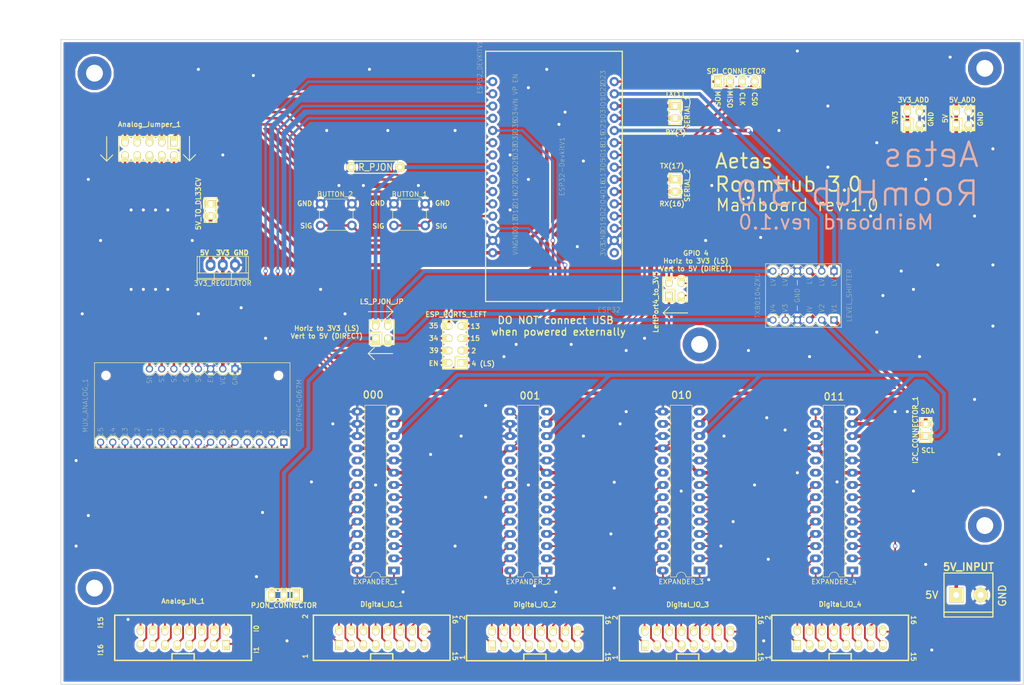
<source format=kicad_pcb>
(kicad_pcb (version 20171130) (host pcbnew 5.0.2-bee76a0~70~ubuntu18.04.1)
  (layers (0 F.Cu signal) (31 B.Cu signal) (34 B.Paste user) (35 F.Paste user) (36 B.SilkS user) (37 F.SilkS user) (38 B.Mask user) (39 F.Mask user) (44 Edge.Cuts user))
  (net 0 "")
  (net 1 /3V3)
  (net 2 GND)
  (net 3 "Net-(3V3_REGULATOR_1-Pad3)")
  (net 4 +5V)
  (net 5 "Net-(Analog_IN_1-Pad16)")
  (net 6 "Net-(Analog_IN_1-Pad15)")
  (net 7 "Net-(Analog_IN_1-Pad13)")
  (net 8 "Net-(Analog_IN_1-Pad14)")
  (net 9 "Net-(Analog_IN_1-Pad12)")
  (net 10 "Net-(Analog_IN_1-Pad11)")
  (net 11 "Net-(Analog_IN_1-Pad9)")
  (net 12 "Net-(Analog_IN_1-Pad10)")
  (net 13 "Net-(Analog_IN_1-Pad8)")
  (net 14 "Net-(Analog_IN_1-Pad7)")
  (net 15 "Net-(Analog_IN_1-Pad1)")
  (net 16 "Net-(Analog_IN_1-Pad2)")
  (net 17 "Net-(Analog_IN_1-Pad3)")
  (net 18 "Net-(Analog_IN_1-Pad4)")
  (net 19 "Net-(Analog_IN_1-Pad5)")
  (net 20 "Net-(Analog_IN_1-Pad6)")
  (net 21 "Net-(Analog_Jumper_1-Pad1)")
  (net 22 "Net-(Analog_Jumper_1-Pad2)")
  (net 23 "Net-(Analog_Jumper_1-Pad3)")
  (net 24 "Net-(Analog_Jumper_1-Pad4)")
  (net 25 "Net-(Analog_Jumper_1-Pad5)")
  (net 26 "Net-(Analog_Jumper_1-Pad6)")
  (net 27 "Net-(Analog_Jumper_1-Pad7)")
  (net 28 "Net-(Analog_Jumper_1-Pad8)")
  (net 29 "Net-(Analog_Jumper_1-Pad9)")
  (net 30 "Net-(Analog_Jumper_1-Pad10)")
  (net 31 "Net-(Digital_IO_1-Pad6)")
  (net 32 "Net-(Digital_IO_1-Pad5)")
  (net 33 "Net-(Digital_IO_1-Pad4)")
  (net 34 "Net-(Digital_IO_1-Pad3)")
  (net 35 "Net-(Digital_IO_1-Pad2)")
  (net 36 "Net-(Digital_IO_1-Pad1)")
  (net 37 "Net-(Digital_IO_1-Pad7)")
  (net 38 "Net-(Digital_IO_1-Pad8)")
  (net 39 "Net-(Digital_IO_1-Pad10)")
  (net 40 "Net-(Digital_IO_1-Pad9)")
  (net 41 "Net-(Digital_IO_1-Pad11)")
  (net 42 "Net-(Digital_IO_1-Pad12)")
  (net 43 "Net-(Digital_IO_1-Pad14)")
  (net 44 "Net-(Digital_IO_1-Pad13)")
  (net 45 "Net-(Digital_IO_1-Pad15)")
  (net 46 "Net-(Digital_IO_1-Pad16)")
  (net 47 "Net-(Digital_IO_2-Pad16)")
  (net 48 "Net-(Digital_IO_2-Pad15)")
  (net 49 "Net-(Digital_IO_2-Pad13)")
  (net 50 "Net-(Digital_IO_2-Pad14)")
  (net 51 "Net-(Digital_IO_2-Pad12)")
  (net 52 "Net-(Digital_IO_2-Pad11)")
  (net 53 "Net-(Digital_IO_2-Pad9)")
  (net 54 "Net-(Digital_IO_2-Pad10)")
  (net 55 "Net-(Digital_IO_2-Pad8)")
  (net 56 "Net-(Digital_IO_2-Pad7)")
  (net 57 "Net-(Digital_IO_2-Pad1)")
  (net 58 "Net-(Digital_IO_2-Pad2)")
  (net 59 "Net-(Digital_IO_2-Pad3)")
  (net 60 "Net-(Digital_IO_2-Pad4)")
  (net 61 "Net-(Digital_IO_2-Pad5)")
  (net 62 "Net-(Digital_IO_2-Pad6)")
  (net 63 "Net-(Digital_IO_3-Pad6)")
  (net 64 "Net-(Digital_IO_3-Pad5)")
  (net 65 "Net-(Digital_IO_3-Pad4)")
  (net 66 "Net-(Digital_IO_3-Pad3)")
  (net 67 "Net-(Digital_IO_3-Pad2)")
  (net 68 "Net-(Digital_IO_3-Pad1)")
  (net 69 "Net-(Digital_IO_3-Pad7)")
  (net 70 "Net-(Digital_IO_3-Pad8)")
  (net 71 "Net-(Digital_IO_3-Pad10)")
  (net 72 "Net-(Digital_IO_3-Pad9)")
  (net 73 "Net-(Digital_IO_3-Pad11)")
  (net 74 "Net-(Digital_IO_3-Pad12)")
  (net 75 "Net-(Digital_IO_3-Pad14)")
  (net 76 "Net-(Digital_IO_3-Pad13)")
  (net 77 "Net-(Digital_IO_3-Pad15)")
  (net 78 "Net-(Digital_IO_3-Pad16)")
  (net 79 "Net-(Digital_IO_4-Pad16)")
  (net 80 "Net-(Digital_IO_4-Pad15)")
  (net 81 "Net-(Digital_IO_4-Pad13)")
  (net 82 "Net-(Digital_IO_4-Pad14)")
  (net 83 "Net-(Digital_IO_4-Pad12)")
  (net 84 "Net-(Digital_IO_4-Pad11)")
  (net 85 "Net-(Digital_IO_4-Pad9)")
  (net 86 "Net-(Digital_IO_4-Pad10)")
  (net 87 "Net-(Digital_IO_4-Pad8)")
  (net 88 "Net-(Digital_IO_4-Pad7)")
  (net 89 "Net-(Digital_IO_4-Pad1)")
  (net 90 "Net-(Digital_IO_4-Pad2)")
  (net 91 "Net-(Digital_IO_4-Pad3)")
  (net 92 "Net-(Digital_IO_4-Pad4)")
  (net 93 "Net-(Digital_IO_4-Pad5)")
  (net 94 "Net-(Digital_IO_4-Pad6)")
  (net 95 "Net-(ESP32-Pad1)")
  (net 96 "Net-(ESP32-Pad3)")
  (net 97 "Net-(ESP32-Pad4)")
  (net 98 "Net-(ESP32-Pad5)")
  (net 99 "Net-(ESP32-Pad6)")
  (net 100 "Net-(ESP32-Pad7)")
  (net 101 "Net-(ESP32-Pad8)")
  (net 102 "Net-(ESP32-Pad9)")
  (net 103 "Net-(ESP32-Pad10)")
  (net 104 /SDA1)
  (net 105 "Net-(ESP32-Pad12)")
  (net 106 "Net-(ESP32-Pad13)")
  (net 107 /SCL1)
  (net 108 "Net-(ESP32-Pad15)")
  (net 109 "Net-(ESP32-Pad28)")
  (net 110 "Net-(ESP32-Pad27)")
  (net 111 "Net-(ESP32-Pad26)")
  (net 112 "Net-(ESP32-Pad23)")
  (net 113 "Net-(ESP32-Pad20)")
  (net 114 "Net-(ESP32-Pad19)")
  (net 115 "Net-(ESP32-Pad18)")
  (net 116 "Net-(ESP32-Pad16)")
  (net 117 "Net-(ESP_PORTS_LEFT_1-Pad1)")
  (net 118 "Net-(EXPANDER_1-Pad14)")
  (net 119 "Net-(EXPANDER_1-Pad13)")
  (net 120 "Net-(EXPANDER_1-Pad12)")
  (net 121 "Net-(EXPANDER_1-Pad11)")
  (net 122 "Net-(EXPANDER_1-Pad20)")
  (net 123 "Net-(EXPANDER_1-Pad19)")
  (net 124 "Net-(EXPANDER_2-Pad19)")
  (net 125 "Net-(EXPANDER_2-Pad20)")
  (net 126 "Net-(EXPANDER_2-Pad11)")
  (net 127 "Net-(EXPANDER_2-Pad14)")
  (net 128 "Net-(EXPANDER_3-Pad14)")
  (net 129 "Net-(EXPANDER_3-Pad11)")
  (net 130 "Net-(EXPANDER_3-Pad20)")
  (net 131 "Net-(EXPANDER_3-Pad19)")
  (net 132 "Net-(EXPANDER_4-Pad19)")
  (net 133 "Net-(EXPANDER_4-Pad20)")
  (net 134 "Net-(EXPANDER_4-Pad11)")
  (net 135 "Net-(EXPANDER_4-Pad14)")
  (net 136 "Net-(LEVEL_SHIFTER_1-PadC3)")
  (net 137 "Net-(LEVEL_SHIFTER_1-PadC4)")
  (net 138 "Net-(LEVEL_SHIFTER_1-PadA3)")
  (net 139 "Net-(LEVEL_SHIFTER_1-PadA4)")
  (net 140 "Net-(LS_PJON_JP_1-Pad1)")
  (module aetas_kicad:analog_conn_02x08 (layer F.Cu) (at 65.405 147.32)
    (fp_text reference Analog_IN_1 (at 0 -7.62) (layer F.SilkS) (effects (font (thickness 0.2032))))
    (fp_text value Conn_02x08_Counter_Clockwise hide)
    (pad 6 thru_hole oval (at 3.85 -1.27) (size 1.5 2) (drill 1 (offset 0 -0.25)) (layers *.Cu *.Mask F.SilkS) (net 20 "Net-(Analog_IN_1-Pad6)"))
    (pad 5 thru_hole oval (at 3.85 1.27) (size 1.5 2) (drill 1 (offset 0 0.25)) (layers *.Cu *.Mask F.SilkS) (net 19 "Net-(Analog_IN_1-Pad5)"))
    (pad 4 thru_hole oval (at 6.39 -1.27) (size 1.5 2) (drill 1 (offset 0 -0.25)) (layers *.Cu *.Mask F.SilkS) (net 18 "Net-(Analog_IN_1-Pad4)"))
    (pad 3 thru_hole oval (at 6.39 1.27) (size 1.5 2) (drill 1 (offset 0 0.25)) (layers *.Cu *.Mask F.SilkS) (net 17 "Net-(Analog_IN_1-Pad3)"))
    (pad 2 thru_hole oval (at 8.93 -1.27) (size 1.5 2) (drill 1 (offset 0 -0.25)) (layers *.Cu *.Mask F.SilkS) (net 16 "Net-(Analog_IN_1-Pad2)"))
    (pad 1 thru_hole rect (at 8.93 1.27) (size 1.5 2) (drill 1 (offset 0 0.25)) (layers *.Cu *.Mask F.SilkS) (net 15 "Net-(Analog_IN_1-Pad1)"))
    (pad 7 thru_hole oval (at 1.31 1.27) (size 1.5 2) (drill 1 (offset 0 0.25)) (layers *.Cu *.Mask F.SilkS) (net 14 "Net-(Analog_IN_1-Pad7)"))
    (pad 8 thru_hole oval (at 1.31 -1.27) (size 1.5 2) (drill 1 (offset 0 -0.25)) (layers *.Cu *.Mask F.SilkS) (net 13 "Net-(Analog_IN_1-Pad8)"))
    (pad 10 thru_hole oval (at -1.23 -1.27) (size 1.5 2) (drill 1 (offset 0 -0.25)) (layers *.Cu *.Mask F.SilkS) (net 12 "Net-(Analog_IN_1-Pad10)"))
    (pad 9 thru_hole oval (at -1.23 1.27) (size 1.5 2) (drill 1 (offset 0 0.25)) (layers *.Cu *.Mask F.SilkS) (net 11 "Net-(Analog_IN_1-Pad9)"))
    (pad 11 thru_hole oval (at -3.77 1.27) (size 1.5 2) (drill 1 (offset 0 0.25)) (layers *.Cu *.Mask F.SilkS) (net 10 "Net-(Analog_IN_1-Pad11)"))
    (pad 12 thru_hole oval (at -3.77 -1.27) (size 1.5 2) (drill 1 (offset 0 -0.25)) (layers *.Cu *.Mask F.SilkS) (net 9 "Net-(Analog_IN_1-Pad12)"))
    (pad 14 thru_hole oval (at -6.31 -1.27) (size 1.5 2) (drill 1 (offset 0 -0.25)) (layers *.Cu *.Mask F.SilkS) (net 8 "Net-(Analog_IN_1-Pad14)"))
    (pad 13 thru_hole oval (at -6.31 1.27) (size 1.5 2) (drill 1 (offset 0 0.25)) (layers *.Cu *.Mask F.SilkS) (net 7 "Net-(Analog_IN_1-Pad13)"))
    (pad 15 thru_hole oval (at -8.85 1.27) (size 1.5 2) (drill 1 (offset 0 0.25)) (layers *.Cu *.Mask F.SilkS) (net 6 "Net-(Analog_IN_1-Pad15)"))
    (pad 16 thru_hole oval (at -8.85 -1.27) (size 1.5 2) (drill 1 (offset 0 -0.25)) (layers *.Cu *.Mask F.SilkS) (net 5 "Net-(Analog_IN_1-Pad16)"))
  )
  (module Mounting_Holes:MountingHole_3.5mm_Pad (layer F.Cu) (at 172.72 86.36)
    (fp_text reference "" (at 0 -4.5) (layer F.SilkS))
    (fp_text value MountingHole_3.5mm_Pad)
    (pad 1 thru_hole circle (at 0 0) (size 7 7) (drill 3.5) (layers *.Cu *.Mask))
  )
  (module Mounting_Holes:MountingHole_3.5mm_Pad (layer F.Cu) (at 47 137)
    (fp_text reference "" (at 0 -4.5) (layer F.SilkS))
    (fp_text value MountingHole_3.5mm_Pad)
    (pad 1 thru_hole circle (at 0 0) (size 7 7) (drill 3.5) (layers *.Cu *.Mask))
  )
  (module Mounting_Holes:MountingHole_3.5mm_Pad (layer F.Cu) (at 232 124)
    (fp_text reference "" (at 0 -4.5) (layer F.SilkS))
    (fp_text value MountingHole_3.5mm_Pad)
    (pad 1 thru_hole circle (at 0 0) (size 7 7) (drill 3.5) (layers *.Cu *.Mask))
  )
  (module Mounting_Holes:MountingHole_3.5mm_Pad (layer F.Cu) (at 232 29)
    (fp_text reference "" (at 0 -4.5) (layer F.SilkS))
    (fp_text value MountingHole_3.5mm_Pad)
    (pad 1 thru_hole circle (at 0 0) (size 7 7) (drill 3.5) (layers *.Cu *.Mask))
  )
  (module aetas_kicad:SPARKFUN-AD-MUX-16X1-aetas (layer F.Cu) (at 67.31 99.06 90)
    (fp_text reference MUX_ANALOG_1 (at 0 -22.225 90) (layer F.SilkS) (effects (font (thickness 0.05))))
    (fp_text value CD74HC4067M (at 0 22.225 90) (layer F.SilkS) (effects (font (thickness 0.05))))
    (fp_text user I0 (at -5.715 19.05 90) (layer F.SilkS) (effects (font (thickness 0.05))))
    (fp_text user I1 (at -5.715 16.51 90) (layer F.SilkS) (effects (font (thickness 0.05))))
    (fp_text user I2 (at -5.715 13.97 90) (layer F.SilkS) (effects (font (thickness 0.05))))
    (fp_text user I3 (at -5.715 11.43 90) (layer F.SilkS) (effects (font (thickness 0.05))))
    (fp_text user I4 (at -5.715 8.89 90) (layer F.SilkS) (effects (font (thickness 0.05))))
    (fp_text user I5 (at -5.715 6.35 90) (layer F.SilkS) (effects (font (thickness 0.05))))
    (fp_text user I6 (at -5.715 3.81 90) (layer F.SilkS) (effects (font (thickness 0.05))))
    (fp_text user I7 (at -5.715 1.27 90) (layer F.SilkS) (effects (font (thickness 0.05))))
    (fp_text user I8 (at -5.715 -1.27 90) (layer F.SilkS) (effects (font (thickness 0.05))))
    (fp_text user I9 (at -5.715 -3.81 90) (layer F.SilkS) (effects (font (thickness 0.05))))
    (fp_text user I10 (at -5.715 -6.35 90) (layer F.SilkS) (effects (font (thickness 0.05))))
    (fp_text user I11 (at -5.715 -8.89 90) (layer F.SilkS) (effects (font (thickness 0.05))))
    (fp_text user I12 (at -5.715 -11.43 90) (layer F.SilkS) (effects (font (thickness 0.05))))
    (fp_text user I13 (at -5.715 -13.97 90) (layer F.SilkS) (effects (font (thickness 0.05))))
    (fp_text user I14 (at -5.715 -16.51 90) (layer F.SilkS) (effects (font (thickness 0.05))))
    (fp_text user I15 (at -5.715 -19.05 90) (layer F.SilkS) (effects (font (thickness 0.05))))
    (fp_text user GND (at 5.715 8.89 90) (layer F.SilkS) (effects (font (thickness 0.05))))
    (fp_text user VCC (at 5.715 6.35 90) (layer F.SilkS) (effects (font (thickness 0.05))))
    (fp_text user EN (at 5.715 3.81 90) (layer F.SilkS) (effects (font (thickness 0.05))))
    (fp_text user S0 (at 5.715 1.27 90) (layer F.SilkS) (effects (font (thickness 0.05))))
    (fp_text user S1 (at 5.715 -1.27 90) (layer F.SilkS) (effects (font (thickness 0.05))))
    (fp_text user S2 (at 5.715 -3.81 90) (layer F.SilkS) (effects (font (thickness 0.05))))
    (fp_text user S3 (at 5.715 -6.35 90) (layer F.SilkS) (effects (font (thickness 0.05))))
    (fp_text user SIG (at 5.715 -8.89 90) (layer F.SilkS) (effects (font (thickness 0.05))))
    (pad Hole np_thru_hole circle (at 6.245 17.93 90) (size 1 1) (drill 1) (layers *.Cu *.Mask F.SilkS))
    (pad Hole np_thru_hole circle (at 6.245 -17.93 90) (size 1 1) (drill 1) (layers *.Cu *.Mask F.SilkS))
    (pad 9 thru_hole rect (at -7.62 19.05 90) (size 1.508 1.508) (drill 1) (layers *.Cu *.Mask) (net 15 "Net-(Analog_IN_1-Pad1)"))
    (pad 8 thru_hole circle (at -7.62 16.51 90) (size 1.508 1.508) (drill 1) (layers *.Cu *.Mask) (net 16 "Net-(Analog_IN_1-Pad2)"))
    (pad 7 thru_hole circle (at -7.62 13.97 90) (size 1.508 1.508) (drill 1) (layers *.Cu *.Mask) (net 17 "Net-(Analog_IN_1-Pad3)"))
    (pad 6 thru_hole circle (at -7.62 11.43 90) (size 1.508 1.508) (drill 1) (layers *.Cu *.Mask) (net 18 "Net-(Analog_IN_1-Pad4)"))
    (pad 5 thru_hole circle (at -7.62 8.89 90) (size 1.508 1.508) (drill 1) (layers *.Cu *.Mask) (net 19 "Net-(Analog_IN_1-Pad5)"))
    (pad 4 thru_hole circle (at -7.62 6.35 90) (size 1.508 1.508) (drill 1) (layers *.Cu *.Mask) (net 20 "Net-(Analog_IN_1-Pad6)"))
    (pad 3 thru_hole circle (at -7.62 3.81 90) (size 1.508 1.508) (drill 1) (layers *.Cu *.Mask) (net 14 "Net-(Analog_IN_1-Pad7)"))
    (pad 2 thru_hole circle (at -7.62 1.27 90) (size 1.508 1.508) (drill 1) (layers *.Cu *.Mask) (net 13 "Net-(Analog_IN_1-Pad8)"))
    (pad 23 thru_hole circle (at -7.62 -1.27 90) (size 1.508 1.508) (drill 1) (layers *.Cu *.Mask) (net 11 "Net-(Analog_IN_1-Pad9)"))
    (pad 22 thru_hole circle (at -7.62 -3.81 90) (size 1.508 1.508) (drill 1) (layers *.Cu *.Mask) (net 12 "Net-(Analog_IN_1-Pad10)"))
    (pad 21 thru_hole circle (at -7.62 -6.35 90) (size 1.508 1.508) (drill 1) (layers *.Cu *.Mask) (net 10 "Net-(Analog_IN_1-Pad11)"))
    (pad 20 thru_hole circle (at -7.62 -8.89 90) (size 1.508 1.508) (drill 1) (layers *.Cu *.Mask) (net 9 "Net-(Analog_IN_1-Pad12)"))
    (pad 19 thru_hole circle (at -7.62 -11.43 90) (size 1.508 1.508) (drill 1) (layers *.Cu *.Mask) (net 7 "Net-(Analog_IN_1-Pad13)"))
    (pad 18 thru_hole circle (at -7.62 -13.97 90) (size 1.508 1.508) (drill 1) (layers *.Cu *.Mask) (net 8 "Net-(Analog_IN_1-Pad14)"))
    (pad 17 thru_hole circle (at -7.62 -16.51 90) (size 1.508 1.508) (drill 1) (layers *.Cu *.Mask) (net 6 "Net-(Analog_IN_1-Pad15)"))
    (pad 16 thru_hole circle (at -7.62 -19.05 90) (size 1.508 1.508) (drill 1) (layers *.Cu *.Mask) (net 5 "Net-(Analog_IN_1-Pad16)"))
    (pad 12 thru_hole rect (at 7.62 8.89 90) (size 1.508 1.508) (drill 1) (layers *.Cu *.Mask) (net 2 GND))
    (pad 24 thru_hole circle (at 7.62 6.35 90) (size 1.508 1.508) (drill 1) (layers *.Cu *.Mask) (net 1 /3V3))
    (pad 15 thru_hole circle (at 7.62 3.81 90) (size 1.508 1.508) (drill 1) (layers *.Cu *.Mask) (net 2 GND))
    (pad 10 thru_hole circle (at 7.62 1.27 90) (size 1.508 1.508) (drill 1) (layers *.Cu *.Mask) (net 22 "Net-(Analog_Jumper_1-Pad2)"))
    (pad 11 thru_hole circle (at 7.62 -1.27 90) (size 1.508 1.508) (drill 1) (layers *.Cu *.Mask) (net 24 "Net-(Analog_Jumper_1-Pad4)"))
    (pad 14 thru_hole circle (at 7.62 -3.81 90) (size 1.508 1.508) (drill 1) (layers *.Cu *.Mask) (net 26 "Net-(Analog_Jumper_1-Pad6)"))
    (pad 13 thru_hole circle (at 7.62 -6.35 90) (size 1.508 1.508) (drill 1) (layers *.Cu *.Mask) (net 28 "Net-(Analog_Jumper_1-Pad8)"))
    (pad 1 thru_hole circle (at 7.62 -8.89 90) (size 1.508 1.508) (drill 1) (layers *.Cu *.Mask) (net 30 "Net-(Analog_Jumper_1-Pad10)"))
  )
  (module ESP32-DEVKITV1_1:ESP32-DEVKITV1 (layer F.Cu) (at 140.97 44.45 90)
    (fp_text reference ESP32 (at -34.7345 12.954 180) (layer F.SilkS) (effects (font (thickness 0.05))))
    (fp_text value ESP32_DEVKITV1 (at 15.6845 -13.9065 90) (layer F.SilkS) (effects (font (size 1 0.9) (thickness 0.05))))
    (fp_text user ESP32-DevkitV1 (at -4.93 3.18 90) (layer F.SilkS) (effects (font (thickness 0.05))))
    (fp_text user EN (at 13.37 -6.52 90) (layer F.SilkS) (effects (font (thickness 0.05))))
    (fp_text user VP (at 10.83 -6.52 90) (layer F.SilkS) (effects (font (thickness 0.05))))
    (fp_text user VN (at 8.29 -6.52 90) (layer F.SilkS) (effects (font (thickness 0.05))))
    (fp_text user IO34 (at 5.75 -6.52 90) (layer F.SilkS) (effects (font (thickness 0.05))))
    (fp_text user IO35 (at 3.21 -6.52 90) (layer F.SilkS) (effects (font (thickness 0.05))))
    (fp_text user IO32 (at 0.67 -6.52 90) (layer F.SilkS) (effects (font (thickness 0.05))))
    (fp_text user IO33 (at -1.87 -6.52 90) (layer F.SilkS) (effects (font (thickness 0.05))))
    (fp_text user IO25 (at -4.41 -6.52 90) (layer F.SilkS) (effects (font (thickness 0.05))))
    (fp_text user IO26 (at -6.95 -6.52 90) (layer F.SilkS) (effects (font (thickness 0.05))))
    (fp_text user IO27 (at -9.49 -6.52 90) (layer F.SilkS) (effects (font (thickness 0.05))))
    (fp_text user IO14 (at -12.03 -6.52 90) (layer F.SilkS) (effects (font (thickness 0.05))))
    (fp_text user IO12 (at -14.57 -6.52 90) (layer F.SilkS) (effects (font (thickness 0.05))))
    (fp_text user IO13 (at -17.11 -6.52 90) (layer F.SilkS) (effects (font (thickness 0.05))))
    (fp_text user GND (at -19.65 -6.52 90) (layer F.SilkS) (effects (font (thickness 0.05))))
    (fp_text user VIN (at -22.19 -6.52 90) (layer F.SilkS) (effects (font (thickness 0.05))))
    (fp_text user IO23 (at 13.35 11.7 90) (layer F.SilkS) (effects (font (thickness 0.05))))
    (fp_text user IO22 (at 10.81 11.7 90) (layer F.SilkS) (effects (font (thickness 0.05))))
    (fp_text user IO1 (at 8.27 11.7 90) (layer F.SilkS) (effects (font (thickness 0.05))))
    (fp_text user IO3 (at 5.73 11.7 90) (layer F.SilkS) (effects (font (thickness 0.05))))
    (fp_text user IO21 (at 3.19 11.7 90) (layer F.SilkS) (effects (font (thickness 0.05))))
    (fp_text user IO19 (at 0.65 11.7 90) (layer F.SilkS) (effects (font (thickness 0.05))))
    (fp_text user IO18 (at -1.89 11.7 90) (layer F.SilkS) (effects (font (thickness 0.05))))
    (fp_text user IO5 (at -4.43 11.7 90) (layer F.SilkS) (effects (font (thickness 0.05))))
    (fp_text user IO17 (at -6.97 11.7 90) (layer F.SilkS) (effects (font (thickness 0.05))))
    (fp_text user IO16 (at -9.51 11.7 90) (layer F.SilkS) (effects (font (thickness 0.05))))
    (fp_text user IO4 (at -12.05 11.7 90) (layer F.SilkS) (effects (font (thickness 0.05))))
    (fp_text user IO2 (at -14.59 11.7 90) (layer F.SilkS) (effects (font (thickness 0.05))))
    (fp_text user IO15 (at -17.13 11.7 90) (layer F.SilkS) (effects (font (thickness 0.05))))
    (fp_text user GND (at -19.67 11.7 90) (layer F.SilkS) (effects (font (thickness 0.05))))
    (fp_text user 3V3 (at -22.21 11.7 90) (layer F.SilkS) (effects (font (thickness 0.05))))
    (pad 16 thru_hole circle (at 12.69 -11.23 90) (size 1.9304 1.9304) (drill 1) (layers *.Cu *.Mask) (net 116 "Net-(ESP32-Pad16)"))
    (pad 17 thru_hole circle (at 10.15 -11.23 90) (size 1.9304 1.9304) (drill 1) (layers *.Cu *.Mask) (net 29 "Net-(Analog_Jumper_1-Pad9)"))
    (pad 18 thru_hole circle (at 7.61 -11.23 90) (size 1.9304 1.9304) (drill 1) (layers *.Cu *.Mask) (net 115 "Net-(ESP32-Pad18)"))
    (pad 19 thru_hole circle (at 5.07 -11.23 90) (size 1.9304 1.9304) (drill 1) (layers *.Cu *.Mask) (net 114 "Net-(ESP32-Pad19)"))
    (pad 20 thru_hole circle (at 2.53 -11.23 90) (size 1.9304 1.9304) (drill 1) (layers *.Cu *.Mask) (net 113 "Net-(ESP32-Pad20)"))
    (pad 21 thru_hole circle (at -0.01 -11.23 90) (size 1.9304 1.9304) (drill 1) (layers *.Cu *.Mask) (net 27 "Net-(Analog_Jumper_1-Pad7)"))
    (pad 22 thru_hole circle (at -2.55 -11.23 90) (size 1.9304 1.9304) (drill 1) (layers *.Cu *.Mask) (net 25 "Net-(Analog_Jumper_1-Pad5)"))
    (pad 23 thru_hole circle (at -5.09 -11.23 90) (size 1.9304 1.9304) (drill 1) (layers *.Cu *.Mask) (net 112 "Net-(ESP32-Pad23)"))
    (pad 24 thru_hole circle (at -7.63 -11.23 90) (size 1.9304 1.9304) (drill 1) (layers *.Cu *.Mask) (net 23 "Net-(Analog_Jumper_1-Pad3)"))
    (pad 25 thru_hole circle (at -10.17 -11.23 90) (size 1.9304 1.9304) (drill 1) (layers *.Cu *.Mask) (net 21 "Net-(Analog_Jumper_1-Pad1)"))
    (pad 26 thru_hole circle (at -12.71 -11.23 90) (size 1.9304 1.9304) (drill 1) (layers *.Cu *.Mask) (net 111 "Net-(ESP32-Pad26)"))
    (pad 27 thru_hole circle (at -15.25 -11.23 90) (size 1.9304 1.9304) (drill 1) (layers *.Cu *.Mask) (net 110 "Net-(ESP32-Pad27)"))
    (pad 28 thru_hole circle (at -17.79 -11.23 90) (size 1.9304 1.9304) (drill 1) (layers *.Cu *.Mask) (net 109 "Net-(ESP32-Pad28)"))
    (pad 29 thru_hole circle (at -20.33 -11.23 90) (size 1.9304 1.9304) (drill 1) (layers *.Cu *.Mask) (net 2 GND))
    (pad 30 thru_hole circle (at -22.87 -11.23 90) (size 1.9304 1.9304) (drill 1) (layers *.Cu *.Mask) (net 4 +5V))
    (pad 15 thru_hole circle (at 12.69 14.04 90) (size 1.9304 1.9304) (drill 1) (layers *.Cu *.Mask) (net 108 "Net-(ESP32-Pad15)"))
    (pad 14 thru_hole circle (at 10.15 14.04 90) (size 1.9304 1.9304) (drill 1) (layers *.Cu *.Mask) (net 107 /SCL1))
    (pad 13 thru_hole circle (at 7.61 14.04 90) (size 1.9304 1.9304) (drill 1) (layers *.Cu *.Mask) (net 106 "Net-(ESP32-Pad13)"))
    (pad 12 thru_hole circle (at 5.07 14.04 90) (size 1.9304 1.9304) (drill 1) (layers *.Cu *.Mask) (net 105 "Net-(ESP32-Pad12)"))
    (pad 11 thru_hole circle (at 2.53 14.04 90) (size 1.9304 1.9304) (drill 1) (layers *.Cu *.Mask) (net 104 /SDA1))
    (pad 10 thru_hole circle (at -0.01 14.04 90) (size 1.9304 1.9304) (drill 1) (layers *.Cu *.Mask) (net 103 "Net-(ESP32-Pad10)"))
    (pad 9 thru_hole circle (at -2.55 14.04 90) (size 1.9304 1.9304) (drill 1) (layers *.Cu *.Mask) (net 102 "Net-(ESP32-Pad9)"))
    (pad 8 thru_hole circle (at -5.09 14.04 90) (size 1.9304 1.9304) (drill 1) (layers *.Cu *.Mask) (net 101 "Net-(ESP32-Pad8)"))
    (pad 7 thru_hole circle (at -7.63 14.04 90) (size 1.9304 1.9304) (drill 1) (layers *.Cu *.Mask) (net 100 "Net-(ESP32-Pad7)"))
    (pad 6 thru_hole circle (at -10.17 14.04 90) (size 1.9304 1.9304) (drill 1) (layers *.Cu *.Mask) (net 99 "Net-(ESP32-Pad6)"))
    (pad 5 thru_hole circle (at -12.71 14.04 90) (size 1.9304 1.9304) (drill 1) (layers *.Cu *.Mask) (net 98 "Net-(ESP32-Pad5)"))
    (pad 4 thru_hole circle (at -15.25 14.04 90) (size 1.9304 1.9304) (drill 1) (layers *.Cu *.Mask) (net 97 "Net-(ESP32-Pad4)"))
    (pad 3 thru_hole circle (at -17.79 14.04 90) (size 1.9304 1.9304) (drill 1) (layers *.Cu *.Mask) (net 96 "Net-(ESP32-Pad3)"))
    (pad 2 thru_hole circle (at -20.33 14.04 90) (size 1.9304 1.9304) (drill 1) (layers *.Cu *.Mask) (net 2 GND))
    (pad 1 thru_hole circle (at -22.87 14.04 90) (size 1.9304 1.9304) (drill 1) (layers *.Cu *.Mask) (net 95 "Net-(ESP32-Pad1)"))
  )
  (module Housings_DIP:DIP-28_W7.62mm_LongPads (layer F.Cu) (at 204.47 133.35 180)
    (fp_text reference EXPANDER_4 (at 3.81 -2.33 180) (layer F.SilkS))
    (fp_text value MCP23017_SP)
    (pad 1 thru_hole rect (at 0 0 180) (size 2.4 1.6) (drill 0.8) (layers *.Cu *.Mask) (net 85 "Net-(Digital_IO_4-Pad9)"))
    (pad 15 thru_hole oval (at 7.62 33.02 180) (size 2.4 1.6) (drill 0.8) (layers *.Cu *.Mask) (net 4 +5V))
    (pad 2 thru_hole oval (at 0 2.54 180) (size 2.4 1.6) (drill 0.8) (layers *.Cu *.Mask) (net 86 "Net-(Digital_IO_4-Pad10)"))
    (pad 16 thru_hole oval (at 7.62 30.48 180) (size 2.4 1.6) (drill 0.8) (layers *.Cu *.Mask) (net 4 +5V))
    (pad 3 thru_hole oval (at 0 5.08 180) (size 2.4 1.6) (drill 0.8) (layers *.Cu *.Mask) (net 84 "Net-(Digital_IO_4-Pad11)"))
    (pad 17 thru_hole oval (at 7.62 27.94 180) (size 2.4 1.6) (drill 0.8) (layers *.Cu *.Mask) (net 2 GND))
    (pad 4 thru_hole oval (at 0 7.62 180) (size 2.4 1.6) (drill 0.8) (layers *.Cu *.Mask) (net 83 "Net-(Digital_IO_4-Pad12)"))
    (pad 18 thru_hole oval (at 7.62 25.4 180) (size 2.4 1.6) (drill 0.8) (layers *.Cu *.Mask) (net 4 +5V))
    (pad 5 thru_hole oval (at 0 10.16 180) (size 2.4 1.6) (drill 0.8) (layers *.Cu *.Mask) (net 81 "Net-(Digital_IO_4-Pad13)"))
    (pad 19 thru_hole oval (at 7.62 22.86 180) (size 2.4 1.6) (drill 0.8) (layers *.Cu *.Mask) (net 132 "Net-(EXPANDER_4-Pad19)"))
    (pad 6 thru_hole oval (at 0 12.7 180) (size 2.4 1.6) (drill 0.8) (layers *.Cu *.Mask) (net 82 "Net-(Digital_IO_4-Pad14)"))
    (pad 20 thru_hole oval (at 7.62 20.32 180) (size 2.4 1.6) (drill 0.8) (layers *.Cu *.Mask) (net 133 "Net-(EXPANDER_4-Pad20)"))
    (pad 7 thru_hole oval (at 0 15.24 180) (size 2.4 1.6) (drill 0.8) (layers *.Cu *.Mask) (net 80 "Net-(Digital_IO_4-Pad15)"))
    (pad 21 thru_hole oval (at 7.62 17.78 180) (size 2.4 1.6) (drill 0.8) (layers *.Cu *.Mask) (net 89 "Net-(Digital_IO_4-Pad1)"))
    (pad 8 thru_hole oval (at 0 17.78 180) (size 2.4 1.6) (drill 0.8) (layers *.Cu *.Mask) (net 79 "Net-(Digital_IO_4-Pad16)"))
    (pad 22 thru_hole oval (at 7.62 15.24 180) (size 2.4 1.6) (drill 0.8) (layers *.Cu *.Mask) (net 90 "Net-(Digital_IO_4-Pad2)"))
    (pad 9 thru_hole oval (at 0 20.32 180) (size 2.4 1.6) (drill 0.8) (layers *.Cu *.Mask) (net 4 +5V))
    (pad 23 thru_hole oval (at 7.62 12.7 180) (size 2.4 1.6) (drill 0.8) (layers *.Cu *.Mask) (net 91 "Net-(Digital_IO_4-Pad3)"))
    (pad 10 thru_hole oval (at 0 22.86 180) (size 2.4 1.6) (drill 0.8) (layers *.Cu *.Mask) (net 2 GND))
    (pad 24 thru_hole oval (at 7.62 10.16 180) (size 2.4 1.6) (drill 0.8) (layers *.Cu *.Mask) (net 92 "Net-(Digital_IO_4-Pad4)"))
    (pad 11 thru_hole oval (at 0 25.4 180) (size 2.4 1.6) (drill 0.8) (layers *.Cu *.Mask) (net 134 "Net-(EXPANDER_4-Pad11)"))
    (pad 25 thru_hole oval (at 7.62 7.62 180) (size 2.4 1.6) (drill 0.8) (layers *.Cu *.Mask) (net 93 "Net-(Digital_IO_4-Pad5)"))
    (pad 12 thru_hole oval (at 0 27.94 180) (size 2.4 1.6) (drill 0.8) (layers *.Cu *.Mask) (net 120 "Net-(EXPANDER_1-Pad12)"))
    (pad 26 thru_hole oval (at 7.62 5.08 180) (size 2.4 1.6) (drill 0.8) (layers *.Cu *.Mask) (net 94 "Net-(Digital_IO_4-Pad6)"))
    (pad 13 thru_hole oval (at 0 30.48 180) (size 2.4 1.6) (drill 0.8) (layers *.Cu *.Mask) (net 119 "Net-(EXPANDER_1-Pad13)"))
    (pad 27 thru_hole oval (at 7.62 2.54 180) (size 2.4 1.6) (drill 0.8) (layers *.Cu *.Mask) (net 88 "Net-(Digital_IO_4-Pad7)"))
    (pad 14 thru_hole oval (at 0 33.02 180) (size 2.4 1.6) (drill 0.8) (layers *.Cu *.Mask) (net 135 "Net-(EXPANDER_4-Pad14)"))
    (pad 28 thru_hole oval (at 7.62 0 180) (size 2.4 1.6) (drill 0.8) (layers *.Cu *.Mask) (net 87 "Net-(Digital_IO_4-Pad8)"))
  )
  (module aetas_kicad:LEVEL-SHIFTER-4CH (layer F.Cu) (at 194.31 76.2 270)
    (fp_text reference LEVEL_SHIFTER (at 0 -9.525 270) (layer F.SilkS) (effects (font (thickness 0.05))))
    (fp_text value TXB0104ZXU (at 0 9.525 270) (layer F.SilkS) (effects (font (thickness 0.05))))
    (fp_text user LV4 (at -3.175 6.35 270) (layer F.SilkS) (effects (font (thickness 0.05))))
    (fp_text user LV3 (at -3.175 3.81 270) (layer F.SilkS) (effects (font (thickness 0.05))))
    (fp_text user LV (at -3.175 -1.27 270) (layer F.SilkS) (effects (font (thickness 0.05))))
    (fp_text user LV2 (at -3.175 -3.81 270) (layer F.SilkS) (effects (font (thickness 0.05))))
    (fp_text user LV1 (at -3.175 -6.35 270) (layer F.SilkS) (effects (font (thickness 0.05))))
    (fp_text user HV4 (at 3.175 6.35 270) (layer F.SilkS) (effects (font (thickness 0.05))))
    (fp_text user HV3 (at 3.175 3.81 270) (layer F.SilkS) (effects (font (thickness 0.05))))
    (fp_text user GND (at 0 1.27 270) (layer F.SilkS) (effects (font (thickness 0.05))))
    (fp_text user HV (at 3.175 -1.27 270) (layer F.SilkS) (effects (font (thickness 0.05))))
    (fp_text user HV2 (at 3.175 -3.81 270) (layer F.SilkS) (effects (font (thickness 0.05))))
    (fp_text user HV1 (at 3.175 -6.35 270) (layer F.SilkS) (effects (font (thickness 0.05))))
    (pad A4 thru_hole circle (at -5.08 6.35 270) (size 1.508 1.508) (drill 1) (layers *.Cu *.Mask) (net 139 "Net-(LEVEL_SHIFTER_1-PadA4)"))
    (pad A3 thru_hole circle (at -5.08 3.81 270) (size 1.508 1.508) (drill 1) (layers *.Cu *.Mask) (net 138 "Net-(LEVEL_SHIFTER_1-PadA3)"))
    (pad B4 thru_hole circle (at -5.08 1.27 270) (size 1.508 1.508) (drill 1) (layers *.Cu *.Mask) (net 2 GND))
    (pad B2 thru_hole circle (at -5.08 -1.27 270) (size 1.508 1.508) (drill 1) (layers *.Cu *.Mask) (net 1 /3V3))
    (pad A2 thru_hole circle (at -5.08 -3.81 270) (size 1.508 1.508) (drill 1) (layers *.Cu *.Mask) (net 107 /SCL1))
    (pad A1 thru_hole rect (at -5.08 -6.35 270) (size 1.508 1.508) (drill 1) (layers *.Cu *.Mask) (net 104 /SDA1))
    (pad C4 thru_hole circle (at 5.08 6.35 270) (size 1.508 1.508) (drill 1) (layers *.Cu *.Mask) (net 137 "Net-(LEVEL_SHIFTER_1-PadC4)"))
    (pad C3 thru_hole circle (at 5.08 3.81 270) (size 1.508 1.508) (drill 1) (layers *.Cu *.Mask) (net 136 "Net-(LEVEL_SHIFTER_1-PadC3)"))
    (pad B3 thru_hole circle (at 5.08 1.27 270) (size 1.508 1.508) (drill 1) (layers *.Cu *.Mask) (net 2 GND))
    (pad B1 thru_hole circle (at 5.08 -1.27 270) (size 1.508 1.508) (drill 1) (layers *.Cu *.Mask) (net 4 +5V))
    (pad C2 thru_hole circle (at 5.08 -3.81 270) (size 1.508 1.508) (drill 1) (layers *.Cu *.Mask) (net 120 "Net-(EXPANDER_1-Pad12)"))
    (pad C1 thru_hole rect (at 5.08 -6.35 270) (size 1.508 1.508) (drill 1) (layers *.Cu *.Mask) (net 119 "Net-(EXPANDER_1-Pad13)"))
  )
  (module w_pin_strip:pin_strip_2x2 (layer F.Cu) (at 217.17 39.37)
    (fp_text reference 3V3_ADD (at 0 -3.81) (layer F.SilkS) (effects (font (size 1.016 1.016) (thickness 0.2032))))
    (fp_text value Conn_02x02_RAW hide)
    (pad 1 thru_hole rect (at -1.27 1.27) (size 1.524 1.99898) (drill 1.00076 (offset 0 0.24892)) (layers *.Cu *.Mask F.SilkS) (net 1 /3V3))
    (pad 2 thru_hole oval (at -1.27 -1.27) (size 1.524 1.99898) (drill 1.00076 (offset 0 -0.24892)) (layers *.Cu *.Mask F.SilkS) (net 1 /3V3))
    (pad 3 thru_hole oval (at 1.27 1.27) (size 1.524 1.99898) (drill 1.00076 (offset 0 0.24892)) (layers *.Cu *.Mask F.SilkS) (net 2 GND))
    (pad 4 thru_hole oval (at 1.27 -1.27) (size 1.524 1.99898) (drill 1.00076 (offset 0 -0.24892)) (layers *.Cu *.Mask F.SilkS) (net 2 GND))
  )
  (module Power_Integrations:TO-220 (layer F.Cu) (at 73.66 69.85 180)
    (fp_text reference 3V3_REGULATOR (at 0 -3.81 180) (layer F.SilkS))
    (fp_text value LD33CV)
    (pad 2 thru_hole oval (at 0 0 180) (size 2.032 2.54) (drill 1.143) (layers *.Cu *.Mask) (net 1 /3V3))
    (pad 3 thru_hole oval (at 2.54 0 180) (size 2.032 2.54) (drill 1.143) (layers *.Cu *.Mask) (net 3 "Net-(3V3_REGULATOR_1-Pad3)"))
    (pad 1 thru_hole oval (at -2.54 0 180) (size 2.032 2.54) (drill 1.143) (layers *.Cu *.Mask) (net 2 GND))
  )
  (module w_pin_strip:pin_strip_2x2 (layer F.Cu) (at 227.33 39.37)
    (fp_text reference 5V_ADD (at 0 -3.81) (layer F.SilkS) (effects (font (size 1.016 1.016) (thickness 0.2032))))
    (fp_text value Conn_02x02_RAW hide)
    (pad 4 thru_hole oval (at 1.27 -1.27) (size 1.524 1.99898) (drill 1.00076 (offset 0 -0.24892)) (layers *.Cu *.Mask F.SilkS) (net 2 GND))
    (pad 3 thru_hole oval (at 1.27 1.27) (size 1.524 1.99898) (drill 1.00076 (offset 0 0.24892)) (layers *.Cu *.Mask F.SilkS) (net 2 GND))
    (pad 2 thru_hole oval (at -1.27 -1.27) (size 1.524 1.99898) (drill 1.00076 (offset 0 -0.24892)) (layers *.Cu *.Mask F.SilkS) (net 4 +5V))
    (pad 1 thru_hole rect (at -1.27 1.27) (size 1.524 1.99898) (drill 1.00076 (offset 0 0.24892)) (layers *.Cu *.Mask F.SilkS) (net 4 +5V))
  )
  (module w_conn_screw:mors_2p (layer F.Cu) (at 228.6 138.43)
    (fp_text reference 5V_INPUT (at 0 -5.842) (layer F.SilkS) (effects (font (size 1.524 1.524) (thickness 0.3048))))
    (fp_text value "" (at 0 5.842) (layer F.SilkS) (effects (font (size 1.524 1.524) (thickness 0.3048))))
    (pad 2 thru_hole circle (at 2.54 0) (size 2.99974 2.99974) (drill 1.24968) (layers *.Cu *.Mask F.SilkS) (net 2 GND))
    (pad 1 thru_hole rect (at -2.54 0) (size 2.99974 2.99974) (drill 1.24968) (layers *.Cu *.Mask F.SilkS) (net 4 +5V))
  )
  (module w_pin_strip:pin_strip_2 (layer F.Cu) (at 71.12 58.42 270)
    (fp_text reference 5V_TO_DL33CV (at -1.27 2.54 270) (layer F.SilkS) (effects (font (size 1.016 1.016) (thickness 0.2032))))
    (fp_text value Jumper hide)
    (pad 1 thru_hole rect (at -1.27 0 270) (size 1.524 2.19964) (drill 1.00076) (layers *.Cu *.Mask F.SilkS) (net 4 +5V))
    (pad 2 thru_hole oval (at 1.27 0 270) (size 1.524 2.19964) (drill 1.00076) (layers *.Cu *.Mask F.SilkS) (net 3 "Net-(3V3_REGULATOR_1-Pad3)"))
  )
  (module w_pin_strip:pin_strip_5x2 (layer F.Cu) (at 58.42 45.72 180)
    (fp_text reference Analog_Jumper_1 (at 0 5.08 180) (layer F.SilkS) (effects (font (size 1.016 1.016) (thickness 0.2032))))
    (fp_text value Jumper_2x5 hide)
    (pad 10 thru_hole oval (at 5.08 -1.27 180) (size 1.524 1.99898) (drill 1.00076 (offset 0 -0.24892)) (layers *.Cu *.Mask F.SilkS) (net 30 "Net-(Analog_Jumper_1-Pad10)"))
    (pad 9 thru_hole oval (at 5.08 1.27 180) (size 1.524 1.99898) (drill 1.00076 (offset 0 0.24892)) (layers *.Cu *.Mask F.SilkS) (net 29 "Net-(Analog_Jumper_1-Pad9)"))
    (pad 8 thru_hole oval (at 2.54 -1.27 180) (size 1.524 1.99898) (drill 1.00076 (offset 0 -0.24892)) (layers *.Cu *.Mask F.SilkS) (net 28 "Net-(Analog_Jumper_1-Pad8)"))
    (pad 7 thru_hole oval (at 2.54 1.27 180) (size 1.524 1.99898) (drill 1.00076 (offset 0 0.24892)) (layers *.Cu *.Mask F.SilkS) (net 27 "Net-(Analog_Jumper_1-Pad7)"))
    (pad 6 thru_hole oval (at 0 -1.27 180) (size 1.524 1.99898) (drill 1.00076 (offset 0 -0.24892)) (layers *.Cu *.Mask F.SilkS) (net 26 "Net-(Analog_Jumper_1-Pad6)"))
    (pad 5 thru_hole oval (at 0 1.27 180) (size 1.524 1.99898) (drill 1.00076 (offset 0 0.24892)) (layers *.Cu *.Mask F.SilkS) (net 25 "Net-(Analog_Jumper_1-Pad5)"))
    (pad 4 thru_hole oval (at -2.54 -1.27 180) (size 1.524 1.99898) (drill 1.00076 (offset 0 -0.24892)) (layers *.Cu *.Mask F.SilkS) (net 24 "Net-(Analog_Jumper_1-Pad4)"))
    (pad 3 thru_hole oval (at -2.54 1.27 180) (size 1.524 1.99898) (drill 1.00076 (offset 0 0.24892)) (layers *.Cu *.Mask F.SilkS) (net 23 "Net-(Analog_Jumper_1-Pad3)"))
    (pad 2 thru_hole oval (at -5.08 -1.27 180) (size 1.524 1.99898) (drill 1.00076 (offset 0 -0.24892)) (layers *.Cu *.Mask F.SilkS) (net 22 "Net-(Analog_Jumper_1-Pad2)"))
    (pad 1 thru_hole rect (at -5.08 1.27 180) (size 1.524 1.99898) (drill 1.00076 (offset 0 0.24892)) (layers *.Cu *.Mask F.SilkS) (net 21 "Net-(Analog_Jumper_1-Pad1)"))
  )
  (module w_conn_strip:vasch_strip_8x2 (layer F.Cu) (at 106.68 147.32)
    (fp_text reference Digital_IO_1 (at 0 -6.97) (layer F.SilkS) (effects (font (thickness 0.2032))))
    (fp_text value Conn_02x08_Counter_Clockwise hide)
    (pad 6 thru_hole oval (at -3.81 -1.27) (size 1.5 2) (drill 1 (offset 0 -0.25)) (layers *.Cu *.Mask F.SilkS) (net 31 "Net-(Digital_IO_1-Pad6)"))
    (pad 5 thru_hole oval (at -3.81 1.27) (size 1.5 2) (drill 1 (offset 0 0.25)) (layers *.Cu *.Mask F.SilkS) (net 32 "Net-(Digital_IO_1-Pad5)"))
    (pad 4 thru_hole oval (at -6.35 -1.27) (size 1.5 2) (drill 1 (offset 0 -0.25)) (layers *.Cu *.Mask F.SilkS) (net 33 "Net-(Digital_IO_1-Pad4)"))
    (pad 3 thru_hole oval (at -6.35 1.27) (size 1.5 2) (drill 1 (offset 0 0.25)) (layers *.Cu *.Mask F.SilkS) (net 34 "Net-(Digital_IO_1-Pad3)"))
    (pad 2 thru_hole oval (at -8.89 -1.27) (size 1.5 2) (drill 1 (offset 0 -0.25)) (layers *.Cu *.Mask F.SilkS) (net 35 "Net-(Digital_IO_1-Pad2)"))
    (pad 1 thru_hole rect (at -8.89 1.27) (size 1.5 2) (drill 1 (offset 0 0.25)) (layers *.Cu *.Mask F.SilkS) (net 36 "Net-(Digital_IO_1-Pad1)"))
    (pad 7 thru_hole oval (at -1.27 1.27) (size 1.5 2) (drill 1 (offset 0 0.25)) (layers *.Cu *.Mask F.SilkS) (net 37 "Net-(Digital_IO_1-Pad7)"))
    (pad 8 thru_hole oval (at -1.27 -1.27) (size 1.5 2) (drill 1 (offset 0 -0.25)) (layers *.Cu *.Mask F.SilkS) (net 38 "Net-(Digital_IO_1-Pad8)"))
    (pad 10 thru_hole oval (at 1.27 -1.27) (size 1.5 2) (drill 1 (offset 0 -0.25)) (layers *.Cu *.Mask F.SilkS) (net 39 "Net-(Digital_IO_1-Pad10)"))
    (pad 9 thru_hole oval (at 1.27 1.27) (size 1.5 2) (drill 1 (offset 0 0.25)) (layers *.Cu *.Mask F.SilkS) (net 40 "Net-(Digital_IO_1-Pad9)"))
    (pad 11 thru_hole oval (at 3.81 1.27) (size 1.5 2) (drill 1 (offset 0 0.25)) (layers *.Cu *.Mask F.SilkS) (net 41 "Net-(Digital_IO_1-Pad11)"))
    (pad 12 thru_hole oval (at 3.81 -1.27) (size 1.5 2) (drill 1 (offset 0 -0.25)) (layers *.Cu *.Mask F.SilkS) (net 42 "Net-(Digital_IO_1-Pad12)"))
    (pad 14 thru_hole oval (at 6.35 -1.27) (size 1.5 2) (drill 1 (offset 0 -0.25)) (layers *.Cu *.Mask F.SilkS) (net 43 "Net-(Digital_IO_1-Pad14)"))
    (pad 13 thru_hole oval (at 6.35 1.27) (size 1.5 2) (drill 1 (offset 0 0.25)) (layers *.Cu *.Mask F.SilkS) (net 44 "Net-(Digital_IO_1-Pad13)"))
    (pad 15 thru_hole oval (at 8.89 1.27) (size 1.5 2) (drill 1 (offset 0 0.25)) (layers *.Cu *.Mask F.SilkS) (net 45 "Net-(Digital_IO_1-Pad15)"))
    (pad 16 thru_hole oval (at 8.89 -1.27) (size 1.5 2) (drill 1 (offset 0 -0.25)) (layers *.Cu *.Mask F.SilkS) (net 46 "Net-(Digital_IO_1-Pad16)"))
  )
  (module w_conn_strip:vasch_strip_8x2 (layer F.Cu) (at 138.50549 147.39549)
    (fp_text reference Digital_IO_2 (at 0 -6.97) (layer F.SilkS) (effects (font (thickness 0.2032))))
    (fp_text value Conn_02x08_Counter_Clockwise hide)
    (pad 6 thru_hole oval (at -3.81 -1.27) (size 1.5 2) (drill 1 (offset 0 -0.25)) (layers *.Cu *.Mask F.SilkS) (net 62 "Net-(Digital_IO_2-Pad6)"))
    (pad 5 thru_hole oval (at -3.81 1.27) (size 1.5 2) (drill 1 (offset 0 0.25)) (layers *.Cu *.Mask F.SilkS) (net 61 "Net-(Digital_IO_2-Pad5)"))
    (pad 4 thru_hole oval (at -6.35 -1.27) (size 1.5 2) (drill 1 (offset 0 -0.25)) (layers *.Cu *.Mask F.SilkS) (net 60 "Net-(Digital_IO_2-Pad4)"))
    (pad 3 thru_hole oval (at -6.35 1.27) (size 1.5 2) (drill 1 (offset 0 0.25)) (layers *.Cu *.Mask F.SilkS) (net 59 "Net-(Digital_IO_2-Pad3)"))
    (pad 2 thru_hole oval (at -8.89 -1.27) (size 1.5 2) (drill 1 (offset 0 -0.25)) (layers *.Cu *.Mask F.SilkS) (net 58 "Net-(Digital_IO_2-Pad2)"))
    (pad 1 thru_hole rect (at -8.89 1.27) (size 1.5 2) (drill 1 (offset 0 0.25)) (layers *.Cu *.Mask F.SilkS) (net 57 "Net-(Digital_IO_2-Pad1)"))
    (pad 7 thru_hole oval (at -1.27 1.27) (size 1.5 2) (drill 1 (offset 0 0.25)) (layers *.Cu *.Mask F.SilkS) (net 56 "Net-(Digital_IO_2-Pad7)"))
    (pad 8 thru_hole oval (at -1.27 -1.27) (size 1.5 2) (drill 1 (offset 0 -0.25)) (layers *.Cu *.Mask F.SilkS) (net 55 "Net-(Digital_IO_2-Pad8)"))
    (pad 10 thru_hole oval (at 1.27 -1.27) (size 1.5 2) (drill 1 (offset 0 -0.25)) (layers *.Cu *.Mask F.SilkS) (net 54 "Net-(Digital_IO_2-Pad10)"))
    (pad 9 thru_hole oval (at 1.27 1.27) (size 1.5 2) (drill 1 (offset 0 0.25)) (layers *.Cu *.Mask F.SilkS) (net 53 "Net-(Digital_IO_2-Pad9)"))
    (pad 11 thru_hole oval (at 3.81 1.27) (size 1.5 2) (drill 1 (offset 0 0.25)) (layers *.Cu *.Mask F.SilkS) (net 52 "Net-(Digital_IO_2-Pad11)"))
    (pad 12 thru_hole oval (at 3.81 -1.27) (size 1.5 2) (drill 1 (offset 0 -0.25)) (layers *.Cu *.Mask F.SilkS) (net 51 "Net-(Digital_IO_2-Pad12)"))
    (pad 14 thru_hole oval (at 6.35 -1.27) (size 1.5 2) (drill 1 (offset 0 -0.25)) (layers *.Cu *.Mask F.SilkS) (net 50 "Net-(Digital_IO_2-Pad14)"))
    (pad 13 thru_hole oval (at 6.35 1.27) (size 1.5 2) (drill 1 (offset 0 0.25)) (layers *.Cu *.Mask F.SilkS) (net 49 "Net-(Digital_IO_2-Pad13)"))
    (pad 15 thru_hole oval (at 8.89 1.27) (size 1.5 2) (drill 1 (offset 0 0.25)) (layers *.Cu *.Mask F.SilkS) (net 48 "Net-(Digital_IO_2-Pad15)"))
    (pad 16 thru_hole oval (at 8.89 -1.27) (size 1.5 2) (drill 1 (offset 0 -0.25)) (layers *.Cu *.Mask F.SilkS) (net 47 "Net-(Digital_IO_2-Pad16)"))
  )
  (module w_conn_strip:vasch_strip_8x2 (layer F.Cu) (at 170.25549 147.39549)
    (fp_text reference Digital_IO_3 (at 0 -6.97) (layer F.SilkS) (effects (font (thickness 0.2032))))
    (fp_text value Conn_02x08_Counter_Clockwise hide)
    (pad 6 thru_hole oval (at -3.81 -1.27) (size 1.5 2) (drill 1 (offset 0 -0.25)) (layers *.Cu *.Mask F.SilkS) (net 63 "Net-(Digital_IO_3-Pad6)"))
    (pad 5 thru_hole oval (at -3.81 1.27) (size 1.5 2) (drill 1 (offset 0 0.25)) (layers *.Cu *.Mask F.SilkS) (net 64 "Net-(Digital_IO_3-Pad5)"))
    (pad 4 thru_hole oval (at -6.35 -1.27) (size 1.5 2) (drill 1 (offset 0 -0.25)) (layers *.Cu *.Mask F.SilkS) (net 65 "Net-(Digital_IO_3-Pad4)"))
    (pad 3 thru_hole oval (at -6.35 1.27) (size 1.5 2) (drill 1 (offset 0 0.25)) (layers *.Cu *.Mask F.SilkS) (net 66 "Net-(Digital_IO_3-Pad3)"))
    (pad 2 thru_hole oval (at -8.89 -1.27) (size 1.5 2) (drill 1 (offset 0 -0.25)) (layers *.Cu *.Mask F.SilkS) (net 67 "Net-(Digital_IO_3-Pad2)"))
    (pad 1 thru_hole rect (at -8.89 1.27) (size 1.5 2) (drill 1 (offset 0 0.25)) (layers *.Cu *.Mask F.SilkS) (net 68 "Net-(Digital_IO_3-Pad1)"))
    (pad 7 thru_hole oval (at -1.27 1.27) (size 1.5 2) (drill 1 (offset 0 0.25)) (layers *.Cu *.Mask F.SilkS) (net 69 "Net-(Digital_IO_3-Pad7)"))
    (pad 8 thru_hole oval (at -1.27 -1.27) (size 1.5 2) (drill 1 (offset 0 -0.25)) (layers *.Cu *.Mask F.SilkS) (net 70 "Net-(Digital_IO_3-Pad8)"))
    (pad 10 thru_hole oval (at 1.27 -1.27) (size 1.5 2) (drill 1 (offset 0 -0.25)) (layers *.Cu *.Mask F.SilkS) (net 71 "Net-(Digital_IO_3-Pad10)"))
    (pad 9 thru_hole oval (at 1.27 1.27) (size 1.5 2) (drill 1 (offset 0 0.25)) (layers *.Cu *.Mask F.SilkS) (net 72 "Net-(Digital_IO_3-Pad9)"))
    (pad 11 thru_hole oval (at 3.81 1.27) (size 1.5 2) (drill 1 (offset 0 0.25)) (layers *.Cu *.Mask F.SilkS) (net 73 "Net-(Digital_IO_3-Pad11)"))
    (pad 12 thru_hole oval (at 3.81 -1.27) (size 1.5 2) (drill 1 (offset 0 -0.25)) (layers *.Cu *.Mask F.SilkS) (net 74 "Net-(Digital_IO_3-Pad12)"))
    (pad 14 thru_hole oval (at 6.35 -1.27) (size 1.5 2) (drill 1 (offset 0 -0.25)) (layers *.Cu *.Mask F.SilkS) (net 75 "Net-(Digital_IO_3-Pad14)"))
    (pad 13 thru_hole oval (at 6.35 1.27) (size 1.5 2) (drill 1 (offset 0 0.25)) (layers *.Cu *.Mask F.SilkS) (net 76 "Net-(Digital_IO_3-Pad13)"))
    (pad 15 thru_hole oval (at 8.89 1.27) (size 1.5 2) (drill 1 (offset 0 0.25)) (layers *.Cu *.Mask F.SilkS) (net 77 "Net-(Digital_IO_3-Pad15)"))
    (pad 16 thru_hole oval (at 8.89 -1.27) (size 1.5 2) (drill 1 (offset 0 -0.25)) (layers *.Cu *.Mask F.SilkS) (net 78 "Net-(Digital_IO_3-Pad16)"))
  )
  (module w_conn_strip:vasch_strip_8x2 (layer F.Cu) (at 201.93 147.32)
    (fp_text reference Digital_IO_4 (at 0 -6.97) (layer F.SilkS) (effects (font (thickness 0.2032))))
    (fp_text value Conn_02x08_Counter_Clockwise hide)
    (pad 16 thru_hole oval (at 8.89 -1.27) (size 1.5 2) (drill 1 (offset 0 -0.25)) (layers *.Cu *.Mask F.SilkS) (net 79 "Net-(Digital_IO_4-Pad16)"))
    (pad 15 thru_hole oval (at 8.89 1.27) (size 1.5 2) (drill 1 (offset 0 0.25)) (layers *.Cu *.Mask F.SilkS) (net 80 "Net-(Digital_IO_4-Pad15)"))
    (pad 13 thru_hole oval (at 6.35 1.27) (size 1.5 2) (drill 1 (offset 0 0.25)) (layers *.Cu *.Mask F.SilkS) (net 81 "Net-(Digital_IO_4-Pad13)"))
    (pad 14 thru_hole oval (at 6.35 -1.27) (size 1.5 2) (drill 1 (offset 0 -0.25)) (layers *.Cu *.Mask F.SilkS) (net 82 "Net-(Digital_IO_4-Pad14)"))
    (pad 12 thru_hole oval (at 3.81 -1.27) (size 1.5 2) (drill 1 (offset 0 -0.25)) (layers *.Cu *.Mask F.SilkS) (net 83 "Net-(Digital_IO_4-Pad12)"))
    (pad 11 thru_hole oval (at 3.81 1.27) (size 1.5 2) (drill 1 (offset 0 0.25)) (layers *.Cu *.Mask F.SilkS) (net 84 "Net-(Digital_IO_4-Pad11)"))
    (pad 9 thru_hole oval (at 1.27 1.27) (size 1.5 2) (drill 1 (offset 0 0.25)) (layers *.Cu *.Mask F.SilkS) (net 85 "Net-(Digital_IO_4-Pad9)"))
    (pad 10 thru_hole oval (at 1.27 -1.27) (size 1.5 2) (drill 1 (offset 0 -0.25)) (layers *.Cu *.Mask F.SilkS) (net 86 "Net-(Digital_IO_4-Pad10)"))
    (pad 8 thru_hole oval (at -1.27 -1.27) (size 1.5 2) (drill 1 (offset 0 -0.25)) (layers *.Cu *.Mask F.SilkS) (net 87 "Net-(Digital_IO_4-Pad8)"))
    (pad 7 thru_hole oval (at -1.27 1.27) (size 1.5 2) (drill 1 (offset 0 0.25)) (layers *.Cu *.Mask F.SilkS) (net 88 "Net-(Digital_IO_4-Pad7)"))
    (pad 1 thru_hole rect (at -8.89 1.27) (size 1.5 2) (drill 1 (offset 0 0.25)) (layers *.Cu *.Mask F.SilkS) (net 89 "Net-(Digital_IO_4-Pad1)"))
    (pad 2 thru_hole oval (at -8.89 -1.27) (size 1.5 2) (drill 1 (offset 0 -0.25)) (layers *.Cu *.Mask F.SilkS) (net 90 "Net-(Digital_IO_4-Pad2)"))
    (pad 3 thru_hole oval (at -6.35 1.27) (size 1.5 2) (drill 1 (offset 0 0.25)) (layers *.Cu *.Mask F.SilkS) (net 91 "Net-(Digital_IO_4-Pad3)"))
    (pad 4 thru_hole oval (at -6.35 -1.27) (size 1.5 2) (drill 1 (offset 0 -0.25)) (layers *.Cu *.Mask F.SilkS) (net 92 "Net-(Digital_IO_4-Pad4)"))
    (pad 5 thru_hole oval (at -3.81 1.27) (size 1.5 2) (drill 1 (offset 0 0.25)) (layers *.Cu *.Mask F.SilkS) (net 93 "Net-(Digital_IO_4-Pad5)"))
    (pad 6 thru_hole oval (at -3.81 -1.27) (size 1.5 2) (drill 1 (offset 0 -0.25)) (layers *.Cu *.Mask F.SilkS) (net 94 "Net-(Digital_IO_4-Pad6)"))
  )
  (module w_pin_strip:pin_strip_4x2 (layer F.Cu) (at 121.92 86.36 90)
    (fp_text reference ESP_PORTS_LEFT (at 6.223 0.1905 180) (layer F.SilkS) (effects (font (size 1.016 1.016) (thickness 0.2032))))
    (fp_text value Conn_02x04_Counter_Clockwise hide)
    (pad 1 thru_hole rect (at -3.81 1.27 90) (size 1.524 1.99898) (drill 1.00076 (offset 0 0.24892)) (layers *.Cu *.Mask F.SilkS) (net 117 "Net-(ESP_PORTS_LEFT_1-Pad1)"))
    (pad 2 thru_hole oval (at -3.81 -1.27 90) (size 1.524 1.99898) (drill 1.00076 (offset 0 -0.24892)) (layers *.Cu *.Mask F.SilkS) (net 116 "Net-(ESP32-Pad16)"))
    (pad 3 thru_hole oval (at -1.27 1.27 90) (size 1.524 1.99898) (drill 1.00076 (offset 0 0.24892)) (layers *.Cu *.Mask F.SilkS) (net 97 "Net-(ESP32-Pad4)"))
    (pad 4 thru_hole oval (at -1.27 -1.27 90) (size 1.524 1.99898) (drill 1.00076 (offset 0 -0.24892)) (layers *.Cu *.Mask F.SilkS) (net 115 "Net-(ESP32-Pad18)"))
    (pad 5 thru_hole oval (at 1.27 1.27 90) (size 1.524 1.99898) (drill 1.00076 (offset 0 0.24892)) (layers *.Cu *.Mask F.SilkS) (net 96 "Net-(ESP32-Pad3)"))
    (pad 6 thru_hole oval (at 1.27 -1.27 90) (size 1.524 1.99898) (drill 1.00076 (offset 0 -0.24892)) (layers *.Cu *.Mask F.SilkS) (net 114 "Net-(ESP32-Pad19)"))
    (pad 7 thru_hole oval (at 3.81 1.27 90) (size 1.524 1.99898) (drill 1.00076 (offset 0 0.24892)) (layers *.Cu *.Mask F.SilkS) (net 109 "Net-(ESP32-Pad28)"))
    (pad 8 thru_hole oval (at 3.81 -1.27 90) (size 1.524 1.99898) (drill 1.00076 (offset 0 -0.24892)) (layers *.Cu *.Mask F.SilkS) (net 113 "Net-(ESP32-Pad20)"))
  )
  (module Housings_DIP:DIP-28_W7.62mm_LongPads (layer F.Cu) (at 109.22 133.35 180)
    (fp_text reference EXPANDER_1 (at 3.81 -2.33 180) (layer F.SilkS))
    (fp_text value MCP23017_SP)
    (pad 28 thru_hole oval (at 7.62 0 180) (size 2.4 1.6) (drill 0.8) (layers *.Cu *.Mask) (net 38 "Net-(Digital_IO_1-Pad8)"))
    (pad 14 thru_hole oval (at 0 33.02 180) (size 2.4 1.6) (drill 0.8) (layers *.Cu *.Mask) (net 118 "Net-(EXPANDER_1-Pad14)"))
    (pad 27 thru_hole oval (at 7.62 2.54 180) (size 2.4 1.6) (drill 0.8) (layers *.Cu *.Mask) (net 37 "Net-(Digital_IO_1-Pad7)"))
    (pad 13 thru_hole oval (at 0 30.48 180) (size 2.4 1.6) (drill 0.8) (layers *.Cu *.Mask) (net 119 "Net-(EXPANDER_1-Pad13)"))
    (pad 26 thru_hole oval (at 7.62 5.08 180) (size 2.4 1.6) (drill 0.8) (layers *.Cu *.Mask) (net 31 "Net-(Digital_IO_1-Pad6)"))
    (pad 12 thru_hole oval (at 0 27.94 180) (size 2.4 1.6) (drill 0.8) (layers *.Cu *.Mask) (net 120 "Net-(EXPANDER_1-Pad12)"))
    (pad 25 thru_hole oval (at 7.62 7.62 180) (size 2.4 1.6) (drill 0.8) (layers *.Cu *.Mask) (net 32 "Net-(Digital_IO_1-Pad5)"))
    (pad 11 thru_hole oval (at 0 25.4 180) (size 2.4 1.6) (drill 0.8) (layers *.Cu *.Mask) (net 121 "Net-(EXPANDER_1-Pad11)"))
    (pad 24 thru_hole oval (at 7.62 10.16 180) (size 2.4 1.6) (drill 0.8) (layers *.Cu *.Mask) (net 33 "Net-(Digital_IO_1-Pad4)"))
    (pad 10 thru_hole oval (at 0 22.86 180) (size 2.4 1.6) (drill 0.8) (layers *.Cu *.Mask) (net 2 GND))
    (pad 23 thru_hole oval (at 7.62 12.7 180) (size 2.4 1.6) (drill 0.8) (layers *.Cu *.Mask) (net 34 "Net-(Digital_IO_1-Pad3)"))
    (pad 9 thru_hole oval (at 0 20.32 180) (size 2.4 1.6) (drill 0.8) (layers *.Cu *.Mask) (net 4 +5V))
    (pad 22 thru_hole oval (at 7.62 15.24 180) (size 2.4 1.6) (drill 0.8) (layers *.Cu *.Mask) (net 35 "Net-(Digital_IO_1-Pad2)"))
    (pad 8 thru_hole oval (at 0 17.78 180) (size 2.4 1.6) (drill 0.8) (layers *.Cu *.Mask) (net 46 "Net-(Digital_IO_1-Pad16)"))
    (pad 21 thru_hole oval (at 7.62 17.78 180) (size 2.4 1.6) (drill 0.8) (layers *.Cu *.Mask) (net 36 "Net-(Digital_IO_1-Pad1)"))
    (pad 7 thru_hole oval (at 0 15.24 180) (size 2.4 1.6) (drill 0.8) (layers *.Cu *.Mask) (net 45 "Net-(Digital_IO_1-Pad15)"))
    (pad 20 thru_hole oval (at 7.62 20.32 180) (size 2.4 1.6) (drill 0.8) (layers *.Cu *.Mask) (net 122 "Net-(EXPANDER_1-Pad20)"))
    (pad 6 thru_hole oval (at 0 12.7 180) (size 2.4 1.6) (drill 0.8) (layers *.Cu *.Mask) (net 43 "Net-(Digital_IO_1-Pad14)"))
    (pad 19 thru_hole oval (at 7.62 22.86 180) (size 2.4 1.6) (drill 0.8) (layers *.Cu *.Mask) (net 123 "Net-(EXPANDER_1-Pad19)"))
    (pad 5 thru_hole oval (at 0 10.16 180) (size 2.4 1.6) (drill 0.8) (layers *.Cu *.Mask) (net 44 "Net-(Digital_IO_1-Pad13)"))
    (pad 18 thru_hole oval (at 7.62 25.4 180) (size 2.4 1.6) (drill 0.8) (layers *.Cu *.Mask) (net 4 +5V))
    (pad 4 thru_hole oval (at 0 7.62 180) (size 2.4 1.6) (drill 0.8) (layers *.Cu *.Mask) (net 42 "Net-(Digital_IO_1-Pad12)"))
    (pad 17 thru_hole oval (at 7.62 27.94 180) (size 2.4 1.6) (drill 0.8) (layers *.Cu *.Mask) (net 2 GND))
    (pad 3 thru_hole oval (at 0 5.08 180) (size 2.4 1.6) (drill 0.8) (layers *.Cu *.Mask) (net 41 "Net-(Digital_IO_1-Pad11)"))
    (pad 16 thru_hole oval (at 7.62 30.48 180) (size 2.4 1.6) (drill 0.8) (layers *.Cu *.Mask) (net 2 GND))
    (pad 2 thru_hole oval (at 0 2.54 180) (size 2.4 1.6) (drill 0.8) (layers *.Cu *.Mask) (net 39 "Net-(Digital_IO_1-Pad10)"))
    (pad 15 thru_hole oval (at 7.62 33.02 180) (size 2.4 1.6) (drill 0.8) (layers *.Cu *.Mask) (net 2 GND))
    (pad 1 thru_hole rect (at 0 0 180) (size 2.4 1.6) (drill 0.8) (layers *.Cu *.Mask) (net 40 "Net-(Digital_IO_1-Pad9)"))
  )
  (module Housings_DIP:DIP-28_W7.62mm_LongPads (layer F.Cu) (at 140.97 133.35 180)
    (fp_text reference EXPANDER_2 (at 3.81 -2.33 180) (layer F.SilkS))
    (fp_text value MCP23017_SP)
    (pad 1 thru_hole rect (at 0 0 180) (size 2.4 1.6) (drill 0.8) (layers *.Cu *.Mask) (net 53 "Net-(Digital_IO_2-Pad9)"))
    (pad 15 thru_hole oval (at 7.62 33.02 180) (size 2.4 1.6) (drill 0.8) (layers *.Cu *.Mask) (net 4 +5V))
    (pad 2 thru_hole oval (at 0 2.54 180) (size 2.4 1.6) (drill 0.8) (layers *.Cu *.Mask) (net 54 "Net-(Digital_IO_2-Pad10)"))
    (pad 16 thru_hole oval (at 7.62 30.48 180) (size 2.4 1.6) (drill 0.8) (layers *.Cu *.Mask) (net 2 GND))
    (pad 3 thru_hole oval (at 0 5.08 180) (size 2.4 1.6) (drill 0.8) (layers *.Cu *.Mask) (net 52 "Net-(Digital_IO_2-Pad11)"))
    (pad 17 thru_hole oval (at 7.62 27.94 180) (size 2.4 1.6) (drill 0.8) (layers *.Cu *.Mask) (net 2 GND))
    (pad 4 thru_hole oval (at 0 7.62 180) (size 2.4 1.6) (drill 0.8) (layers *.Cu *.Mask) (net 51 "Net-(Digital_IO_2-Pad12)"))
    (pad 18 thru_hole oval (at 7.62 25.4 180) (size 2.4 1.6) (drill 0.8) (layers *.Cu *.Mask) (net 4 +5V))
    (pad 5 thru_hole oval (at 0 10.16 180) (size 2.4 1.6) (drill 0.8) (layers *.Cu *.Mask) (net 49 "Net-(Digital_IO_2-Pad13)"))
    (pad 19 thru_hole oval (at 7.62 22.86 180) (size 2.4 1.6) (drill 0.8) (layers *.Cu *.Mask) (net 124 "Net-(EXPANDER_2-Pad19)"))
    (pad 6 thru_hole oval (at 0 12.7 180) (size 2.4 1.6) (drill 0.8) (layers *.Cu *.Mask) (net 50 "Net-(Digital_IO_2-Pad14)"))
    (pad 20 thru_hole oval (at 7.62 20.32 180) (size 2.4 1.6) (drill 0.8) (layers *.Cu *.Mask) (net 125 "Net-(EXPANDER_2-Pad20)"))
    (pad 7 thru_hole oval (at 0 15.24 180) (size 2.4 1.6) (drill 0.8) (layers *.Cu *.Mask) (net 48 "Net-(Digital_IO_2-Pad15)"))
    (pad 21 thru_hole oval (at 7.62 17.78 180) (size 2.4 1.6) (drill 0.8) (layers *.Cu *.Mask) (net 57 "Net-(Digital_IO_2-Pad1)"))
    (pad 8 thru_hole oval (at 0 17.78 180) (size 2.4 1.6) (drill 0.8) (layers *.Cu *.Mask) (net 47 "Net-(Digital_IO_2-Pad16)"))
    (pad 22 thru_hole oval (at 7.62 15.24 180) (size 2.4 1.6) (drill 0.8) (layers *.Cu *.Mask) (net 58 "Net-(Digital_IO_2-Pad2)"))
    (pad 9 thru_hole oval (at 0 20.32 180) (size 2.4 1.6) (drill 0.8) (layers *.Cu *.Mask) (net 4 +5V))
    (pad 23 thru_hole oval (at 7.62 12.7 180) (size 2.4 1.6) (drill 0.8) (layers *.Cu *.Mask) (net 59 "Net-(Digital_IO_2-Pad3)"))
    (pad 10 thru_hole oval (at 0 22.86 180) (size 2.4 1.6) (drill 0.8) (layers *.Cu *.Mask) (net 2 GND))
    (pad 24 thru_hole oval (at 7.62 10.16 180) (size 2.4 1.6) (drill 0.8) (layers *.Cu *.Mask) (net 60 "Net-(Digital_IO_2-Pad4)"))
    (pad 11 thru_hole oval (at 0 25.4 180) (size 2.4 1.6) (drill 0.8) (layers *.Cu *.Mask) (net 126 "Net-(EXPANDER_2-Pad11)"))
    (pad 25 thru_hole oval (at 7.62 7.62 180) (size 2.4 1.6) (drill 0.8) (layers *.Cu *.Mask) (net 61 "Net-(Digital_IO_2-Pad5)"))
    (pad 12 thru_hole oval (at 0 27.94 180) (size 2.4 1.6) (drill 0.8) (layers *.Cu *.Mask) (net 120 "Net-(EXPANDER_1-Pad12)"))
    (pad 26 thru_hole oval (at 7.62 5.08 180) (size 2.4 1.6) (drill 0.8) (layers *.Cu *.Mask) (net 62 "Net-(Digital_IO_2-Pad6)"))
    (pad 13 thru_hole oval (at 0 30.48 180) (size 2.4 1.6) (drill 0.8) (layers *.Cu *.Mask) (net 119 "Net-(EXPANDER_1-Pad13)"))
    (pad 27 thru_hole oval (at 7.62 2.54 180) (size 2.4 1.6) (drill 0.8) (layers *.Cu *.Mask) (net 56 "Net-(Digital_IO_2-Pad7)"))
    (pad 14 thru_hole oval (at 0 33.02 180) (size 2.4 1.6) (drill 0.8) (layers *.Cu *.Mask) (net 127 "Net-(EXPANDER_2-Pad14)"))
    (pad 28 thru_hole oval (at 7.62 0 180) (size 2.4 1.6) (drill 0.8) (layers *.Cu *.Mask) (net 55 "Net-(Digital_IO_2-Pad8)"))
  )
  (module Housings_DIP:DIP-28_W7.62mm_LongPads (layer F.Cu) (at 172.72 133.35 180)
    (fp_text reference EXPANDER_3 (at 3.81 -2.33 180) (layer F.SilkS))
    (fp_text value MCP23017_SP)
    (pad 28 thru_hole oval (at 7.62 0 180) (size 2.4 1.6) (drill 0.8) (layers *.Cu *.Mask) (net 70 "Net-(Digital_IO_3-Pad8)"))
    (pad 14 thru_hole oval (at 0 33.02 180) (size 2.4 1.6) (drill 0.8) (layers *.Cu *.Mask) (net 128 "Net-(EXPANDER_3-Pad14)"))
    (pad 27 thru_hole oval (at 7.62 2.54 180) (size 2.4 1.6) (drill 0.8) (layers *.Cu *.Mask) (net 69 "Net-(Digital_IO_3-Pad7)"))
    (pad 13 thru_hole oval (at 0 30.48 180) (size 2.4 1.6) (drill 0.8) (layers *.Cu *.Mask) (net 119 "Net-(EXPANDER_1-Pad13)"))
    (pad 26 thru_hole oval (at 7.62 5.08 180) (size 2.4 1.6) (drill 0.8) (layers *.Cu *.Mask) (net 63 "Net-(Digital_IO_3-Pad6)"))
    (pad 12 thru_hole oval (at 0 27.94 180) (size 2.4 1.6) (drill 0.8) (layers *.Cu *.Mask) (net 120 "Net-(EXPANDER_1-Pad12)"))
    (pad 25 thru_hole oval (at 7.62 7.62 180) (size 2.4 1.6) (drill 0.8) (layers *.Cu *.Mask) (net 64 "Net-(Digital_IO_3-Pad5)"))
    (pad 11 thru_hole oval (at 0 25.4 180) (size 2.4 1.6) (drill 0.8) (layers *.Cu *.Mask) (net 129 "Net-(EXPANDER_3-Pad11)"))
    (pad 24 thru_hole oval (at 7.62 10.16 180) (size 2.4 1.6) (drill 0.8) (layers *.Cu *.Mask) (net 65 "Net-(Digital_IO_3-Pad4)"))
    (pad 10 thru_hole oval (at 0 22.86 180) (size 2.4 1.6) (drill 0.8) (layers *.Cu *.Mask) (net 2 GND))
    (pad 23 thru_hole oval (at 7.62 12.7 180) (size 2.4 1.6) (drill 0.8) (layers *.Cu *.Mask) (net 66 "Net-(Digital_IO_3-Pad3)"))
    (pad 9 thru_hole oval (at 0 20.32 180) (size 2.4 1.6) (drill 0.8) (layers *.Cu *.Mask) (net 4 +5V))
    (pad 22 thru_hole oval (at 7.62 15.24 180) (size 2.4 1.6) (drill 0.8) (layers *.Cu *.Mask) (net 67 "Net-(Digital_IO_3-Pad2)"))
    (pad 8 thru_hole oval (at 0 17.78 180) (size 2.4 1.6) (drill 0.8) (layers *.Cu *.Mask) (net 78 "Net-(Digital_IO_3-Pad16)"))
    (pad 21 thru_hole oval (at 7.62 17.78 180) (size 2.4 1.6) (drill 0.8) (layers *.Cu *.Mask) (net 68 "Net-(Digital_IO_3-Pad1)"))
    (pad 7 thru_hole oval (at 0 15.24 180) (size 2.4 1.6) (drill 0.8) (layers *.Cu *.Mask) (net 77 "Net-(Digital_IO_3-Pad15)"))
    (pad 20 thru_hole oval (at 7.62 20.32 180) (size 2.4 1.6) (drill 0.8) (layers *.Cu *.Mask) (net 130 "Net-(EXPANDER_3-Pad20)"))
    (pad 6 thru_hole oval (at 0 12.7 180) (size 2.4 1.6) (drill 0.8) (layers *.Cu *.Mask) (net 75 "Net-(Digital_IO_3-Pad14)"))
    (pad 19 thru_hole oval (at 7.62 22.86 180) (size 2.4 1.6) (drill 0.8) (layers *.Cu *.Mask) (net 131 "Net-(EXPANDER_3-Pad19)"))
    (pad 5 thru_hole oval (at 0 10.16 180) (size 2.4 1.6) (drill 0.8) (layers *.Cu *.Mask) (net 76 "Net-(Digital_IO_3-Pad13)"))
    (pad 18 thru_hole oval (at 7.62 25.4 180) (size 2.4 1.6) (drill 0.8) (layers *.Cu *.Mask) (net 4 +5V))
    (pad 4 thru_hole oval (at 0 7.62 180) (size 2.4 1.6) (drill 0.8) (layers *.Cu *.Mask) (net 74 "Net-(Digital_IO_3-Pad12)"))
    (pad 17 thru_hole oval (at 7.62 27.94 180) (size 2.4 1.6) (drill 0.8) (layers *.Cu *.Mask) (net 2 GND))
    (pad 3 thru_hole oval (at 0 5.08 180) (size 2.4 1.6) (drill 0.8) (layers *.Cu *.Mask) (net 73 "Net-(Digital_IO_3-Pad11)"))
    (pad 16 thru_hole oval (at 7.62 30.48 180) (size 2.4 1.6) (drill 0.8) (layers *.Cu *.Mask) (net 4 +5V))
    (pad 2 thru_hole oval (at 0 2.54 180) (size 2.4 1.6) (drill 0.8) (layers *.Cu *.Mask) (net 71 "Net-(Digital_IO_3-Pad10)"))
    (pad 15 thru_hole oval (at 7.62 33.02 180) (size 2.4 1.6) (drill 0.8) (layers *.Cu *.Mask) (net 2 GND))
    (pad 1 thru_hole rect (at 0 0 180) (size 2.4 1.6) (drill 0.8) (layers *.Cu *.Mask) (net 72 "Net-(Digital_IO_3-Pad9)"))
  )
  (module w_pin_strip:pin_strip_2 (layer F.Cu) (at 219.71 104.14 90)
    (fp_text reference I2C_CONNECTOR_1 (at 0 -2.159 90) (layer F.SilkS) (effects (font (size 1.016 1.016) (thickness 0.2032))))
    (fp_text value Conn_01x02 hide)
    (pad 2 thru_hole oval (at 1.27 0 90) (size 1.524 2.19964) (drill 1.00076) (layers *.Cu *.Mask F.SilkS) (net 119 "Net-(EXPANDER_1-Pad13)"))
    (pad 1 thru_hole rect (at -1.27 0 90) (size 1.524 2.19964) (drill 1.00076) (layers *.Cu *.Mask F.SilkS) (net 120 "Net-(EXPANDER_1-Pad12)"))
  )
  (module w_pin_strip:pin_strip_2x2 (layer F.Cu) (at 167.64 74.93)
    (fp_text reference LeftPort4_to_3V3 (at -4.0005 2.6035 -90) (layer F.SilkS) (effects (font (size 1.016 1.016) (thickness 0.2032))))
    (fp_text value Conn_02x02_RAW hide)
    (pad 1 thru_hole rect (at -1.27 1.27) (size 1.524 1.99898) (drill 1.00076 (offset 0 0.24892)) (layers *.Cu *.Mask F.SilkS) (net 117 "Net-(ESP_PORTS_LEFT_1-Pad1)"))
    (pad 2 thru_hole oval (at -1.27 -1.27) (size 1.524 1.99898) (drill 1.00076 (offset 0 -0.24892)) (layers *.Cu *.Mask F.SilkS) (net 98 "Net-(ESP32-Pad5)"))
    (pad 3 thru_hole oval (at 1.27 1.27) (size 1.524 1.99898) (drill 1.00076 (offset 0 0.24892)) (layers *.Cu *.Mask F.SilkS) (net 136 "Net-(LEVEL_SHIFTER_1-PadC3)"))
    (pad 4 thru_hole oval (at 1.27 -1.27) (size 1.524 1.99898) (drill 1.00076 (offset 0 -0.24892)) (layers *.Cu *.Mask F.SilkS) (net 138 "Net-(LEVEL_SHIFTER_1-PadA3)"))
  )
  (module w_pin_strip:pin_strip_2x2 (layer F.Cu) (at 106.68 83.82)
    (fp_text reference LS_PJON_JP (at 0 -6.35) (layer F.SilkS) (effects (font (size 1.016 1.016) (thickness 0.2032))))
    (fp_text value Conn_02x02_RAW hide)
    (pad 4 thru_hole oval (at 1.27 -1.27) (size 1.524 1.99898) (drill 1.00076 (offset 0 -0.24892)) (layers *.Cu *.Mask F.SilkS) (net 139 "Net-(LEVEL_SHIFTER_1-PadA4)"))
    (pad 3 thru_hole oval (at 1.27 1.27) (size 1.524 1.99898) (drill 1.00076 (offset 0 0.24892)) (layers *.Cu *.Mask F.SilkS) (net 137 "Net-(LEVEL_SHIFTER_1-PadC4)"))
    (pad 2 thru_hole oval (at -1.27 -1.27) (size 1.524 1.99898) (drill 1.00076 (offset 0 -0.24892)) (layers *.Cu *.Mask F.SilkS) (net 112 "Net-(ESP32-Pad23)"))
    (pad 1 thru_hole rect (at -1.27 1.27) (size 1.524 1.99898) (drill 1.00076 (offset 0 0.24892)) (layers *.Cu *.Mask F.SilkS) (net 140 "Net-(LS_PJON_JP_1-Pad1)"))
  )
  (module w_pin_strip:pin_strip_3 (layer F.Cu) (at 86.36 138.43 180)
    (fp_text reference PJON_CONNECTOR (at 0 -2.159 180) (layer F.SilkS) (effects (font (size 1.016 1.016) (thickness 0.2032))))
    (fp_text value Conn_01x03 hide)
    (pad 1 thru_hole rect (at -2.54 0 180) (size 1.524 2.19964) (drill 1.00076) (layers *.Cu *.Mask F.SilkS) (net 140 "Net-(LS_PJON_JP_1-Pad1)"))
    (pad 2 thru_hole oval (at 0 0 180) (size 1.524 2.19964) (drill 1.00076) (layers *.Cu *.Mask F.SilkS) (net 140 "Net-(LS_PJON_JP_1-Pad1)"))
    (pad 3 thru_hole oval (at 2.54 0 180) (size 1.524 2.19964) (drill 1.00076) (layers *.Cu *.Mask F.SilkS) (net 140 "Net-(LS_PJON_JP_1-Pad1)"))
  )
  (module w_pth_resistors:RC05 (layer F.Cu) (at 105.41 49.53)
    (fp_text reference R_PJON (at 0 0) (layer F.SilkS) (effects (font (size 1.397 1.27) (thickness 0.2032))))
    (fp_text value 2.2K hide)
    (pad 2 thru_hole circle (at 5.08 0) (size 1.99898 1.99898) (drill 0.8001) (layers *.Cu *.Mask F.SilkS) (net 112 "Net-(ESP32-Pad23)"))
    (pad 1 thru_hole circle (at -5.08 0) (size 1.99898 1.99898) (drill 0.8001) (layers *.Cu *.Mask F.SilkS) (net 2 GND))
  )
  (module Buttons_Switches_THT:SW_PUSH_6mm (layer F.Cu) (at 109.22 57.15)
    (fp_text reference BUTTON_1 (at 3.25 -2) (layer F.SilkS))
    (fp_text value SW_Push)
    (pad 2 thru_hole circle (at 0 4.5 90) (size 2 2) (drill 1.1) (layers *.Cu *.Mask) (net 111 "Net-(ESP32-Pad26)"))
    (pad 1 thru_hole circle (at 0 0 90) (size 2 2) (drill 1.1) (layers *.Cu *.Mask) (net 2 GND))
    (pad 2 thru_hole circle (at 6.5 4.5 90) (size 2 2) (drill 1.1) (layers *.Cu *.Mask) (net 111 "Net-(ESP32-Pad26)"))
    (pad 1 thru_hole circle (at 6.5 0 90) (size 2 2) (drill 1.1) (layers *.Cu *.Mask) (net 2 GND))
  )
  (module Buttons_Switches_THT:SW_PUSH_6mm (layer F.Cu) (at 93.98 57.15)
    (fp_text reference BUTTON_2 (at 3.02 -2) (layer F.SilkS))
    (fp_text value SW_Push)
    (pad 1 thru_hole circle (at 6.5 0 90) (size 2 2) (drill 1.1) (layers *.Cu *.Mask) (net 2 GND))
    (pad 2 thru_hole circle (at 6.5 4.5 90) (size 2 2) (drill 1.1) (layers *.Cu *.Mask) (net 110 "Net-(ESP32-Pad27)"))
    (pad 1 thru_hole circle (at 0 0 90) (size 2 2) (drill 1.1) (layers *.Cu *.Mask) (net 2 GND))
    (pad 2 thru_hole circle (at 0 4.5 90) (size 2 2) (drill 1.1) (layers *.Cu *.Mask) (net 110 "Net-(ESP32-Pad27)"))
  )
  (module w_pin_strip:pin_strip_2 (layer F.Cu) (at 167.64 38.1 270)
    (fp_text reference SERIAL_1 (at 0 -2.54 270) (layer F.SilkS) (effects (font (size 1.016 1.016) (thickness 0.2032))))
    (fp_text value Conn_01x02 hide)
    (pad 2 thru_hole oval (at 1.27 0 270) (size 1.524 2.19964) (drill 1.00076) (layers *.Cu *.Mask F.SilkS) (net 105 "Net-(ESP32-Pad12)"))
    (pad 1 thru_hole rect (at -1.27 0 270) (size 1.524 2.19964) (drill 1.00076) (layers *.Cu *.Mask F.SilkS) (net 106 "Net-(ESP32-Pad13)"))
  )
  (module w_pin_strip:pin_strip_2 (layer F.Cu) (at 167.64 53.34 270)
    (fp_text reference SERIAL_2 (at 0 -2.54 270) (layer F.SilkS) (effects (font (size 1.016 1.016) (thickness 0.2032))))
    (fp_text value Conn_01x02 hide)
    (pad 1 thru_hole rect (at -1.27 0 270) (size 1.524 2.19964) (drill 1.00076) (layers *.Cu *.Mask F.SilkS) (net 100 "Net-(ESP32-Pad7)"))
    (pad 2 thru_hole oval (at 1.27 0 270) (size 1.524 2.19964) (drill 1.00076) (layers *.Cu *.Mask F.SilkS) (net 99 "Net-(ESP32-Pad6)"))
  )
  (module w_pin_strip:pin_strip_4 (layer F.Cu) (at 180.34 31.75)
    (fp_text reference SPI_CONNECTOR (at 0 -2.159) (layer F.SilkS) (effects (font (size 1.016 1.016) (thickness 0.2032))))
    (fp_text value Conn_01x04 hide)
    (pad 1 thru_hole rect (at -3.81 0) (size 1.524 2.19964) (drill 1.00076) (layers *.Cu *.Mask F.SilkS) (net 108 "Net-(ESP32-Pad15)"))
    (pad 2 thru_hole oval (at -1.27 0) (size 1.524 2.19964) (drill 1.00076) (layers *.Cu *.Mask F.SilkS) (net 103 "Net-(ESP32-Pad10)"))
    (pad 3 thru_hole oval (at 1.27 0) (size 1.524 2.19964) (drill 1.00076) (layers *.Cu *.Mask F.SilkS) (net 102 "Net-(ESP32-Pad9)"))
    (pad 4 thru_hole oval (at 3.81 0) (size 1.524 2.19964) (drill 1.00076) (layers *.Cu *.Mask F.SilkS) (net 101 "Net-(ESP32-Pad8)"))
  )
  (module Mounting_Holes:MountingHole_3.5mm_Pad (layer F.Cu) (at 47 30)
    (fp_text reference "" (at 0 -4.5) (layer F.SilkS))
    (fp_text value MountingHole_3.5mm_Pad)
    (pad 1 thru_hole circle (at 0 0) (size 7 7) (drill 3.5) (layers *.Cu *.Mask))
  )
  (gr_text 15 (at 217.17 151.257 270) (layer F.SilkS) (effects (font (size 1 1) (thickness 0.2))))
  (gr_text 1 (at 186.944 151.384 90) (layer F.SilkS) (effects (font (size 1 1) (thickness 0.2))))
  (gr_text 16 (at 217.17 143.637 270) (layer F.SilkS) (effects (font (size 1 1) (thickness 0.2))))
  (gr_text 2 (at 186.944 143.129 90) (layer F.SilkS) (effects (font (size 1 1) (thickness 0.2))))
  (gr_text 16 (at 185.42 143.637 270) (layer F.SilkS) (effects (font (size 1 1) (thickness 0.2))))
  (gr_text 2 (at 155.194 143.129 90) (layer F.SilkS) (effects (font (size 1 1) (thickness 0.2))))
  (gr_text 15 (at 185.42 151.257 270) (layer F.SilkS) (effects (font (size 1 1) (thickness 0.2))))
  (gr_text 1 (at 155.194 151.384 90) (layer F.SilkS) (effects (font (size 1 1) (thickness 0.2))))
  (gr_text 1 (at 123.444 151.384 90) (layer F.SilkS) (effects (font (size 1 1) (thickness 0.2))))
  (gr_text 15 (at 153.67 151.257 270) (layer F.SilkS) (effects (font (size 1 1) (thickness 0.2))))
  (gr_text 2 (at 123.444 143.129 90) (layer F.SilkS) (effects (font (size 1 1) (thickness 0.2))))
  (gr_text 16 (at 153.67 143.637 270) (layer F.SilkS) (effects (font (size 1 1) (thickness 0.2))))
  (gr_text 16 (at 121.92 143.51 270) (layer F.SilkS) (effects (font (size 1 1) (thickness 0.2))))
  (gr_text 15 (at 121.92 151.13 270) (layer F.SilkS) (effects (font (size 1 1) (thickness 0.2))))
  (gr_text 2 (at 90.805 142.875 90) (layer F.SilkS) (effects (font (size 1 1) (thickness 0.2))))
  (gr_text 1 (at 90.805 151.13 90) (layer F.SilkS) (effects (font (size 1 1) (thickness 0.2))))
  (gr_text I15 (at 48.26 144.145 90) (layer F.SilkS) (effects (font (size 1 1) (thickness 0.2))))
  (gr_text I0 (at 80.645 145.415 90) (layer F.SilkS) (effects (font (size 1 1) (thickness 0.2))))
  (gr_text "Mainboard rev.1.0" (at 221.615 60.96) (layer B.SilkS) (effects (font (size 3 3) (thickness 0.4)) (justify left mirror)))
  (gr_text "Mainboard rev.1.0" (at 193.04 57.404) (layer F.SilkS) (effects (font (size 2.5 2.5) (thickness 0.3))))
  (gr_text 011 (at 200.66 97.2185) (layer F.SilkS) (effects (font (size 1.5 1.5) (thickness 0.25))))
  (gr_text 010 (at 168.9735 96.901) (layer F.SilkS) (effects (font (size 1.5 1.5) (thickness 0.25))))
  (gr_text 001 (at 137.4775 97.028) (layer F.SilkS) (effects (font (size 1.5 1.5) (thickness 0.25))))
  (gr_text 000 (at 104.902 96.8375) (layer F.SilkS) (effects (font (size 1.5 1.5) (thickness 0.25))))
  (gr_text "DO NOT connect USB \nwhen powered externally" (at 143.383 82.55) (layer F.SilkS) (effects (font (size 1.5 1.5) (thickness 0.25))))
  (gr_text "Aetas\nRoomHub 3.0" (at 175.7045 50.673) (layer F.SilkS) (effects (font (size 3 3) (thickness 0.4)) (justify left)))
  (gr_text "Aetas\nRoomHub 3.0" (at 231.14 50.9905) (layer B.SilkS) (effects (font (size 5 5) (thickness 0.5)) (justify left mirror)))
  (gr_text I16 (at 48.26 149.86 90) (layer F.SilkS) (effects (font (size 1 1) (thickness 0.2))))
  (gr_text I1 (at 80.645 149.86 90) (layer F.SilkS) (effects (font (size 1 1) (thickness 0.2))))
  (gr_text SCL (at 220.218 108.3945) (layer F.SilkS) (effects (font (size 1 1) (thickness 0.2))))
  (gr_text SDA (at 220.091 100.203) (layer F.SilkS) (effects (font (size 1 1) (thickness 0.2))))
  (gr_text "RX(16)" (at 167.005 57.15) (layer F.SilkS) (effects (font (size 1 1) (thickness 0.2))))
  (gr_text "TX(17)" (at 167.005 49.276) (layer F.SilkS) (effects (font (size 1 1) (thickness 0.2))))
  (gr_text "RX(3)" (at 167.767 42.291) (layer F.SilkS) (effects (font (size 1 1) (thickness 0.2))))
  (gr_text "TX(1)" (at 167.5765 34.29) (layer F.SilkS) (effects (font (size 1 1) (thickness 0.2))))
  (gr_text CS0 (at 184.15 35.3695 270) (layer F.SilkS) (effects (font (size 1 1) (thickness 0.2))))
  (gr_text CLK (at 181.61 35.3695 270) (layer F.SilkS) (effects (font (size 1 1) (thickness 0.2))))
  (gr_text MISO (at 179.0065 35.433 270) (layer F.SilkS) (effects (font (size 1 1) (thickness 0.2))))
  (gr_text MOSI (at 176.4665 35.4965 270) (layer F.SilkS) (effects (font (size 1 1) (thickness 0.2))))
  (gr_text EN (at 117.475 90.297) (layer F.SilkS) (effects (font (size 1 1) (thickness 0.2))))
  (gr_text 39 (at 117.5385 87.63) (layer F.SilkS) (effects (font (size 1 1) (thickness 0.2))))
  (gr_text 34 (at 117.475 85.09) (layer F.SilkS) (effects (font (size 1 1) (thickness 0.2))))
  (gr_text 35 (at 117.475 82.4865) (layer F.SilkS) (effects (font (size 1 1) (thickness 0.2))))
  (gr_text "4 (LS)" (at 127.762 90.3605) (layer F.SilkS) (effects (font (size 1 1) (thickness 0.2))))
  (gr_text 2 (at 125.7935 87.6935) (layer F.SilkS) (effects (font (size 1 1) (thickness 0.2))))
  (gr_text 15 (at 126.111 85.09) (layer F.SilkS) (effects (font (size 1 1) (thickness 0.2))))
  (gr_text 13 (at 126.111 82.6135) (layer F.SilkS) (effects (font (size 1 1) (thickness 0.2))))
  (gr_line (start 66.7385 48.1965) (end 68.0085 46.9265) (layer F.SilkS) (width 0.2))
  (gr_line (start 66.7385 48.1965) (end 65.4685 46.9265) (layer F.SilkS) (width 0.2))
  (gr_line (start 66.7385 43.1165) (end 66.7385 48.1965) (layer F.SilkS) (width 0.2))
  (gr_text GND (at 119.3165 57.023) (layer F.SilkS) (effects (font (size 1 1) (thickness 0.2))))
  (gr_text SIG (at 119.0625 61.7855) (layer F.SilkS) (effects (font (size 1 1) (thickness 0.2))))
  (gr_text SIG (at 105.9815 61.7855) (layer F.SilkS) (effects (font (size 1 1) (thickness 0.2))))
  (gr_text SIG (at 90.9955 61.722) (layer F.SilkS) (effects (font (size 1 1) (thickness 0.2))))
  (gr_text GND (at 105.791 57.023) (layer F.SilkS) (effects (font (size 1 1) (thickness 0.2))))
  (gr_text GND (at 90.678 57.0865) (layer F.SilkS) (effects (font (size 1 1) (thickness 0.2))))
  (gr_text 3V3 (at 213.36 39.243 90) (layer F.SilkS) (effects (font (size 1 1) (thickness 0.2))))
  (gr_text GND (at 220.7895 39.5605 90) (layer F.SilkS) (effects (font (size 1 1) (thickness 0.2))))
  (gr_text GND (at 231.0765 39.497 90) (layer F.SilkS) (effects (font (size 1 1) (thickness 0.2))))
  (gr_text 5V (at 223.774 39.4335 90) (layer F.SilkS) (effects (font (size 1 1) (thickness 0.2))))
  (gr_line (start 109.00959 79.550473) (end 107.73959 78.280473) (layer F.SilkS) (width 0.2))
  (gr_line (start 103.92959 79.550473) (end 109.00959 79.550473) (layer F.SilkS) (width 0.2))
  (gr_line (start 109.00959 79.550473) (end 107.73959 80.820473) (layer F.SilkS) (width 0.2))
  (gr_text "Horiz to 3V3 (LS)\nVert to 5V (DIRECT)\n" (at 95.25 83.82) (layer F.SilkS) (effects (font (size 1 1) (thickness 0.2))))
  (gr_line (start 103.886 88.265) (end 105.156 86.995) (layer F.SilkS) (width 0.2))
  (gr_line (start 103.886 88.265) (end 105.156 89.535) (layer F.SilkS) (width 0.2))
  (gr_line (start 108.966 88.265) (end 103.886 88.265) (layer F.SilkS) (width 0.2))
  (gr_text GND (at 235.6485 138.557 90) (layer F.SilkS) (effects (font (size 1.5 1.5) (thickness 0.25))))
  (gr_text 5V (at 220.98 138.43) (layer F.SilkS) (effects (font (size 1.5 1.5) (thickness 0.25))))
  (gr_text "GPIO 4\nHoriz to 3V3 (LS)\nVert to 5V (DIRECT)\n" (at 171.958 69.0245) (layer F.SilkS) (effects (font (size 1 1) (thickness 0.2))))
  (gr_line (start 165.1635 79.8195) (end 166.4335 81.0895) (layer F.SilkS) (width 0.2))
  (gr_line (start 165.1635 79.8195) (end 166.4335 78.5495) (layer F.SilkS) (width 0.2))
  (gr_line (start 170.2435 79.8195) (end 165.1635 79.8195) (layer F.SilkS) (width 0.2))
  (gr_line (start 49.53 48.26) (end 50.8 46.99) (layer F.SilkS) (width 0.2))
  (gr_line (start 49.53 48.26) (end 48.26 46.99) (layer F.SilkS) (width 0.2))
  (gr_line (start 49.53 43.18) (end 49.53 48.26) (layer F.SilkS) (width 0.2))
  (gr_text GND (at 77.47 67.31) (layer F.SilkS) (effects (font (size 1 1) (thickness 0.25))))
  (gr_text 3V3 (at 73.66 67.31) (layer F.SilkS) (effects (font (size 1 1) (thickness 0.25))))
  (gr_text 5V (at 69.85 67.31) (layer F.SilkS) (effects (font (size 1 1) (thickness 0.25))))
  (gr_line (start 40 157) (end 40 23) (layer Edge.Cuts) (width 0.15))
  (gr_line (start 240 157) (end 40 157) (layer Edge.Cuts) (width 0.15))
  (gr_line (start 240 23) (end 240 157) (layer Edge.Cuts) (width 0.15))
  (gr_line (start 40 23) (end 240 23) (layer Edge.Cuts) (width 0.15))
  (segment (start 73.66 69.85) (end 73.66 91.44) (width 0.762) (layer F.Cu) (net 1))
  (segment (start 215.9 40.64) (end 215.9 38.1) (width 0.762) (layer F.Cu) (net 1))
  (segment (start 199.39 74.93) (end 195.58 71.12) (width 0.762) (layer F.Cu) (net 1))
  (segment (start 205.74 74.93) (end 199.39 74.93) (width 0.762) (layer F.Cu) (net 1))
  (segment (start 215.9 40.64) (end 215.9 64.77) (width 0.762) (layer F.Cu) (net 1))
  (segment (start 215.9 64.77) (end 205.74 74.93) (width 0.762) (layer F.Cu) (net 1))
  (segment (start 215.9 33.02) (end 215.9 38.1) (width 0.762) (layer F.Cu) (net 1))
  (segment (start 153.67 29.21) (end 212.09 29.21) (width 0.762) (layer F.Cu) (net 1))
  (segment (start 73.66 62.23) (end 76.2 59.69) (width 0.762) (layer F.Cu) (net 1))
  (segment (start 212.09 29.21) (end 215.9 33.02) (width 0.762) (layer F.Cu) (net 1))
  (segment (start 146.05 36.83) (end 153.67 29.21) (width 0.762) (layer F.Cu) (net 1))
  (segment (start 73.66 69.85) (end 73.66 62.23) (width 0.762) (layer F.Cu) (net 1))
  (segment (start 76.2 59.69) (end 80.01 59.69) (width 0.762) (layer F.Cu) (net 1))
  (segment (start 80.01 59.69) (end 90.17 69.85) (width 0.762) (layer F.Cu) (net 1))
  (segment (start 136.909378 69.85) (end 139.7 67.059378) (width 0.762) (layer F.Cu) (net 1))
  (segment (start 90.17 69.85) (end 136.909378 69.85) (width 0.762) (layer F.Cu) (net 1))
  (segment (start 139.7 67.059378) (end 139.7 64.77) (width 0.762) (layer F.Cu) (net 1))
  (segment (start 139.7 64.77) (end 146.05 58.42) (width 0.762) (layer F.Cu) (net 1))
  (segment (start 146.05 58.42) (end 146.05 36.83) (width 0.762) (layer F.Cu) (net 1))
  (via (at 95.25 41.91) (size 0.889) (drill 0.635) (layers F.Cu B.Cu) (net 2))
  (via (at 107.95 41.91) (size 0.889) (drill 0.635) (layers F.Cu B.Cu) (net 2))
  (via (at 121.92 41.91) (size 0.889) (drill 0.635) (layers F.Cu B.Cu) (net 2))
  (via (at 201.295 114.935) (size 0.889) (drill 0.635) (layers F.Cu B.Cu) (net 2))
  (via (at 177.165 128.27) (size 0.889) (drill 0.635) (layers F.Cu B.Cu) (net 2))
  (via (at 186.055 147.955) (size 0.889) (drill 0.635) (layers F.Cu B.Cu) (net 2))
  (via (at 187 131) (size 0.889) (drill 0.635) (layers F.Cu B.Cu) (net 2))
  (via (at 121.92 128.27) (size 0.889) (drill 0.635) (layers F.Cu B.Cu) (net 2))
  (via (at 137.16 115.57) (size 0.889) (drill 0.635) (layers F.Cu B.Cu) (net 2))
  (via (at 168.91 116.84) (size 0.889) (drill 0.635) (layers F.Cu B.Cu) (net 2))
  (via (at 105.41 115.57) (size 0.889) (drill 0.635) (layers F.Cu B.Cu) (net 2))
  (via (at 154.305 125.73) (size 0.889) (drill 0.635) (layers F.Cu B.Cu) (net 2))
  (via (at 155 115) (size 0.889) (drill 0.635) (layers F.Cu B.Cu) (net 2))
  (via (at 174.625 135.255) (size 0.889) (drill 0.635) (layers F.Cu B.Cu) (net 2))
  (via (at 215.9 100.33) (size 0.889) (drill 0.635) (layers F.Cu B.Cu) (net 2))
  (via (at 213.36 100.33) (size 0.889) (drill 0.635) (layers F.Cu B.Cu) (net 2))
  (via (at 173.99 64.77) (size 0.889) (drill 0.635) (layers F.Cu B.Cu) (net 2))
  (via (at 182.88 55.88) (size 0.889) (drill 0.635) (layers F.Cu B.Cu) (net 2))
  (via (at 185.42 64.135) (size 0.889) (drill 0.635) (layers F.Cu B.Cu) (net 2))
  (via (at 175.26 53.34) (size 0.889) (drill 0.635) (layers F.Cu B.Cu) (net 2))
  (via (at 189.23 41.91) (size 0.889) (drill 0.635) (layers F.Cu B.Cu) (net 2))
  (via (at 199.39 36.83) (size 0.889) (drill 0.635) (layers F.Cu B.Cu) (net 2))
  (via (at 199.39 49.53) (size 0.889) (drill 0.635) (layers F.Cu B.Cu) (net 2))
  (via (at 208.28 59.69) (size 0.889) (drill 0.635) (layers F.Cu B.Cu) (net 2))
  (via (at 209.55 44.45) (size 0.889) (drill 0.635) (layers F.Cu B.Cu) (net 2))
  (via (at 210.82 76.2) (size 0.889) (drill 0.635) (layers F.Cu B.Cu) (net 2))
  (via (at 214.63 71.12) (size 0.889) (drill 0.635) (layers F.Cu B.Cu) (net 2))
  (via (at 217.17 74.93) (size 0.889) (drill 0.635) (layers F.Cu B.Cu) (net 2))
  (via (at 222.25 69.85) (size 0.889) (drill 0.635) (layers F.Cu B.Cu) (net 2))
  (via (at 219.71 52.07) (size 0.889) (drill 0.635) (layers F.Cu B.Cu) (net 2))
  (via (at 229.87 59.69) (size 0.889) (drill 0.635) (layers F.Cu B.Cu) (net 2))
  (via (at 233.68 69.85) (size 0.889) (drill 0.635) (layers F.Cu B.Cu) (net 2))
  (via (at 229.87 97.79) (size 0.889) (drill 0.635) (layers F.Cu B.Cu) (net 2))
  (via (at 234.95 109.22) (size 0.889) (drill 0.635) (layers F.Cu B.Cu) (net 2))
  (via (at 233.68 82.55) (size 0.889) (drill 0.635) (layers F.Cu B.Cu) (net 2))
  (via (at 209.55 83.82) (size 0.889) (drill 0.635) (layers F.Cu B.Cu) (net 2))
  (via (at 218.44 88.9) (size 0.889) (drill 0.635) (layers F.Cu B.Cu) (net 2))
  (via (at 182.88 87.63) (size 0.889) (drill 0.635) (layers F.Cu B.Cu) (net 2))
  (via (at 195.58 88.9) (size 0.889) (drill 0.635) (layers F.Cu B.Cu) (net 2))
  (via (at 99.06 80.01) (size 0.889) (drill 0.635) (layers F.Cu B.Cu) (net 2))
  (via (at 93.98 74.93) (size 0.889) (drill 0.635) (layers F.Cu B.Cu) (net 2))
  (via (at 82.55 85.09) (size 0.889) (drill 0.635) (layers F.Cu B.Cu) (net 2))
  (via (at 77.47 78.74) (size 0.889) (drill 0.635) (layers F.Cu B.Cu) (net 2))
  (via (at 68.58 80.01) (size 0.889) (drill 0.635) (layers F.Cu B.Cu) (net 2))
  (via (at 67.31 64.77) (size 0.889) (drill 0.635) (layers F.Cu B.Cu) (net 2))
  (via (at 73.66 46.99) (size 0.889) (drill 0.635) (layers F.Cu B.Cu) (net 2))
  (via (at 45.72 52.07) (size 0.889) (drill 0.635) (layers F.Cu B.Cu) (net 2))
  (via (at 48.26 64.77) (size 0.889) (drill 0.635) (layers F.Cu B.Cu) (net 2))
  (via (at 44.45 80.01) (size 0.889) (drill 0.635) (layers F.Cu B.Cu) (net 2))
  (via (at 43.18 110.49) (size 0.889) (drill 0.635) (layers F.Cu B.Cu) (net 2))
  (via (at 45.72 121.92) (size 0.889) (drill 0.635) (layers F.Cu B.Cu) (net 2))
  (via (at 43.18 128.27) (size 0.889) (drill 0.635) (layers F.Cu B.Cu) (net 2))
  (via (at 80.645 134.62) (size 0.889) (drill 0.635) (layers F.Cu B.Cu) (net 2))
  (via (at 81.915 121.285) (size 0.889) (drill 0.635) (layers F.Cu B.Cu) (net 2))
  (via (at 92.075 114.935) (size 0.889) (drill 0.635) (layers F.Cu B.Cu) (net 2))
  (via (at 111.125 137.795) (size 0.889) (drill 0.635) (layers F.Cu B.Cu) (net 2))
  (via (at 96.52 102.87) (size 0.889) (drill 0.635) (layers F.Cu B.Cu) (net 2))
  (via (at 116.84 109.22) (size 0.889) (drill 0.635) (layers F.Cu B.Cu) (net 2))
  (via (at 123.19 105.41) (size 0.889) (drill 0.635) (layers F.Cu B.Cu) (net 2))
  (via (at 128.27 99.06) (size 0.889) (drill 0.635) (layers F.Cu B.Cu) (net 2))
  (via (at 148.59 105.41) (size 0.889) (drill 0.635) (layers F.Cu B.Cu) (net 2))
  (via (at 156.21 102.87) (size 0.889) (drill 0.635) (layers F.Cu B.Cu) (net 2))
  (via (at 157.48 100.33) (size 0.889) (drill 0.635) (layers F.Cu B.Cu) (net 2))
  (via (at 177.8 105.41) (size 0.889) (drill 0.635) (layers F.Cu B.Cu) (net 2))
  (via (at 186.69 101.6) (size 0.889) (drill 0.635) (layers F.Cu B.Cu) (net 2))
  (via (at 190.5 104.14) (size 0.889) (drill 0.635) (layers F.Cu B.Cu) (net 2))
  (via (at 184.15 115.57) (size 0.889) (drill 0.635) (layers F.Cu B.Cu) (net 2))
  (via (at 193.04 113.03) (size 0.889) (drill 0.635) (layers F.Cu B.Cu) (net 2))
  (via (at 217.17 116.84) (size 0.889) (drill 0.635) (layers F.Cu B.Cu) (net 2))
  (via (at 219.71 132.08) (size 0.889) (drill 0.635) (layers F.Cu B.Cu) (net 2))
  (via (at 147.32 66.04) (size 0.889) (drill 0.635) (layers F.Cu B.Cu) (net 2))
  (via (at 148.59 48.26) (size 0.889) (drill 0.635) (layers F.Cu B.Cu) (net 2))
  (via (at 137.16 33.02) (size 0.889) (drill 0.635) (layers F.Cu B.Cu) (net 2))
  (via (at 140.97 29.21) (size 0.889) (drill 0.635) (layers F.Cu B.Cu) (net 2))
  (via (at 104.14 29.21) (size 0.889) (drill 0.635) (layers F.Cu B.Cu) (net 2))
  (via (at 68.58 29.21) (size 0.889) (drill 0.635) (layers F.Cu B.Cu) (net 2))
  (via (at 80.01 30.48) (size 0.889) (drill 0.635) (layers F.Cu B.Cu) (net 2))
  (via (at 193.04 25.4) (size 0.889) (drill 0.635) (layers F.Cu B.Cu) (net 2))
  (via (at 224.79 26.67) (size 0.889) (drill 0.635) (layers F.Cu B.Cu) (net 2))
  (via (at 233.68 45.72) (size 0.889) (drill 0.635) (layers F.Cu B.Cu) (net 2))
  (via (at 143.51 40.64) (size 0.889) (drill 0.635) (layers F.Cu B.Cu) (net 2))
  (via (at 144.78 38.1) (size 0.889) (drill 0.635) (layers F.Cu B.Cu) (net 2))
  (via (at 114.3 53.34) (size 0.889) (drill 0.635) (layers F.Cu B.Cu) (net 2))
  (via (at 97.79 53.34) (size 0.889) (drill 0.635) (layers F.Cu B.Cu) (net 2))
  (via (at 54.61 58.42) (size 0.889) (drill 0.635) (layers F.Cu B.Cu) (net 2))
  (via (at 57.15 58.42) (size 0.889) (drill 0.635) (layers F.Cu B.Cu) (net 2))
  (via (at 59.69 58.42) (size 0.889) (drill 0.635) (layers F.Cu B.Cu) (net 2))
  (via (at 62.23 58.42) (size 0.889) (drill 0.635) (layers F.Cu B.Cu) (net 2))
  (via (at 54.61 74.93) (size 0.889) (drill 0.635) (layers F.Cu B.Cu) (net 2))
  (via (at 57.15 74.93) (size 0.889) (drill 0.635) (layers F.Cu B.Cu) (net 2))
  (via (at 59.69 74.93) (size 0.889) (drill 0.635) (layers F.Cu B.Cu) (net 2))
  (via (at 62.23 74.93) (size 0.889) (drill 0.635) (layers F.Cu B.Cu) (net 2))
  (via (at 161.29 85.09) (size 0.889) (drill 0.635) (layers F.Cu B.Cu) (net 2))
  (via (at 157.48 87.63) (size 0.889) (drill 0.635) (layers F.Cu B.Cu) (net 2))
  (via (at 146.05 86.36) (size 0.889) (drill 0.635) (layers F.Cu B.Cu) (net 2))
  (via (at 134.62 86.36) (size 0.889) (drill 0.635) (layers F.Cu B.Cu) (net 2))
  (via (at 132.08 88.9) (size 0.889) (drill 0.635) (layers F.Cu B.Cu) (net 2))
  (via (at 220.98 149.86) (size 0.889) (drill 0.635) (layers F.Cu B.Cu) (net 2))
  (via (at 179.705 123.19) (size 0.889) (drill 0.635) (layers F.Cu B.Cu) (net 2))
  (via (at 155 137) (size 0.889) (drill 0.635) (layers F.Cu B.Cu) (net 2))
  (via (at 133.35 58.42) (size 0.889) (drill 0.635) (layers F.Cu B.Cu) (net 2))
  (via (at 137.16 52.07) (size 0.889) (drill 0.635) (layers F.Cu B.Cu) (net 2))
  (via (at 133.35 46.99) (size 0.889) (drill 0.635) (layers F.Cu B.Cu) (net 2))
  (via (at 102.87 53.34) (size 0.889) (drill 0.635) (layers F.Cu B.Cu) (net 2))
  (via (at 128.27 118.11) (size 0.889) (drill 0.635) (layers F.Cu B.Cu) (net 2))
  (via (at 53.975 143.51) (size 0.889) (drill 0.635) (layers F.Cu B.Cu) (net 2))
  (via (at 86.995 147.955) (size 0.889) (drill 0.635) (layers F.Cu B.Cu) (net 2))
  (via (at 138.43 136.525) (size 0.889) (drill 0.635) (layers F.Cu B.Cu) (net 2))
  (via (at 142.875 137.795) (size 0.889) (drill 0.635) (layers F.Cu B.Cu) (net 2))
  (segment (start 71.12 59.69) (end 71.12 69.85) (width 0.762) (layer F.Cu) (net 3))
  (segment (start 226.06 38.1) (end 226.06 40.64) (width 0.762) (layer F.Cu) (net 4))
  (segment (start 132.95 100.33) (end 133.35 100.33) (width 0.3048) (layer F.Cu) (net 4))
  (segment (start 132.95 107.95) (end 133.35 107.95) (width 0.3048) (layer F.Cu) (net 4))
  (segment (start 133.75 107.95) (end 133.35 107.95) (width 0.3048) (layer F.Cu) (net 4))
  (segment (start 134.95641 106.74359) (end 133.75 107.95) (width 0.3048) (layer F.Cu) (net 4))
  (segment (start 133.75 100.33) (end 134.95641 101.53641) (width 0.3048) (layer F.Cu) (net 4))
  (segment (start 134.95641 101.53641) (end 134.95641 106.74359) (width 0.3048) (layer F.Cu) (net 4))
  (segment (start 133.35 100.33) (end 133.75 100.33) (width 0.3048) (layer F.Cu) (net 4))
  (segment (start 140.57 113.03) (end 140.97 113.03) (width 0.3048) (layer F.Cu) (net 4))
  (segment (start 141.37 113.03) (end 140.97 113.03) (width 0.508) (layer F.Cu) (net 4))
  (segment (start 220.98 113.03) (end 205.74 113.03) (width 0.762) (layer F.Cu) (net 4))
  (segment (start 226.06 118.11) (end 220.98 113.03) (width 0.762) (layer F.Cu) (net 4))
  (segment (start 226.06 97.79) (end 226.06 118.11) (width 0.762) (layer F.Cu) (net 4))
  (segment (start 205.74 113.03) (end 205.34 113.03) (width 0.508) (layer F.Cu) (net 4))
  (segment (start 173.99 113.03) (end 173.59 113.03) (width 0.508) (layer F.Cu) (net 4))
  (segment (start 146.05 113.03) (end 140.97 113.03) (width 0.762) (layer F.Cu) (net 4))
  (segment (start 151.13 107.95) (end 146.05 113.03) (width 0.762) (layer F.Cu) (net 4))
  (segment (start 127.87 113.03) (end 109.22 113.03) (width 0.762) (layer F.Cu) (net 4))
  (segment (start 132.95 107.95) (end 127.87 113.03) (width 0.762) (layer F.Cu) (net 4))
  (segment (start 108.82 113.03) (end 103.74 107.95) (width 0.762) (layer F.Cu) (net 4))
  (segment (start 109.22 113.03) (end 108.82 113.03) (width 0.381) (layer F.Cu) (net 4))
  (segment (start 103.74 107.95) (end 101.6 107.95) (width 0.762) (layer F.Cu) (net 4))
  (segment (start 140.57 113.03) (end 135.49 107.95) (width 0.762) (layer F.Cu) (net 4))
  (segment (start 135.49 107.95) (end 133.35 107.95) (width 0.762) (layer F.Cu) (net 4))
  (segment (start 140.97 60.97) (end 134.62 67.32) (width 0.762) (layer F.Cu) (net 4))
  (segment (start 129.74 67.32) (end 134.62 67.32) (width 0.762) (layer F.Cu) (net 4))
  (segment (start 226.06 38.1) (end 226.06 31.75) (width 0.762) (layer F.Cu) (net 4))
  (segment (start 226.06 31.75) (end 222.25 27.94) (width 0.762) (layer F.Cu) (net 4))
  (segment (start 222.25 27.94) (end 151.13 27.94) (width 0.762) (layer F.Cu) (net 4))
  (segment (start 140.97 38.1) (end 140.97 60.97) (width 0.762) (layer F.Cu) (net 4))
  (segment (start 151.13 27.94) (end 140.97 38.1) (width 0.762) (layer F.Cu) (net 4))
  (segment (start 195.58 81.28) (end 198.12 78.74) (width 0.762) (layer F.Cu) (net 4))
  (segment (start 222.25 78.74) (end 226.06 74.93) (width 0.762) (layer F.Cu) (net 4))
  (segment (start 198.12 78.74) (end 222.25 78.74) (width 0.762) (layer F.Cu) (net 4))
  (segment (start 226.06 97.79) (end 226.06 74.93) (width 0.762) (layer F.Cu) (net 4))
  (segment (start 226.06 74.93) (end 226.06 40.64) (width 0.762) (layer F.Cu) (net 4))
  (segment (start 129.74 67.32) (end 90.18 67.32) (width 0.762) (layer F.Cu) (net 4))
  (segment (start 80.01 57.15) (end 71.12 57.15) (width 0.762) (layer F.Cu) (net 4))
  (segment (start 90.18 67.32) (end 80.01 57.15) (width 0.762) (layer F.Cu) (net 4))
  (segment (start 151.13 107.95) (end 165.1 107.95) (width 0.762) (layer F.Cu) (net 4))
  (segment (start 182.88 107.95) (end 177.8 113.03) (width 0.762) (layer F.Cu) (net 4))
  (segment (start 177.8 113.03) (end 172.72 113.03) (width 0.762) (layer F.Cu) (net 4))
  (segment (start 167.24 107.95) (end 165.1 107.95) (width 0.762) (layer F.Cu) (net 4))
  (segment (start 172.72 113.03) (end 172.32 113.03) (width 0.508) (layer F.Cu) (net 4))
  (segment (start 172.32 113.03) (end 167.24 107.95) (width 0.762) (layer F.Cu) (net 4))
  (segment (start 165.5 107.95) (end 165.1 107.95) (width 0.381) (layer F.Cu) (net 4))
  (segment (start 167.64 105.81) (end 165.5 107.95) (width 0.381) (layer F.Cu) (net 4))
  (segment (start 167.64 104.14) (end 167.64 105.81) (width 0.381) (layer F.Cu) (net 4))
  (segment (start 166.37 102.87) (end 167.64 104.14) (width 0.381) (layer F.Cu) (net 4))
  (segment (start 165.1 102.87) (end 166.37 102.87) (width 0.381) (layer F.Cu) (net 4))
  (segment (start 196.85 100.33) (end 196.85 102.87) (width 0.381) (layer F.Cu) (net 4))
  (segment (start 197.25 102.87) (end 199.39 105.01) (width 0.381) (layer F.Cu) (net 4))
  (segment (start 196.85 102.87) (end 197.25 102.87) (width 0.381) (layer F.Cu) (net 4))
  (segment (start 199.39 105.81) (end 197.25 107.95) (width 0.381) (layer F.Cu) (net 4))
  (segment (start 199.39 105.01) (end 199.39 105.81) (width 0.381) (layer F.Cu) (net 4))
  (segment (start 182.88 107.95) (end 196.85 107.95) (width 0.762) (layer F.Cu) (net 4))
  (segment (start 204.47 113.03) (end 204.07 113.03) (width 0.381) (layer F.Cu) (net 4))
  (segment (start 204.07 113.03) (end 204.07 112.63) (width 0.381) (layer F.Cu) (net 4))
  (segment (start 204.47 113.03) (end 203.2 113.03) (width 0.381) (layer F.Cu) (net 4))
  (segment (start 202.33 113.03) (end 197.25 107.95) (width 0.762) (layer F.Cu) (net 4))
  (segment (start 197.25 107.95) (end 196.85 107.95) (width 0.381) (layer F.Cu) (net 4))
  (segment (start 203.2 113.03) (end 202.33 113.03) (width 0.762) (layer F.Cu) (net 4))
  (segment (start 226.06 118.11) (end 226.06 138.43) (width 0.762) (layer F.Cu) (net 4))
  (segment (start 56.555 116.041317) (end 56.555 146.05) (width 0.381) (layer F.Cu) (net 5))
  (segment (start 48.26 107.746317) (end 56.555 116.041317) (width 0.381) (layer F.Cu) (net 5))
  (segment (start 48.26 106.68) (end 48.26 107.746317) (width 0.381) (layer F.Cu) (net 5))
  (segment (start 50.8 106.68) (end 50.8 107.95) (width 0.381) (layer F.Cu) (net 6))
  (segment (start 50.8 107.95) (end 57.785 114.935) (width 0.381) (layer F.Cu) (net 6))
  (segment (start 57.74951 147.39549) (end 56.555 148.59) (width 0.381) (layer F.Cu) (net 6))
  (segment (start 57.74951 114.97049) (end 57.74951 147.39549) (width 0.381) (layer F.Cu) (net 6))
  (segment (start 57.785 114.935) (end 57.74951 114.97049) (width 0.381) (layer F.Cu) (net 6))
  (segment (start 55.88 106.68) (end 55.88 109.22) (width 0.381) (layer F.Cu) (net 7))
  (segment (start 60.28951 113.62951) (end 60.28951 147.39549) (width 0.381) (layer F.Cu) (net 7))
  (segment (start 60.28951 147.39549) (end 59.095 148.59) (width 0.381) (layer F.Cu) (net 7))
  (segment (start 55.88 109.22) (end 60.28951 113.62951) (width 0.381) (layer F.Cu) (net 7))
  (segment (start 59.095 114.34) (end 59.095 146.05) (width 0.381) (layer F.Cu) (net 8))
  (segment (start 53.34 106.68) (end 53.34 108.585) (width 0.381) (layer F.Cu) (net 8))
  (segment (start 53.34 108.585) (end 59.095 114.34) (width 0.381) (layer F.Cu) (net 8))
  (segment (start 61.635 112.435) (end 61.635 146.05) (width 0.381) (layer F.Cu) (net 9))
  (segment (start 58.42 106.68) (end 58.42 109.22) (width 0.381) (layer F.Cu) (net 9))
  (segment (start 58.42 109.22) (end 61.635 112.435) (width 0.381) (layer F.Cu) (net 9))
  (segment (start 60.96 106.68) (end 60.96 107.95) (width 0.381) (layer F.Cu) (net 10))
  (segment (start 60.96 107.95) (end 62.865 109.855) (width 0.381) (layer F.Cu) (net 10))
  (segment (start 62.865 147.36) (end 61.635 148.59) (width 0.381) (layer F.Cu) (net 10))
  (segment (start 62.865 109.855) (end 62.865 147.36) (width 0.381) (layer F.Cu) (net 10))
  (segment (start 66.04 106.68) (end 66.04 108.585) (width 0.381) (layer F.Cu) (net 11))
  (segment (start 66.04 108.585) (end 65.405 109.22) (width 0.381) (layer F.Cu) (net 11))
  (segment (start 65.405 147.36) (end 64.175 148.59) (width 0.381) (layer F.Cu) (net 11))
  (segment (start 65.405 109.22) (end 65.405 147.36) (width 0.381) (layer F.Cu) (net 11))
  (segment (start 64.175 108.421317) (end 64.175 146.05) (width 0.381) (layer F.Cu) (net 12))
  (segment (start 63.5 107.746317) (end 64.175 108.421317) (width 0.381) (layer F.Cu) (net 12))
  (segment (start 63.5 106.68) (end 63.5 107.746317) (width 0.381) (layer F.Cu) (net 12))
  (segment (start 66.715 109.611317) (end 66.715 146.05) (width 0.381) (layer F.Cu) (net 13))
  (segment (start 68.58 107.746317) (end 66.715 109.611317) (width 0.381) (layer F.Cu) (net 13))
  (segment (start 68.58 106.68) (end 68.58 107.746317) (width 0.381) (layer F.Cu) (net 13))
  (segment (start 67.90951 147.39549) (end 66.715 148.59) (width 0.381) (layer F.Cu) (net 14))
  (segment (start 67.90951 109.89049) (end 67.90951 147.39549) (width 0.381) (layer F.Cu) (net 14))
  (segment (start 71.12 106.68) (end 67.90951 109.89049) (width 0.381) (layer F.Cu) (net 14))
  (segment (start 75.565 148.59) (end 74.335 148.59) (width 0.381) (layer F.Cu) (net 15))
  (segment (start 76.2 147.955) (end 75.565 148.59) (width 0.381) (layer F.Cu) (net 15))
  (segment (start 86.36 106.68) (end 86.36 109.22) (width 0.381) (layer F.Cu) (net 15))
  (segment (start 86.36 109.22) (end 76.2 119.38) (width 0.381) (layer F.Cu) (net 15))
  (segment (start 76.2 119.38) (end 76.2 147.955) (width 0.381) (layer F.Cu) (net 15))
  (segment (start 74.335 118.705) (end 74.335 146.05) (width 0.381) (layer F.Cu) (net 16))
  (segment (start 83.82 106.68) (end 83.82 109.22) (width 0.381) (layer F.Cu) (net 16))
  (segment (start 83.82 109.22) (end 74.335 118.705) (width 0.381) (layer F.Cu) (net 16))
  (segment (start 81.28 106.68) (end 81.28 109.22) (width 0.381) (layer F.Cu) (net 17))
  (segment (start 81.28 109.22) (end 73.025 117.475) (width 0.381) (layer F.Cu) (net 17))
  (segment (start 73.025 147.36) (end 71.795 148.59) (width 0.381) (layer F.Cu) (net 17))
  (segment (start 73.025 117.475) (end 73.025 147.36) (width 0.381) (layer F.Cu) (net 17))
  (segment (start 78.74 106.68) (end 78.74 109.3) (width 0.381) (layer F.Cu) (net 18))
  (segment (start 71.795 116.245) (end 71.795 146.05) (width 0.381) (layer F.Cu) (net 18))
  (segment (start 78.74 109.3) (end 71.795 116.245) (width 0.381) (layer F.Cu) (net 18))
  (segment (start 70.485 147.36) (end 69.255 148.59) (width 0.381) (layer F.Cu) (net 19))
  (segment (start 75.446001 107.433999) (end 75.446001 108.068999) (width 0.381) (layer F.Cu) (net 19))
  (segment (start 76.2 106.68) (end 75.446001 107.433999) (width 0.381) (layer F.Cu) (net 19))
  (segment (start 70.485 113.03) (end 70.485 147.36) (width 0.381) (layer F.Cu) (net 19))
  (segment (start 75.446001 108.068999) (end 70.485 113.03) (width 0.381) (layer F.Cu) (net 19))
  (segment (start 73.66 106.68) (end 73.66 108.585) (width 0.381) (layer F.Cu) (net 20))
  (segment (start 69.255 112.99) (end 69.255 146.05) (width 0.381) (layer F.Cu) (net 20))
  (segment (start 73.66 108.585) (end 69.255 112.99) (width 0.381) (layer F.Cu) (net 20))
  (segment (start 63.5 44.248068) (end 63.5 44.45) (width 0.508) (layer F.Cu) (net 21))
  (segment (start 93.99 54.62) (end 81.28 41.91) (width 0.508) (layer F.Cu) (net 21))
  (segment (start 129.74 54.62) (end 93.99 54.62) (width 0.508) (layer F.Cu) (net 21))
  (segment (start 66.04 41.91) (end 64.77 41.91) (width 0.508) (layer F.Cu) (net 21))
  (segment (start 66.04 41.91) (end 65.838068 41.91) (width 0.508) (layer F.Cu) (net 21))
  (segment (start 81.28 41.91) (end 66.04 41.91) (width 0.508) (layer F.Cu) (net 21))
  (segment (start 64.77 41.91) (end 63.5 43.18) (width 0.508) (layer F.Cu) (net 21))
  (segment (start 63.5 43.18) (end 63.5 44.45) (width 0.508) (layer F.Cu) (net 21))
  (segment (start 63.5 46.99) (end 63.5 80.01) (width 0.508) (layer F.Cu) (net 22))
  (segment (start 63.5 80.01) (end 68.58 85.09) (width 0.508) (layer F.Cu) (net 22))
  (segment (start 68.58 85.09) (end 68.58 91.44) (width 0.508) (layer F.Cu) (net 22))
  (segment (start 60.96 41.91) (end 60.96 44.45) (width 0.508) (layer F.Cu) (net 23))
  (segment (start 62.23 40.64) (end 60.96 41.91) (width 0.508) (layer F.Cu) (net 23))
  (segment (start 129.74 52.08) (end 95.26 52.08) (width 0.508) (layer F.Cu) (net 23))
  (segment (start 83.82 40.64) (end 62.23 40.64) (width 0.508) (layer F.Cu) (net 23))
  (segment (start 95.26 52.08) (end 83.82 40.64) (width 0.508) (layer F.Cu) (net 23))
  (segment (start 60.96 46.99) (end 60.96 80.01) (width 0.508) (layer F.Cu) (net 24))
  (segment (start 60.96 80.01) (end 66.04 85.09) (width 0.508) (layer F.Cu) (net 24))
  (segment (start 66.04 85.09) (end 66.04 91.44) (width 0.508) (layer F.Cu) (net 24))
  (segment (start 129.74 47) (end 92.72 47) (width 0.508) (layer F.Cu) (net 25))
  (segment (start 92.72 47) (end 85.09 39.37) (width 0.508) (layer F.Cu) (net 25))
  (segment (start 85.09 39.37) (end 59.69 39.37) (width 0.508) (layer F.Cu) (net 25))
  (segment (start 58.42 40.64) (end 58.42 44.45) (width 0.508) (layer F.Cu) (net 25))
  (segment (start 59.69 39.37) (end 58.42 40.64) (width 0.508) (layer F.Cu) (net 25))
  (segment (start 58.42 46.99) (end 58.42 80.01) (width 0.508) (layer F.Cu) (net 26))
  (segment (start 58.42 80.01) (end 63.5 85.09) (width 0.508) (layer F.Cu) (net 26))
  (segment (start 63.5 85.09) (end 63.5 91.44) (width 0.508) (layer F.Cu) (net 26))
  (segment (start 129.74 44.46) (end 92.72 44.46) (width 0.508) (layer F.Cu) (net 27))
  (segment (start 92.72 44.46) (end 86.36 38.1) (width 0.508) (layer F.Cu) (net 27))
  (segment (start 86.36 38.1) (end 59.69 38.1) (width 0.508) (layer F.Cu) (net 27))
  (segment (start 55.88 41.91) (end 55.88 44.45) (width 0.508) (layer F.Cu) (net 27))
  (segment (start 59.69 38.1) (end 55.88 41.91) (width 0.508) (layer F.Cu) (net 27))
  (segment (start 55.88 46.99) (end 55.88 80.01) (width 0.508) (layer F.Cu) (net 28))
  (segment (start 60.96 85.09) (end 60.96 91.44) (width 0.508) (layer F.Cu) (net 28))
  (segment (start 55.88 80.01) (end 60.96 85.09) (width 0.508) (layer F.Cu) (net 28))
  (segment (start 129.74 34.3) (end 60.95 34.3) (width 0.508) (layer F.Cu) (net 29))
  (segment (start 53.34 41.91) (end 53.34 44.45) (width 0.508) (layer F.Cu) (net 29))
  (segment (start 60.95 34.3) (end 53.34 41.91) (width 0.508) (layer F.Cu) (net 29))
  (segment (start 53.34 46.99) (end 53.34 80.01) (width 0.508) (layer F.Cu) (net 30))
  (segment (start 53.34 80.01) (end 58.42 85.09) (width 0.508) (layer F.Cu) (net 30))
  (segment (start 58.42 85.09) (end 58.42 91.44) (width 0.508) (layer F.Cu) (net 30))
  (segment (start 101.2 128.27) (end 99.06 130.41) (width 0.381) (layer F.Cu) (net 31))
  (segment (start 101.6 128.27) (end 101.2 128.27) (width 0.381) (layer F.Cu) (net 31))
  (segment (start 99.06 130.41) (end 99.06 134.62) (width 0.381) (layer F.Cu) (net 31))
  (segment (start 102.87 138.43) (end 102.87 146.05) (width 0.381) (layer F.Cu) (net 31))
  (segment (start 99.06 134.62) (end 102.87 138.43) (width 0.381) (layer F.Cu) (net 31))
  (segment (start 101.6 147.32) (end 102.87 148.59) (width 0.381) (layer F.Cu) (net 32))
  (segment (start 101.6 138.43) (end 101.6 147.32) (width 0.381) (layer F.Cu) (net 32))
  (segment (start 97.79 134.62) (end 101.6 138.43) (width 0.381) (layer F.Cu) (net 32))
  (segment (start 97.79 129.14) (end 97.79 134.62) (width 0.381) (layer F.Cu) (net 32))
  (segment (start 101.6 125.73) (end 101.2 125.73) (width 0.381) (layer F.Cu) (net 32))
  (segment (start 101.2 125.73) (end 97.79 129.14) (width 0.381) (layer F.Cu) (net 32))
  (segment (start 100.33 143.51) (end 100.33 146.05) (width 0.381) (layer F.Cu) (net 33))
  (segment (start 101.2 123.19) (end 96.52 127.87) (width 0.381) (layer F.Cu) (net 33))
  (segment (start 101.6 123.19) (end 101.2 123.19) (width 0.381) (layer F.Cu) (net 33))
  (segment (start 96.52 127.87) (end 96.52 134.62) (width 0.381) (layer F.Cu) (net 33))
  (segment (start 100.33 138.43) (end 100.33 143.51) (width 0.381) (layer F.Cu) (net 33))
  (segment (start 96.52 134.62) (end 100.33 138.43) (width 0.381) (layer F.Cu) (net 33))
  (segment (start 99.13549 147.39549) (end 100.33 148.59) (width 0.381) (layer F.Cu) (net 34))
  (segment (start 99.13549 138.50549) (end 99.13549 147.39549) (width 0.381) (layer F.Cu) (net 34))
  (segment (start 95.25 134.62) (end 99.13549 138.50549) (width 0.381) (layer F.Cu) (net 34))
  (segment (start 95.25 126.6) (end 95.25 134.62) (width 0.381) (layer F.Cu) (net 34))
  (segment (start 101.6 120.65) (end 101.2 120.65) (width 0.381) (layer F.Cu) (net 34))
  (segment (start 101.2 120.65) (end 95.25 126.6) (width 0.381) (layer F.Cu) (net 34))
  (segment (start 101.2 118.11) (end 93.98 125.33) (width 0.381) (layer F.Cu) (net 35))
  (segment (start 101.6 118.11) (end 101.2 118.11) (width 0.381) (layer F.Cu) (net 35))
  (segment (start 93.98 125.33) (end 93.98 134.62) (width 0.381) (layer F.Cu) (net 35))
  (segment (start 97.79 138.43) (end 97.79 146.05) (width 0.381) (layer F.Cu) (net 35))
  (segment (start 93.98 134.62) (end 97.79 138.43) (width 0.381) (layer F.Cu) (net 35))
  (segment (start 101.2 115.57) (end 92.71 124.06) (width 0.381) (layer F.Cu) (net 36))
  (segment (start 101.6 115.57) (end 101.2 115.57) (width 0.381) (layer F.Cu) (net 36))
  (segment (start 92.71 124.06) (end 92.71 135.89) (width 0.381) (layer F.Cu) (net 36))
  (segment (start 92.71 135.89) (end 95.25 138.43) (width 0.381) (layer F.Cu) (net 36))
  (segment (start 95.25 146.05) (end 97.79 148.59) (width 0.381) (layer F.Cu) (net 36))
  (segment (start 95.25 138.43) (end 95.25 146.05) (width 0.381) (layer F.Cu) (net 36))
  (segment (start 104.06451 147.24451) (end 105.41 148.59) (width 0.381) (layer F.Cu) (net 37))
  (segment (start 99.95549 134.24549) (end 104.06451 138.35451) (width 0.381) (layer F.Cu) (net 37))
  (segment (start 99.95549 132.05451) (end 99.95549 134.24549) (width 0.381) (layer F.Cu) (net 37))
  (segment (start 101.6 130.81) (end 101.2 130.81) (width 0.381) (layer F.Cu) (net 37))
  (segment (start 104.06451 138.35451) (end 104.06451 147.24451) (width 0.381) (layer F.Cu) (net 37))
  (segment (start 101.2 130.81) (end 99.95549 132.05451) (width 0.381) (layer F.Cu) (net 37))
  (segment (start 101.6 133.35) (end 101.6 134.62) (width 0.381) (layer F.Cu) (net 38))
  (segment (start 105.41 138.43) (end 105.41 146.05) (width 0.381) (layer F.Cu) (net 38))
  (segment (start 101.6 134.62) (end 105.41 138.43) (width 0.381) (layer F.Cu) (net 38))
  (segment (start 107.95 145.151962) (end 107.95 146.05) (width 0.381) (layer F.Cu) (net 39))
  (segment (start 113.03 140.071962) (end 107.95 145.151962) (width 0.381) (layer F.Cu) (net 39))
  (segment (start 109.22 130.81) (end 111.76 130.81) (width 0.381) (layer F.Cu) (net 39))
  (segment (start 111.76 130.81) (end 113.03 132.08) (width 0.381) (layer F.Cu) (net 39))
  (segment (start 113.03 132.08) (end 113.03 140.071962) (width 0.381) (layer F.Cu) (net 39))
  (segment (start 109.22 133.35) (end 109.22 142.24) (width 0.381) (layer F.Cu) (net 40))
  (segment (start 106.75549 147.39549) (end 107.95 148.59) (width 0.381) (layer F.Cu) (net 40))
  (segment (start 106.75549 144.70451) (end 106.75549 147.39549) (width 0.381) (layer F.Cu) (net 40))
  (segment (start 109.22 142.24) (end 106.75549 144.70451) (width 0.381) (layer F.Cu) (net 40))
  (segment (start 109.29549 147.39549) (end 110.49 148.59) (width 0.381) (layer F.Cu) (net 41))
  (segment (start 109.29549 144.70451) (end 109.29549 147.39549) (width 0.381) (layer F.Cu) (net 41))
  (segment (start 109.22 128.27) (end 111.76 128.27) (width 0.381) (layer F.Cu) (net 41))
  (segment (start 114.3 139.7) (end 109.29549 144.70451) (width 0.381) (layer F.Cu) (net 41))
  (segment (start 114.3 130.81) (end 114.3 139.7) (width 0.381) (layer F.Cu) (net 41))
  (segment (start 111.76 128.27) (end 114.3 130.81) (width 0.381) (layer F.Cu) (net 41))
  (segment (start 110.49 144.78) (end 110.49 146.05) (width 0.381) (layer F.Cu) (net 42))
  (segment (start 115.57 139.7) (end 110.49 144.78) (width 0.381) (layer F.Cu) (net 42))
  (segment (start 115.57 128.27) (end 115.57 139.7) (width 0.381) (layer F.Cu) (net 42))
  (segment (start 113.03 125.73) (end 115.57 128.27) (width 0.381) (layer F.Cu) (net 42))
  (segment (start 109.22 125.73) (end 113.03 125.73) (width 0.381) (layer F.Cu) (net 42))
  (segment (start 109.22 120.65) (end 116.84 120.65) (width 0.381) (layer F.Cu) (net 43))
  (segment (start 116.84 120.65) (end 118.11 121.92) (width 0.381) (layer F.Cu) (net 43))
  (segment (start 118.11 121.92) (end 118.11 139.7) (width 0.381) (layer F.Cu) (net 43))
  (segment (start 113.03 144.78) (end 113.03 146.05) (width 0.381) (layer F.Cu) (net 43))
  (segment (start 118.11 139.7) (end 113.03 144.78) (width 0.381) (layer F.Cu) (net 43))
  (segment (start 109.22 123.19) (end 114.3 123.19) (width 0.381) (layer F.Cu) (net 44))
  (segment (start 114.3 123.19) (end 116.84 125.73) (width 0.381) (layer F.Cu) (net 44))
  (segment (start 116.84 125.73) (end 116.84 139.7) (width 0.381) (layer F.Cu) (net 44))
  (segment (start 111.68451 147.24451) (end 113.03 148.59) (width 0.381) (layer F.Cu) (net 44))
  (segment (start 111.68451 144.85549) (end 111.68451 147.24451) (width 0.381) (layer F.Cu) (net 44))
  (segment (start 116.84 139.7) (end 111.68451 144.85549) (width 0.381) (layer F.Cu) (net 44))
  (segment (start 114.22451 147.24451) (end 115.57 148.59) (width 0.381) (layer F.Cu) (net 45))
  (segment (start 119.38 139.7) (end 114.22451 144.85549) (width 0.381) (layer F.Cu) (net 45))
  (segment (start 114.22451 144.85549) (end 114.22451 147.24451) (width 0.381) (layer F.Cu) (net 45))
  (segment (start 119.38 120.65) (end 119.38 139.7) (width 0.381) (layer F.Cu) (net 45))
  (segment (start 116.84 118.11) (end 119.38 120.65) (width 0.381) (layer F.Cu) (net 45))
  (segment (start 109.22 118.11) (end 116.84 118.11) (width 0.381) (layer F.Cu) (net 45))
  (segment (start 119.38 146.05) (end 115.57 146.05) (width 0.381) (layer F.Cu) (net 46))
  (segment (start 120.65 144.78) (end 119.38 146.05) (width 0.381) (layer F.Cu) (net 46))
  (segment (start 120.65 120.65) (end 120.65 144.78) (width 0.381) (layer F.Cu) (net 46))
  (segment (start 109.22 115.57) (end 115.57 115.57) (width 0.381) (layer F.Cu) (net 46))
  (segment (start 115.57 115.57) (end 120.65 120.65) (width 0.381) (layer F.Cu) (net 46))
  (segment (start 152.4 120.65) (end 152.4 144.78) (width 0.381) (layer F.Cu) (net 47))
  (segment (start 147.32 115.57) (end 152.4 120.65) (width 0.381) (layer F.Cu) (net 47))
  (segment (start 140.97 115.57) (end 147.32 115.57) (width 0.381) (layer F.Cu) (net 47))
  (segment (start 152.4 144.78) (end 151.13 146.05) (width 0.381) (layer F.Cu) (net 47))
  (segment (start 151.13 146.05) (end 147.32 146.05) (width 0.381) (layer F.Cu) (net 47))
  (segment (start 146.20098 144.257058) (end 146.20098 147.47098) (width 0.381) (layer F.Cu) (net 48))
  (segment (start 151.13 139.328038) (end 146.20098 144.257058) (width 0.381) (layer F.Cu) (net 48))
  (segment (start 146.20098 147.47098) (end 147.39549 148.66549) (width 0.381) (layer F.Cu) (net 48))
  (segment (start 151.13 120.65) (end 151.13 139.328038) (width 0.381) (layer F.Cu) (net 48))
  (segment (start 148.59 118.11) (end 151.13 120.65) (width 0.381) (layer F.Cu) (net 48))
  (segment (start 140.97 118.11) (end 148.59 118.11) (width 0.381) (layer F.Cu) (net 48))
  (segment (start 140.97 123.19) (end 146.05 123.19) (width 0.381) (layer F.Cu) (net 49))
  (segment (start 148.59 125.73) (end 148.59 139.7) (width 0.381) (layer F.Cu) (net 49))
  (segment (start 146.05 123.19) (end 148.59 125.73) (width 0.381) (layer F.Cu) (net 49))
  (segment (start 143.66098 147.47098) (end 144.85549 148.66549) (width 0.381) (layer F.Cu) (net 49))
  (segment (start 143.66098 144.62902) (end 143.66098 147.47098) (width 0.381) (layer F.Cu) (net 49))
  (segment (start 148.59 139.7) (end 143.66098 144.62902) (width 0.381) (layer F.Cu) (net 49))
  (segment (start 149.86 139.7) (end 144.78 144.78) (width 0.381) (layer F.Cu) (net 50))
  (segment (start 148.59 120.65) (end 149.86 121.92) (width 0.381) (layer F.Cu) (net 50))
  (segment (start 149.86 121.92) (end 149.86 139.7) (width 0.381) (layer F.Cu) (net 50))
  (segment (start 144.78 144.78) (end 144.78 146.05) (width 0.381) (layer F.Cu) (net 50))
  (segment (start 140.97 120.65) (end 148.59 120.65) (width 0.381) (layer F.Cu) (net 50))
  (segment (start 144.78 125.73) (end 147.32 128.27) (width 0.381) (layer F.Cu) (net 51))
  (segment (start 142.24 144.78) (end 142.24 146.05) (width 0.381) (layer F.Cu) (net 51))
  (segment (start 147.32 128.27) (end 147.32 139.7) (width 0.381) (layer F.Cu) (net 51))
  (segment (start 140.97 125.73) (end 144.78 125.73) (width 0.381) (layer F.Cu) (net 51))
  (segment (start 147.32 139.7) (end 142.24 144.78) (width 0.381) (layer F.Cu) (net 51))
  (segment (start 140.97 128.27) (end 143.51 128.27) (width 0.381) (layer F.Cu) (net 52))
  (segment (start 146.05 130.81) (end 146.05 139.7) (width 0.381) (layer F.Cu) (net 52))
  (segment (start 141.04549 144.70451) (end 141.04549 147.39549) (width 0.381) (layer F.Cu) (net 52))
  (segment (start 146.05 139.7) (end 141.04549 144.70451) (width 0.381) (layer F.Cu) (net 52))
  (segment (start 143.51 128.27) (end 146.05 130.81) (width 0.381) (layer F.Cu) (net 52))
  (segment (start 141.04549 147.39549) (end 142.24 148.59) (width 0.381) (layer F.Cu) (net 52))
  (segment (start 140.97 133.35) (end 140.97 142.24) (width 0.381) (layer F.Cu) (net 53))
  (segment (start 138.50549 147.39549) (end 139.7 148.59) (width 0.381) (layer F.Cu) (net 53))
  (segment (start 138.50549 144.70451) (end 138.50549 147.39549) (width 0.381) (layer F.Cu) (net 53))
  (segment (start 140.97 142.24) (end 138.50549 144.70451) (width 0.381) (layer F.Cu) (net 53))
  (segment (start 144.78 132.08) (end 144.78 140.071962) (width 0.381) (layer F.Cu) (net 54))
  (segment (start 144.78 140.071962) (end 139.7 145.151962) (width 0.381) (layer F.Cu) (net 54))
  (segment (start 143.51 130.81) (end 144.78 132.08) (width 0.381) (layer F.Cu) (net 54))
  (segment (start 139.7 145.151962) (end 139.7 146.05) (width 0.381) (layer F.Cu) (net 54))
  (segment (start 140.97 130.81) (end 143.51 130.81) (width 0.381) (layer F.Cu) (net 54))
  (segment (start 137.16 138.43) (end 137.16 146.05) (width 0.381) (layer F.Cu) (net 55))
  (segment (start 133.35 134.62) (end 137.16 138.43) (width 0.381) (layer F.Cu) (net 55))
  (segment (start 133.35 133.35) (end 133.35 134.62) (width 0.381) (layer F.Cu) (net 55))
  (segment (start 131.70549 132.05451) (end 131.70549 134.24549) (width 0.381) (layer F.Cu) (net 56))
  (segment (start 133.35 130.81) (end 132.95 130.81) (width 0.381) (layer F.Cu) (net 56))
  (segment (start 132.95 130.81) (end 131.70549 132.05451) (width 0.381) (layer F.Cu) (net 56))
  (segment (start 136.04098 147.47098) (end 137.23549 148.66549) (width 0.381) (layer F.Cu) (net 56))
  (segment (start 136.04098 138.58098) (end 136.04098 147.47098) (width 0.381) (layer F.Cu) (net 56))
  (segment (start 131.70549 134.24549) (end 136.04098 138.58098) (width 0.381) (layer F.Cu) (net 56))
  (segment (start 132.95 115.57) (end 124.46 124.06) (width 0.381) (layer F.Cu) (net 57))
  (segment (start 124.46 124.06) (end 124.46 135.89) (width 0.381) (layer F.Cu) (net 57))
  (segment (start 124.46 135.89) (end 127 138.43) (width 0.381) (layer F.Cu) (net 57))
  (segment (start 133.35 115.57) (end 132.95 115.57) (width 0.381) (layer F.Cu) (net 57))
  (segment (start 127 138.43) (end 127 146.05) (width 0.381) (layer F.Cu) (net 57))
  (segment (start 127 146.05) (end 129.54 148.59) (width 0.381) (layer F.Cu) (net 57))
  (segment (start 133.35 118.11) (end 132.95 118.11) (width 0.381) (layer F.Cu) (net 58))
  (segment (start 125.73 125.33) (end 125.73 134.62) (width 0.381) (layer F.Cu) (net 58))
  (segment (start 125.73 134.62) (end 129.54 138.43) (width 0.381) (layer F.Cu) (net 58))
  (segment (start 129.54 138.43) (end 129.54 146.05) (width 0.381) (layer F.Cu) (net 58))
  (segment (start 132.95 118.11) (end 125.73 125.33) (width 0.381) (layer F.Cu) (net 58))
  (segment (start 133.35 120.65) (end 132.95 120.65) (width 0.381) (layer F.Cu) (net 59))
  (segment (start 127 134.62) (end 130.88549 138.50549) (width 0.381) (layer F.Cu) (net 59))
  (segment (start 130.88549 147.39549) (end 132.08 148.59) (width 0.381) (layer F.Cu) (net 59))
  (segment (start 130.88549 138.50549) (end 130.88549 147.39549) (width 0.381) (layer F.Cu) (net 59))
  (segment (start 127 126.6) (end 127 134.62) (width 0.381) (layer F.Cu) (net 59))
  (segment (start 132.95 120.65) (end 127 126.6) (width 0.381) (layer F.Cu) (net 59))
  (segment (start 132.08 143.51) (end 132.08 146.05) (width 0.381) (layer F.Cu) (net 60))
  (segment (start 132.95 123.19) (end 128.27 127.87) (width 0.381) (layer F.Cu) (net 60))
  (segment (start 133.35 123.19) (end 132.95 123.19) (width 0.381) (layer F.Cu) (net 60))
  (segment (start 128.27 127.87) (end 128.27 134.62) (width 0.381) (layer F.Cu) (net 60))
  (segment (start 132.08 138.43) (end 132.08 143.51) (width 0.381) (layer F.Cu) (net 60))
  (segment (start 128.27 134.62) (end 132.08 138.43) (width 0.381) (layer F.Cu) (net 60))
  (segment (start 132.95 125.73) (end 129.54 129.14) (width 0.381) (layer F.Cu) (net 61))
  (segment (start 133.35 138.43) (end 133.35 147.32) (width 0.381) (layer F.Cu) (net 61))
  (segment (start 129.54 134.62) (end 133.35 138.43) (width 0.381) (layer F.Cu) (net 61))
  (segment (start 129.54 129.14) (end 129.54 134.62) (width 0.381) (layer F.Cu) (net 61))
  (segment (start 133.35 125.73) (end 132.95 125.73) (width 0.381) (layer F.Cu) (net 61))
  (segment (start 133.35 147.32) (end 134.62 148.59) (width 0.381) (layer F.Cu) (net 61))
  (segment (start 130.81 130.41) (end 130.81 134.62) (width 0.381) (layer F.Cu) (net 62))
  (segment (start 134.62 138.43) (end 134.62 146.05) (width 0.381) (layer F.Cu) (net 62))
  (segment (start 132.95 128.27) (end 130.81 130.41) (width 0.381) (layer F.Cu) (net 62))
  (segment (start 133.35 128.27) (end 132.95 128.27) (width 0.381) (layer F.Cu) (net 62))
  (segment (start 130.81 134.62) (end 134.62 138.43) (width 0.381) (layer F.Cu) (net 62))
  (segment (start 164.7 128.27) (end 162.56 130.41) (width 0.381) (layer F.Cu) (net 63))
  (segment (start 162.56 134.62) (end 166.37 138.43) (width 0.381) (layer F.Cu) (net 63))
  (segment (start 165.1 128.27) (end 164.7 128.27) (width 0.381) (layer F.Cu) (net 63))
  (segment (start 162.56 130.41) (end 162.56 134.62) (width 0.381) (layer F.Cu) (net 63))
  (segment (start 166.37 138.43) (end 166.37 146.05) (width 0.381) (layer F.Cu) (net 63))
  (segment (start 165.1 125.73) (end 164.7 125.73) (width 0.381) (layer F.Cu) (net 64))
  (segment (start 164.7 125.73) (end 161.29 129.14) (width 0.381) (layer F.Cu) (net 64))
  (segment (start 165.1 138.43) (end 165.1 147.32) (width 0.381) (layer F.Cu) (net 64))
  (segment (start 161.29 129.14) (end 161.29 134.62) (width 0.381) (layer F.Cu) (net 64))
  (segment (start 161.29 134.62) (end 165.1 138.43) (width 0.381) (layer F.Cu) (net 64))
  (segment (start 165.1 147.32) (end 166.37 148.59) (width 0.381) (layer F.Cu) (net 64))
  (segment (start 160.02 127.87) (end 160.02 134.62) (width 0.381) (layer F.Cu) (net 65))
  (segment (start 163.83 138.43) (end 163.83 143.51) (width 0.381) (layer F.Cu) (net 65))
  (segment (start 163.83 143.51) (end 163.83 146.05) (width 0.381) (layer F.Cu) (net 65))
  (segment (start 164.7 123.19) (end 160.02 127.87) (width 0.381) (layer F.Cu) (net 65))
  (segment (start 165.1 123.19) (end 164.7 123.19) (width 0.381) (layer F.Cu) (net 65))
  (segment (start 160.02 134.62) (end 163.83 138.43) (width 0.381) (layer F.Cu) (net 65))
  (segment (start 158.75 134.62) (end 162.63549 138.50549) (width 0.381) (layer F.Cu) (net 66))
  (segment (start 162.63549 147.39549) (end 163.83 148.59) (width 0.381) (layer F.Cu) (net 66))
  (segment (start 162.63549 138.50549) (end 162.63549 147.39549) (width 0.381) (layer F.Cu) (net 66))
  (segment (start 164.7 120.65) (end 158.75 126.6) (width 0.381) (layer F.Cu) (net 66))
  (segment (start 165.1 120.65) (end 164.7 120.65) (width 0.381) (layer F.Cu) (net 66))
  (segment (start 158.75 126.6) (end 158.75 134.62) (width 0.381) (layer F.Cu) (net 66))
  (segment (start 164.7 118.11) (end 157.48 125.33) (width 0.381) (layer F.Cu) (net 67))
  (segment (start 157.48 134.62) (end 161.29 138.43) (width 0.381) (layer F.Cu) (net 67))
  (segment (start 161.29 138.43) (end 161.29 146.05) (width 0.381) (layer F.Cu) (net 67))
  (segment (start 157.48 125.33) (end 157.48 134.62) (width 0.381) (layer F.Cu) (net 67))
  (segment (start 165.1 118.11) (end 164.7 118.11) (width 0.381) (layer F.Cu) (net 67))
  (segment (start 165.1 115.57) (end 164.7 115.57) (width 0.381) (layer F.Cu) (net 68))
  (segment (start 156.21 135.89) (end 158.75 138.43) (width 0.381) (layer F.Cu) (net 68))
  (segment (start 158.75 138.43) (end 158.75 146.05) (width 0.381) (layer F.Cu) (net 68))
  (segment (start 156.21 124.06) (end 156.21 135.89) (width 0.381) (layer F.Cu) (net 68))
  (segment (start 164.7 115.57) (end 156.21 124.06) (width 0.381) (layer F.Cu) (net 68))
  (segment (start 158.75 146.05) (end 161.29 148.59) (width 0.381) (layer F.Cu) (net 68))
  (segment (start 164.7 130.81) (end 163.45549 132.05451) (width 0.381) (layer F.Cu) (net 69))
  (segment (start 165.1 130.81) (end 164.7 130.81) (width 0.381) (layer F.Cu) (net 69))
  (segment (start 163.45549 132.05451) (end 163.45549 134.24549) (width 0.381) (layer F.Cu) (net 69))
  (segment (start 167.79098 147.47098) (end 168.98549 148.66549) (width 0.381) (layer F.Cu) (net 69))
  (segment (start 167.79098 138.58098) (end 167.79098 147.47098) (width 0.381) (layer F.Cu) (net 69))
  (segment (start 163.45549 134.24549) (end 167.79098 138.58098) (width 0.381) (layer F.Cu) (net 69))
  (segment (start 165.1 133.35) (end 165.1 134.62) (width 0.381) (layer F.Cu) (net 70))
  (segment (start 168.91 138.43) (end 168.91 146.05) (width 0.381) (layer F.Cu) (net 70))
  (segment (start 165.1 134.62) (end 168.91 138.43) (width 0.381) (layer F.Cu) (net 70))
  (segment (start 176.53 132.08) (end 176.53 140.071962) (width 0.381) (layer F.Cu) (net 71))
  (segment (start 175.26 130.81) (end 176.53 132.08) (width 0.381) (layer F.Cu) (net 71))
  (segment (start 171.45 145.151962) (end 171.45 146.05) (width 0.381) (layer F.Cu) (net 71))
  (segment (start 176.53 140.071962) (end 171.45 145.151962) (width 0.381) (layer F.Cu) (net 71))
  (segment (start 172.72 130.81) (end 175.26 130.81) (width 0.381) (layer F.Cu) (net 71))
  (segment (start 170.25549 144.70451) (end 170.25549 147.39549) (width 0.381) (layer F.Cu) (net 72))
  (segment (start 170.25549 147.39549) (end 171.45 148.59) (width 0.381) (layer F.Cu) (net 72))
  (segment (start 172.72 133.35) (end 172.72 142.24) (width 0.381) (layer F.Cu) (net 72))
  (segment (start 172.72 142.24) (end 170.25549 144.70451) (width 0.381) (layer F.Cu) (net 72))
  (segment (start 177.8 130.81) (end 177.8 139.7) (width 0.381) (layer F.Cu) (net 73))
  (segment (start 172.79549 147.39549) (end 173.99 148.59) (width 0.381) (layer F.Cu) (net 73))
  (segment (start 177.8 139.7) (end 172.79549 144.70451) (width 0.381) (layer F.Cu) (net 73))
  (segment (start 172.79549 144.70451) (end 172.79549 147.39549) (width 0.381) (layer F.Cu) (net 73))
  (segment (start 172.72 128.27) (end 175.26 128.27) (width 0.381) (layer F.Cu) (net 73))
  (segment (start 175.26 128.27) (end 177.8 130.81) (width 0.381) (layer F.Cu) (net 73))
  (segment (start 179.07 128.27) (end 179.07 139.7) (width 0.381) (layer F.Cu) (net 74))
  (segment (start 176.53 125.73) (end 179.07 128.27) (width 0.381) (layer F.Cu) (net 74))
  (segment (start 172.72 125.73) (end 176.53 125.73) (width 0.381) (layer F.Cu) (net 74))
  (segment (start 173.99 144.78) (end 173.99 146.05) (width 0.381) (layer F.Cu) (net 74))
  (segment (start 179.07 139.7) (end 173.99 144.78) (width 0.381) (layer F.Cu) (net 74))
  (segment (start 181.61 121.92) (end 181.61 139.7) (width 0.381) (layer F.Cu) (net 75))
  (segment (start 172.72 120.65) (end 180.34 120.65) (width 0.381) (layer F.Cu) (net 75))
  (segment (start 180.34 120.65) (end 181.61 121.92) (width 0.381) (layer F.Cu) (net 75))
  (segment (start 181.61 139.7) (end 176.53 144.78) (width 0.381) (layer F.Cu) (net 75))
  (segment (start 176.53 144.78) (end 176.53 146.05) (width 0.381) (layer F.Cu) (net 75))
  (segment (start 177.8 123.19) (end 180.34 125.73) (width 0.381) (layer F.Cu) (net 76))
  (segment (start 172.72 123.19) (end 177.8 123.19) (width 0.381) (layer F.Cu) (net 76))
  (segment (start 180.34 125.73) (end 180.34 139.7) (width 0.381) (layer F.Cu) (net 76))
  (segment (start 175.41098 144.62902) (end 175.41098 147.47098) (width 0.381) (layer F.Cu) (net 76))
  (segment (start 175.41098 147.47098) (end 176.60549 148.66549) (width 0.381) (layer F.Cu) (net 76))
  (segment (start 180.34 139.7) (end 175.41098 144.62902) (width 0.381) (layer F.Cu) (net 76))
  (segment (start 180.34 118.11) (end 182.88 120.65) (width 0.381) (layer F.Cu) (net 77))
  (segment (start 172.72 118.11) (end 180.34 118.11) (width 0.381) (layer F.Cu) (net 77))
  (segment (start 182.88 120.65) (end 182.88 139.7) (width 0.381) (layer F.Cu) (net 77))
  (segment (start 177.95098 147.47098) (end 179.14549 148.66549) (width 0.381) (layer F.Cu) (net 77))
  (segment (start 177.95098 144.62902) (end 177.95098 147.47098) (width 0.381) (layer F.Cu) (net 77))
  (segment (start 182.88 139.7) (end 177.95098 144.62902) (width 0.381) (layer F.Cu) (net 77))
  (segment (start 172.72 115.57) (end 179.07 115.57) (width 0.381) (layer F.Cu) (net 78))
  (segment (start 179.07 115.57) (end 184.15 120.65) (width 0.381) (layer F.Cu) (net 78))
  (segment (start 184.15 144.78) (end 182.88 146.05) (width 0.381) (layer F.Cu) (net 78))
  (segment (start 184.15 120.65) (end 184.15 144.78) (width 0.381) (layer F.Cu) (net 78))
  (segment (start 182.88 146.05) (end 179.07 146.05) (width 0.381) (layer F.Cu) (net 78))
  (segment (start 215.9 144.78) (end 214.63 146.05) (width 0.381) (layer F.Cu) (net 79))
  (segment (start 215.9 120.65) (end 215.9 144.78) (width 0.381) (layer F.Cu) (net 79))
  (segment (start 214.63 146.05) (end 210.82 146.05) (width 0.381) (layer F.Cu) (net 79))
  (segment (start 204.47 115.57) (end 210.82 115.57) (width 0.381) (layer F.Cu) (net 79))
  (segment (start 210.82 115.57) (end 215.9 120.65) (width 0.381) (layer F.Cu) (net 79))
  (segment (start 212.09 118.11) (end 214.63 120.65) (width 0.381) (layer F.Cu) (net 80))
  (segment (start 204.47 118.11) (end 212.09 118.11) (width 0.381) (layer F.Cu) (net 80))
  (segment (start 214.63 120.65) (end 214.63 139.7) (width 0.381) (layer F.Cu) (net 80))
  (segment (start 209.47451 147.24451) (end 210.82 148.59) (width 0.381) (layer F.Cu) (net 80))
  (segment (start 209.47451 144.85549) (end 209.47451 147.24451) (width 0.381) (layer F.Cu) (net 80))
  (segment (start 214.63 139.7) (end 209.47451 144.85549) (width 0.381) (layer F.Cu) (net 80))
  (segment (start 209.55 123.19) (end 212.09 125.73) (width 0.381) (layer F.Cu) (net 81))
  (segment (start 204.47 123.19) (end 209.55 123.19) (width 0.381) (layer F.Cu) (net 81))
  (segment (start 212.09 125.73) (end 212.09 139.7) (width 0.381) (layer F.Cu) (net 81))
  (segment (start 207.08549 147.39549) (end 208.28 148.59) (width 0.381) (layer F.Cu) (net 81))
  (segment (start 207.08549 144.70451) (end 207.08549 147.39549) (width 0.381) (layer F.Cu) (net 81))
  (segment (start 212.09 139.7) (end 207.08549 144.70451) (width 0.381) (layer F.Cu) (net 81))
  (via (at 213.36 128.27) (size 0.889) (drill 0.635) (layers F.Cu B.Cu) (net 82))
  (segment (start 204.47 120.65) (end 212.09 120.65) (width 0.381) (layer F.Cu) (net 82))
  (segment (start 212.09 120.65) (end 213.36 121.92) (width 0.381) (layer F.Cu) (net 82))
  (segment (start 213.36 139.7) (end 208.28 144.78) (width 0.381) (layer F.Cu) (net 82))
  (segment (start 208.28 144.78) (end 208.28 146.05) (width 0.381) (layer F.Cu) (net 82))
  (segment (start 213.36 121.92) (end 213.36 139.7) (width 0.381) (layer F.Cu) (net 82))
  (segment (start 210.82 139.7) (end 205.74 144.78) (width 0.381) (layer F.Cu) (net 83))
  (segment (start 205.74 144.78) (end 205.74 146.05) (width 0.381) (layer F.Cu) (net 83))
  (segment (start 210.82 128.27) (end 210.82 139.7) (width 0.381) (layer F.Cu) (net 83))
  (segment (start 208.28 125.73) (end 210.82 128.27) (width 0.381) (layer F.Cu) (net 83))
  (segment (start 204.47 125.73) (end 208.28 125.73) (width 0.381) (layer F.Cu) (net 83))
  (segment (start 207.01 128.27) (end 209.55 130.81) (width 0.381) (layer F.Cu) (net 84))
  (segment (start 209.55 130.81) (end 209.55 139.7) (width 0.381) (layer F.Cu) (net 84))
  (segment (start 204.54549 147.39549) (end 205.74 148.59) (width 0.381) (layer F.Cu) (net 84))
  (segment (start 209.55 139.7) (end 204.54549 144.70451) (width 0.381) (layer F.Cu) (net 84))
  (segment (start 204.54549 144.70451) (end 204.54549 147.39549) (width 0.381) (layer F.Cu) (net 84))
  (segment (start 204.47 128.27) (end 207.01 128.27) (width 0.381) (layer F.Cu) (net 84))
  (segment (start 202.00549 144.70451) (end 202.00549 147.39549) (width 0.381) (layer F.Cu) (net 85))
  (segment (start 202.00549 147.39549) (end 203.2 148.59) (width 0.381) (layer F.Cu) (net 85))
  (segment (start 204.47 133.35) (end 204.47 142.24) (width 0.381) (layer F.Cu) (net 85))
  (segment (start 204.47 142.24) (end 202.00549 144.70451) (width 0.381) (layer F.Cu) (net 85))
  (segment (start 208.28 132.08) (end 208.28 140.071962) (width 0.381) (layer F.Cu) (net 86))
  (segment (start 207.01 130.81) (end 208.28 132.08) (width 0.381) (layer F.Cu) (net 86))
  (segment (start 203.2 145.151962) (end 203.2 146.05) (width 0.381) (layer F.Cu) (net 86))
  (segment (start 208.28 140.071962) (end 203.2 145.151962) (width 0.381) (layer F.Cu) (net 86))
  (segment (start 204.47 130.81) (end 207.01 130.81) (width 0.381) (layer F.Cu) (net 86))
  (segment (start 196.85 133.35) (end 196.85 134.62) (width 0.381) (layer F.Cu) (net 87))
  (segment (start 200.66 138.43) (end 200.66 146.05) (width 0.381) (layer F.Cu) (net 87))
  (segment (start 196.85 134.62) (end 200.66 138.43) (width 0.381) (layer F.Cu) (net 87))
  (segment (start 195.20549 132.05451) (end 195.20549 134.24549) (width 0.381) (layer F.Cu) (net 88))
  (segment (start 199.54098 147.47098) (end 200.73549 148.66549) (width 0.381) (layer F.Cu) (net 88))
  (segment (start 196.45 130.81) (end 195.20549 132.05451) (width 0.381) (layer F.Cu) (net 88))
  (segment (start 196.85 130.81) (end 196.45 130.81) (width 0.381) (layer F.Cu) (net 88))
  (segment (start 195.20549 134.24549) (end 199.39 138.43) (width 0.381) (layer F.Cu) (net 88))
  (segment (start 199.39 147.32) (end 199.54098 147.47098) (width 0.381) (layer F.Cu) (net 88))
  (segment (start 199.39 138.43) (end 199.39 147.32) (width 0.381) (layer F.Cu) (net 88))
  (segment (start 190.5 146.05) (end 193.04 148.59) (width 0.381) (layer F.Cu) (net 89))
  (segment (start 190.5 138.43) (end 190.5 146.05) (width 0.381) (layer F.Cu) (net 89))
  (segment (start 187.96 124.06) (end 187.96 135.89) (width 0.381) (layer F.Cu) (net 89))
  (segment (start 196.45 115.57) (end 187.96 124.06) (width 0.381) (layer F.Cu) (net 89))
  (segment (start 187.96 135.89) (end 190.5 138.43) (width 0.381) (layer F.Cu) (net 89))
  (segment (start 196.85 115.57) (end 196.45 115.57) (width 0.381) (layer F.Cu) (net 89))
  (segment (start 193.04 138.43) (end 193.04 146.05) (width 0.381) (layer F.Cu) (net 90))
  (segment (start 189.23 134.62) (end 193.04 138.43) (width 0.381) (layer F.Cu) (net 90))
  (segment (start 189.23 125.33) (end 189.23 134.62) (width 0.381) (layer F.Cu) (net 90))
  (segment (start 196.45 118.11) (end 189.23 125.33) (width 0.381) (layer F.Cu) (net 90))
  (segment (start 196.85 118.11) (end 196.45 118.11) (width 0.381) (layer F.Cu) (net 90))
  (segment (start 194.38549 147.39549) (end 195.58 148.59) (width 0.381) (layer F.Cu) (net 91))
  (segment (start 194.38549 138.50549) (end 194.38549 147.39549) (width 0.381) (layer F.Cu) (net 91))
  (segment (start 190.5 126.6) (end 190.5 134.62) (width 0.381) (layer F.Cu) (net 91))
  (segment (start 190.5 134.62) (end 194.38549 138.50549) (width 0.381) (layer F.Cu) (net 91))
  (segment (start 196.45 120.65) (end 190.5 126.6) (width 0.381) (layer F.Cu) (net 91))
  (segment (start 196.85 120.65) (end 196.45 120.65) (width 0.381) (layer F.Cu) (net 91))
  (segment (start 195.58 143.51) (end 195.58 146.05) (width 0.381) (layer F.Cu) (net 92))
  (segment (start 195.58 138.43) (end 195.58 143.51) (width 0.381) (layer F.Cu) (net 92))
  (segment (start 191.77 134.62) (end 195.58 138.43) (width 0.381) (layer F.Cu) (net 92))
  (segment (start 191.77 127.87) (end 191.77 134.62) (width 0.381) (layer F.Cu) (net 92))
  (segment (start 196.45 123.19) (end 191.77 127.87) (width 0.381) (layer F.Cu) (net 92))
  (segment (start 196.85 123.19) (end 196.45 123.19) (width 0.381) (layer F.Cu) (net 92))
  (segment (start 196.85 147.32) (end 198.12 148.59) (width 0.381) (layer F.Cu) (net 93))
  (segment (start 193.04 134.62) (end 196.85 138.43) (width 0.381) (layer F.Cu) (net 93))
  (segment (start 196.45 125.73) (end 193.04 129.14) (width 0.381) (layer F.Cu) (net 93))
  (segment (start 196.85 138.43) (end 196.85 147.32) (width 0.381) (layer F.Cu) (net 93))
  (segment (start 193.04 129.14) (end 193.04 134.62) (width 0.381) (layer F.Cu) (net 93))
  (segment (start 196.85 125.73) (end 196.45 125.73) (width 0.381) (layer F.Cu) (net 93))
  (segment (start 196.85 128.27) (end 196.45 128.27) (width 0.381) (layer F.Cu) (net 94))
  (segment (start 198.12 138.43) (end 198.12 146.05) (width 0.381) (layer F.Cu) (net 94))
  (segment (start 194.31 134.62) (end 198.12 138.43) (width 0.381) (layer F.Cu) (net 94))
  (segment (start 194.31 129.229) (end 194.31 130.81) (width 0.381) (layer F.Cu) (net 94))
  (segment (start 195.269 128.27) (end 194.31 129.229) (width 0.381) (layer F.Cu) (net 94))
  (segment (start 196.85 128.27) (end 195.269 128.27) (width 0.381) (layer F.Cu) (net 94))
  (segment (start 194.31 130.41) (end 194.31 130.81) (width 0.381) (layer F.Cu) (net 94))
  (segment (start 194.31 130.81) (end 194.31 134.62) (width 0.381) (layer F.Cu) (net 94))
  (segment (start 157.49 62.24) (end 155.01 62.24) (width 0.508) (layer F.Cu) (net 96))
  (segment (start 161.29 66.04) (end 157.49 62.24) (width 0.508) (layer F.Cu) (net 96))
  (segment (start 161.29 77.47) (end 161.29 66.04) (width 0.508) (layer F.Cu) (net 96))
  (segment (start 123.19 85.09) (end 153.67 85.09) (width 0.508) (layer F.Cu) (net 96))
  (segment (start 153.67 85.09) (end 161.29 77.47) (width 0.508) (layer F.Cu) (net 96))
  (segment (start 153.67 87.63) (end 163.83 77.47) (width 0.508) (layer F.Cu) (net 97))
  (segment (start 163.83 77.47) (end 163.83 66.04) (width 0.508) (layer F.Cu) (net 97))
  (segment (start 163.83 66.04) (end 157.48 59.69) (width 0.508) (layer F.Cu) (net 97))
  (segment (start 123.19 87.63) (end 153.67 87.63) (width 0.508) (layer F.Cu) (net 97))
  (segment (start 157.47 59.7) (end 155.01 59.7) (width 0.508) (layer F.Cu) (net 97))
  (segment (start 157.48 59.69) (end 157.47 59.7) (width 0.508) (layer F.Cu) (net 97))
  (segment (start 166.37 63.5) (end 166.37 73.66) (width 0.508) (layer F.Cu) (net 98))
  (segment (start 160.03 57.16) (end 166.37 63.5) (width 0.508) (layer F.Cu) (net 98))
  (segment (start 160.03 57.16) (end 155.01 57.16) (width 0.508) (layer F.Cu) (net 98))
  (segment (start 167.63 54.62) (end 167.64 54.61) (width 0.3048) (layer F.Cu) (net 99))
  (segment (start 155.02 54.61) (end 155.01 54.62) (width 0.3048) (layer F.Cu) (net 99))
  (segment (start 167.64 54.61) (end 155.02 54.61) (width 0.762) (layer F.Cu) (net 99))
  (segment (start 167.63 52.08) (end 167.64 52.07) (width 0.3048) (layer F.Cu) (net 100))
  (segment (start 155.02 52.07) (end 155.01 52.08) (width 0.3048) (layer F.Cu) (net 100))
  (segment (start 167.64 52.07) (end 155.02 52.07) (width 0.762) (layer F.Cu) (net 100))
  (segment (start 155.874998 49.54) (end 154.51 49.54) (width 0.3048) (layer F.Cu) (net 101))
  (segment (start 184.15 32.08782) (end 166.69782 49.54) (width 0.508) (layer F.Cu) (net 101))
  (segment (start 184.15 31.75) (end 184.15 32.08782) (width 0.3048) (layer F.Cu) (net 101))
  (segment (start 166.69782 49.54) (end 155.01 49.54) (width 0.508) (layer F.Cu) (net 101))
  (segment (start 167.63 47) (end 179.07 35.56) (width 0.508) (layer F.Cu) (net 102))
  (segment (start 179.07 34.62782) (end 181.61 32.08782) (width 0.508) (layer F.Cu) (net 102))
  (segment (start 181.61 32.08782) (end 181.61 31.75) (width 0.3048) (layer F.Cu) (net 102))
  (segment (start 179.07 35.56) (end 179.07 34.62782) (width 0.508) (layer F.Cu) (net 102))
  (segment (start 167.63 47) (end 155.01 47) (width 0.508) (layer F.Cu) (net 102))
  (segment (start 155.874998 44.46) (end 154.51 44.46) (width 0.3048) (layer F.Cu) (net 103))
  (segment (start 179.07 32.08782) (end 166.69782 44.46) (width 0.508) (layer F.Cu) (net 103))
  (segment (start 179.07 31.75) (end 179.07 32.08782) (width 0.3048) (layer F.Cu) (net 103))
  (segment (start 166.69782 44.46) (end 155.01 44.46) (width 0.508) (layer F.Cu) (net 103))
  (segment (start 200.66 72.2296) (end 200.66 71.12) (width 0.3556) (layer B.Cu) (net 104))
  (via (at 182.88 41.91) (size 0.889) (drill 0.635) (layers F.Cu B.Cu) (net 104))
  (segment (start 200.66 71.12) (end 200.66 59.69) (width 0.762) (layer B.Cu) (net 104))
  (segment (start 200.66 59.69) (end 182.88 41.91) (width 0.762) (layer B.Cu) (net 104))
  (via (at 176.53 41.91) (size 0.889) (drill 0.635) (layers F.Cu B.Cu) (net 104))
  (segment (start 182.88 41.91) (end 176.53 41.91) (width 0.762) (layer F.Cu) (net 104))
  (segment (start 154.52 41.91) (end 154.51 41.92) (width 0.3556) (layer B.Cu) (net 104))
  (segment (start 155.02 41.91) (end 155.01 41.92) (width 0.762) (layer B.Cu) (net 104))
  (segment (start 176.53 41.91) (end 155.02 41.91) (width 0.762) (layer B.Cu) (net 104))
  (segment (start 167.63 39.38) (end 167.64 39.37) (width 0.3048) (layer F.Cu) (net 105))
  (segment (start 155.02 39.37) (end 155.01 39.38) (width 0.3048) (layer F.Cu) (net 105))
  (segment (start 167.64 39.37) (end 155.02 39.37) (width 0.762) (layer F.Cu) (net 105))
  (segment (start 167.63 36.84) (end 167.64 36.83) (width 0.3048) (layer F.Cu) (net 106))
  (segment (start 155.02 36.83) (end 155.01 36.84) (width 0.3048) (layer F.Cu) (net 106))
  (segment (start 167.64 36.83) (end 155.02 36.83) (width 0.762) (layer F.Cu) (net 106))
  (segment (start 172.73 34.3) (end 198.12 59.69) (width 0.762) (layer B.Cu) (net 107))
  (segment (start 198.12 59.69) (end 198.12 71.12) (width 0.762) (layer B.Cu) (net 107))
  (segment (start 172.73 34.3) (end 155.01 34.3) (width 0.762) (layer B.Cu) (net 107))
  (segment (start 176.52 31.76) (end 176.53 31.75) (width 0.3048) (layer F.Cu) (net 108))
  (segment (start 155.02 31.75) (end 155.01 31.76) (width 0.3048) (layer F.Cu) (net 108))
  (segment (start 176.53 31.75) (end 155.02 31.75) (width 0.508) (layer F.Cu) (net 108))
  (via (at 144.78 69.85) (size 0.889) (drill 0.635) (layers F.Cu B.Cu) (net 109))
  (segment (start 137.15 62.24) (end 129.74 62.24) (width 0.508) (layer B.Cu) (net 109))
  (segment (start 144.78 69.85) (end 137.16 62.23) (width 0.508) (layer B.Cu) (net 109))
  (segment (start 137.16 62.23) (end 137.15 62.24) (width 0.3048) (layer B.Cu) (net 109))
  (segment (start 123.19 82.55) (end 138.43 82.55) (width 0.508) (layer F.Cu) (net 109))
  (segment (start 138.43 82.55) (end 144.78 76.2) (width 0.508) (layer F.Cu) (net 109))
  (segment (start 144.78 76.2) (end 144.78 69.85) (width 0.508) (layer F.Cu) (net 109))
  (segment (start 129.74 59.7) (end 128.28 59.7) (width 0.508) (layer B.Cu) (net 110))
  (segment (start 129.74 59.7) (end 121.91 59.7) (width 0.508) (layer F.Cu) (net 110))
  (segment (start 121.91 59.7) (end 116.84 64.77) (width 0.508) (layer F.Cu) (net 110))
  (segment (start 103.6 64.77) (end 100.48 61.65) (width 0.508) (layer F.Cu) (net 110))
  (segment (start 116.84 64.77) (end 103.6 64.77) (width 0.508) (layer F.Cu) (net 110))
  (segment (start 93.98 61.65) (end 100.48 61.65) (width 0.508) (layer F.Cu) (net 110))
  (segment (start 120.21 57.16) (end 115.72 61.65) (width 0.508) (layer F.Cu) (net 111))
  (segment (start 129.74 57.16) (end 120.21 57.16) (width 0.508) (layer F.Cu) (net 111))
  (segment (start 114.305787 61.65) (end 109.22 61.65) (width 0.508) (layer F.Cu) (net 111))
  (segment (start 115.72 61.65) (end 114.305787 61.65) (width 0.508) (layer F.Cu) (net 111))
  (segment (start 110.5 49.54) (end 110.49 49.53) (width 0.3048) (layer F.Cu) (net 112))
  (segment (start 129.74 49.54) (end 110.5 49.54) (width 0.762) (layer B.Cu) (net 112))
  (segment (start 110.49 49.53) (end 105.41 54.61) (width 0.762) (layer B.Cu) (net 112))
  (segment (start 105.41 54.61) (end 105.41 77.47) (width 0.762) (layer B.Cu) (net 112))
  (segment (start 105.41 77.47) (end 105.41 82.55) (width 0.762) (layer B.Cu) (net 112))
  (segment (start 135.9 41.92) (end 129.74 41.92) (width 0.508) (layer B.Cu) (net 113))
  (segment (start 142.24 48.26) (end 135.9 41.92) (width 0.508) (layer B.Cu) (net 113))
  (segment (start 139.7 74.93) (end 142.27852 72.35148) (width 0.508) (layer F.Cu) (net 113))
  (segment (start 124.46 74.93) (end 139.7 74.93) (width 0.508) (layer F.Cu) (net 113))
  (segment (start 120.65 82.55) (end 120.65 78.74) (width 0.508) (layer F.Cu) (net 113))
  (segment (start 120.65 78.74) (end 124.46 74.93) (width 0.508) (layer F.Cu) (net 113))
  (segment (start 142.27852 72.35148) (end 142.27852 64.80852) (width 0.508) (layer F.Cu) (net 113))
  (via (at 142.24 64.77) (size 0.889) (drill 0.635) (layers F.Cu B.Cu) (net 113))
  (segment (start 142.27852 64.80852) (end 142.24 64.77) (width 0.3048) (layer F.Cu) (net 113))
  (segment (start 142.24 64.77) (end 142.24 48.26) (width 0.508) (layer B.Cu) (net 113))
  (via (at 87.63 71.12) (size 0.889) (drill 0.635) (layers F.Cu B.Cu) (net 114))
  (segment (start 87.63 71.12) (end 87.63 43.18) (width 0.508) (layer B.Cu) (net 114))
  (segment (start 91.43 39.38) (end 129.74 39.38) (width 0.508) (layer B.Cu) (net 114))
  (segment (start 87.63 43.18) (end 91.43 39.38) (width 0.508) (layer B.Cu) (net 114))
  (segment (start 96.52 87.63) (end 115.57 87.63) (width 0.508) (layer F.Cu) (net 114))
  (segment (start 87.63 71.12) (end 87.63 78.74) (width 0.508) (layer F.Cu) (net 114))
  (segment (start 118.11 85.09) (end 120.65 85.09) (width 0.508) (layer F.Cu) (net 114))
  (segment (start 115.57 87.63) (end 118.11 85.09) (width 0.508) (layer F.Cu) (net 114))
  (segment (start 87.63 78.74) (end 96.52 87.63) (width 0.508) (layer F.Cu) (net 114))
  (segment (start 85.09 67.31) (end 85.09 41.91) (width 0.508) (layer B.Cu) (net 115))
  (segment (start 90.16 36.84) (end 129.74 36.84) (width 0.508) (layer B.Cu) (net 115))
  (segment (start 85.09 41.91) (end 90.16 36.84) (width 0.508) (layer B.Cu) (net 115))
  (segment (start 85.09 67.31) (end 85.09 71.12) (width 0.508) (layer B.Cu) (net 115))
  (via (at 85.09 71.12) (size 0.889) (drill 0.635) (layers F.Cu B.Cu) (net 115))
  (segment (start 118.11 87.63) (end 120.65 87.63) (width 0.508) (layer F.Cu) (net 115))
  (segment (start 115.57 90.17) (end 118.11 87.63) (width 0.508) (layer F.Cu) (net 115))
  (segment (start 96.52 90.17) (end 115.57 90.17) (width 0.508) (layer F.Cu) (net 115))
  (segment (start 85.09 71.12) (end 85.09 78.74) (width 0.508) (layer F.Cu) (net 115))
  (segment (start 85.09 78.74) (end 96.52 90.17) (width 0.508) (layer F.Cu) (net 115))
  (via (at 82.55 71.12) (size 0.889) (drill 0.635) (layers F.Cu B.Cu) (net 116))
  (segment (start 91.45 31.76) (end 129.74 31.76) (width 0.508) (layer B.Cu) (net 116))
  (segment (start 91.44 31.75) (end 91.45 31.76) (width 0.508) (layer B.Cu) (net 116))
  (segment (start 82.55 71.12) (end 82.55 40.64) (width 0.508) (layer B.Cu) (net 116))
  (segment (start 82.55 40.64) (end 91.44 31.75) (width 0.508) (layer B.Cu) (net 116))
  (segment (start 118.11 90.17) (end 120.65 90.17) (width 0.508) (layer F.Cu) (net 116))
  (segment (start 82.55 71.12) (end 82.55 78.74) (width 0.508) (layer F.Cu) (net 116))
  (segment (start 115.57 92.71) (end 118.11 90.17) (width 0.508) (layer F.Cu) (net 116))
  (segment (start 96.52 92.71) (end 115.57 92.71) (width 0.508) (layer F.Cu) (net 116))
  (segment (start 82.55 78.74) (end 96.52 92.71) (width 0.508) (layer F.Cu) (net 116))
  (segment (start 166.37 76.2) (end 166.37 82.55) (width 0.508) (layer F.Cu) (net 117))
  (segment (start 166.37 82.55) (end 158.75 90.17) (width 0.508) (layer F.Cu) (net 117))
  (segment (start 158.75 90.17) (end 123.19 90.17) (width 0.508) (layer F.Cu) (net 117))
  (segment (start 205.34 102.87) (end 205.74 102.87) (width 0.3048) (layer F.Cu) (net 119))
  (segment (start 140.97 102.87) (end 141.37 102.87) (width 0.508) (layer F.Cu) (net 119))
  (segment (start 173.12 102.87) (end 172.72 102.87) (width 0.508) (layer F.Cu) (net 119))
  (segment (start 219.71 102.87) (end 204.47 102.87) (width 0.762) (layer F.Cu) (net 119))
  (segment (start 115.97 96.52) (end 109.62 102.87) (width 0.762) (layer F.Cu) (net 119))
  (segment (start 109.62 102.87) (end 109.22 102.87) (width 0.762) (layer F.Cu) (net 119))
  (segment (start 179.07 96.52) (end 172.72 102.87) (width 0.762) (layer F.Cu) (net 119))
  (segment (start 147.32 96.52) (end 140.97 102.87) (width 0.762) (layer F.Cu) (net 119))
  (segment (start 147.32 96.52) (end 115.97 96.52) (width 0.762) (layer F.Cu) (net 119))
  (segment (start 179.07 96.52) (end 147.32 96.52) (width 0.762) (layer F.Cu) (net 119))
  (segment (start 200.66 81.28) (end 215.9 96.52) (width 0.762) (layer F.Cu) (net 119))
  (segment (start 210.82 96.52) (end 205.57499 101.76501) (width 0.762) (layer F.Cu) (net 119))
  (segment (start 205.57499 101.76501) (end 204.47 102.87) (width 0.762) (layer F.Cu) (net 119))
  (segment (start 210.82 96.52) (end 179.07 96.52) (width 0.762) (layer F.Cu) (net 119))
  (segment (start 215.9 96.52) (end 210.82 96.52) (width 0.762) (layer F.Cu) (net 119))
  (segment (start 215.9 96.52) (end 217.17 96.52) (width 0.762) (layer F.Cu) (net 119))
  (segment (start 217.17 96.52) (end 219.71 99.06) (width 0.762) (layer F.Cu) (net 119))
  (segment (start 219.71 99.06) (end 219.71 102.87) (width 0.762) (layer F.Cu) (net 119))
  (segment (start 219.37218 105.41) (end 219.71 105.41) (width 0.3048) (layer B.Cu) (net 120))
  (segment (start 204.2352 105.41) (end 205.74 105.41) (width 0.3048) (layer F.Cu) (net 120))
  (segment (start 141.37 105.41) (end 140.97 105.41) (width 0.508) (layer F.Cu) (net 120))
  (segment (start 109.62 105.41) (end 109.22 105.41) (width 0.508) (layer F.Cu) (net 120))
  (segment (start 173.12 105.41) (end 172.72 105.41) (width 0.508) (layer F.Cu) (net 120))
  (segment (start 219.71 105.41) (end 204.47 105.41) (width 0.762) (layer F.Cu) (net 120))
  (segment (start 109.62 105.41) (end 109.22 105.41) (width 0.762) (layer B.Cu) (net 120))
  (segment (start 122.32 92.71) (end 109.62 105.41) (width 0.762) (layer B.Cu) (net 120))
  (segment (start 141.37 105.41) (end 140.97 105.41) (width 0.762) (layer B.Cu) (net 120))
  (segment (start 154.07 92.71) (end 141.37 105.41) (width 0.762) (layer B.Cu) (net 120))
  (segment (start 154.94 92.71) (end 154.07 92.71) (width 0.762) (layer B.Cu) (net 120))
  (segment (start 154.94 92.71) (end 122.32 92.71) (width 0.762) (layer B.Cu) (net 120))
  (segment (start 185.42 92.71) (end 172.72 105.41) (width 0.762) (layer B.Cu) (net 120))
  (segment (start 185.42 92.71) (end 154.94 92.71) (width 0.762) (layer B.Cu) (net 120))
  (segment (start 217.17 92.71) (end 204.47 105.41) (width 0.762) (layer B.Cu) (net 120))
  (segment (start 214.63 92.71) (end 217.17 92.71) (width 0.762) (layer B.Cu) (net 120))
  (segment (start 222.25 105.41) (end 219.71 105.41) (width 0.762) (layer B.Cu) (net 120))
  (segment (start 223.52 96.52) (end 223.52 104.14) (width 0.762) (layer B.Cu) (net 120))
  (segment (start 223.52 104.14) (end 222.25 105.41) (width 0.762) (layer B.Cu) (net 120))
  (segment (start 217.17 92.71) (end 219.71 92.71) (width 0.762) (layer B.Cu) (net 120))
  (segment (start 219.71 92.71) (end 223.52 96.52) (width 0.762) (layer B.Cu) (net 120))
  (segment (start 209.55 92.71) (end 198.12 81.28) (width 0.762) (layer B.Cu) (net 120))
  (segment (start 209.55 92.71) (end 185.42 92.71) (width 0.762) (layer B.Cu) (net 120))
  (segment (start 214.63 92.71) (end 209.55 92.71) (width 0.762) (layer B.Cu) (net 120))
  (segment (start 190.5 81.28) (end 190.5 80.01) (width 0.3048) (layer F.Cu) (net 136))
  (segment (start 186.69 76.2) (end 168.91 76.2) (width 0.3048) (layer F.Cu) (net 136))
  (segment (start 190.5 80.01) (end 186.69 76.2) (width 0.3048) (layer F.Cu) (net 136))
  (segment (start 187.96 81.28) (end 154.94 81.28) (width 0.762) (layer B.Cu) (net 137))
  (segment (start 154.94 81.28) (end 153.67 80.01) (width 0.762) (layer B.Cu) (net 137))
  (segment (start 153.67 80.01) (end 116.84 80.01) (width 0.762) (layer B.Cu) (net 137))
  (segment (start 111.76 85.09) (end 107.95 85.09) (width 0.762) (layer B.Cu) (net 137))
  (segment (start 116.84 80.01) (end 111.76 85.09) (width 0.762) (layer B.Cu) (net 137))
  (segment (start 190.5 71.12) (end 187.96 73.66) (width 0.3048) (layer F.Cu) (net 138))
  (segment (start 187.96 73.66) (end 168.91 73.66) (width 0.3048) (layer F.Cu) (net 138))
  (segment (start 107.95 82.55) (end 107.95 78.74) (width 0.762) (layer B.Cu) (net 139))
  (segment (start 107.95 78.74) (end 115.57 71.12) (width 0.762) (layer B.Cu) (net 139))
  (segment (start 115.57 71.12) (end 187.96 71.12) (width 0.762) (layer B.Cu) (net 139))
  (segment (start 91.44 93.98) (end 91.44 107.95) (width 0.762) (layer B.Cu) (net 140))
  (segment (start 91.44 107.95) (end 86.36 113.03) (width 0.762) (layer B.Cu) (net 140))
  (segment (start 105.41 85.09) (end 100.33 85.09) (width 0.762) (layer B.Cu) (net 140))
  (segment (start 100.33 85.09) (end 91.44 93.98) (width 0.762) (layer B.Cu) (net 140))
  (segment (start 86.36 113.03) (end 86.36 138.43) (width 0.762) (layer B.Cu) (net 140))
  (segment (start 83.82 138.43) (end 88.9 138.43) (width 1.27) (layer B.Cu) (net 140))
  (zone (net 2) (net_name GND) (layer F.Cu) (connect_pads (clearance 0.508)) (min_thickness 0.254) (fill yes (arc_segments 16) (thermal_gap 0.508) (thermal_bridge_width 0.508))
    (polygon (pts (xy 40 23) (xy 240 23) (xy 240 157) (xy 40 157)))
  )
  (zone (net 2) (net_name GND) (layer B.Cu) (connect_pads (clearance 0.508)) (min_thickness 0.254) (fill yes (arc_segments 16) (thermal_gap 0.508) (thermal_bridge_width 0.508))
    (polygon (pts (xy 40 23) (xy 240 23) (xy 240 157) (xy 40 157)))
  )
)
</source>
